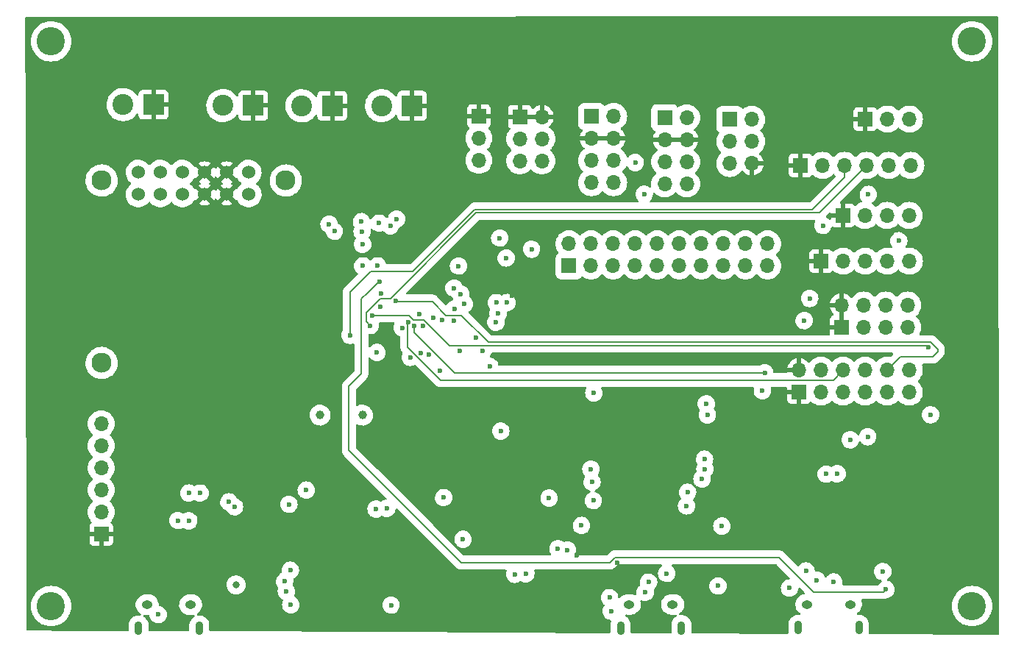
<source format=gbr>
%TF.GenerationSoftware,KiCad,Pcbnew,(6.0.0-0)*%
%TF.CreationDate,2022-09-06T13:07:18-04:00*%
%TF.ProjectId,Body_LED_Controller_Embedded_ESP32s,426f6479-5f4c-4454-945f-436f6e74726f,1.0*%
%TF.SameCoordinates,Original*%
%TF.FileFunction,Copper,L4,Bot*%
%TF.FilePolarity,Positive*%
%FSLAX46Y46*%
G04 Gerber Fmt 4.6, Leading zero omitted, Abs format (unit mm)*
G04 Created by KiCad (PCBNEW (6.0.0-0)) date 2022-09-06 13:07:18*
%MOMM*%
%LPD*%
G01*
G04 APERTURE LIST*
%TA.AperFunction,ComponentPad*%
%ADD10R,1.700000X1.700000*%
%TD*%
%TA.AperFunction,ComponentPad*%
%ADD11O,1.700000X1.700000*%
%TD*%
%TA.AperFunction,ComponentPad*%
%ADD12O,0.890000X1.550000*%
%TD*%
%TA.AperFunction,ComponentPad*%
%ADD13O,1.250000X0.950000*%
%TD*%
%TA.AperFunction,ComponentPad*%
%ADD14C,3.250000*%
%TD*%
%TA.AperFunction,ComponentPad*%
%ADD15C,1.007000*%
%TD*%
%TA.AperFunction,ComponentPad*%
%ADD16C,1.524000*%
%TD*%
%TA.AperFunction,ComponentPad*%
%ADD17C,2.300000*%
%TD*%
%TA.AperFunction,ComponentPad*%
%ADD18R,2.400000X2.400000*%
%TD*%
%TA.AperFunction,ComponentPad*%
%ADD19C,2.400000*%
%TD*%
%TA.AperFunction,ViaPad*%
%ADD20C,0.600000*%
%TD*%
%TA.AperFunction,ViaPad*%
%ADD21C,0.800000*%
%TD*%
%TA.AperFunction,Conductor*%
%ADD22C,0.200000*%
%TD*%
G04 APERTURE END LIST*
D10*
%TO.P,J1,1,Pin_1*%
%TO.N,+5V*%
X141210000Y-59650000D03*
D11*
%TO.P,J1,2,Pin_2*%
X143750000Y-59650000D03*
%TO.P,J1,3,Pin_3*%
%TO.N,GND*%
X141210000Y-62190000D03*
%TO.P,J1,4,Pin_4*%
X143750000Y-62190000D03*
%TO.P,J1,5,Pin_5*%
%TO.N,RX1*%
X141210000Y-64730000D03*
%TO.P,J1,6,Pin_6*%
%TO.N,RX3*%
X143750000Y-64730000D03*
%TO.P,J1,7,Pin_7*%
%TO.N,TX1*%
X141210000Y-67270000D03*
%TO.P,J1,8,Pin_8*%
%TO.N,TX3*%
X143750000Y-67270000D03*
%TD*%
D12*
%TO.P,J11,6,Shield*%
%TO.N,unconnected-(J11-Pad6)*%
X144545000Y-118510000D03*
D13*
X145545000Y-115810000D03*
D12*
X151545000Y-118510000D03*
D13*
X150545000Y-115810000D03*
%TD*%
%TO.P,J10,6,Shield*%
%TO.N,unconnected-(J10-Pad6)*%
X170990000Y-115800000D03*
X165990000Y-115800000D03*
D12*
X164990000Y-118500000D03*
X171990000Y-118500000D03*
%TD*%
D14*
%TO.P,REF\u002A\u002A,1*%
%TO.N,N/C*%
X185000000Y-116000000D03*
%TD*%
D15*
%TO.P,Y1,1,1*%
%TO.N,XTAL2*%
X114850000Y-94020000D03*
%TO.P,Y1,2,2*%
%TO.N,XTAL1*%
X109970000Y-94020000D03*
%TD*%
D10*
%TO.P,J15,1,Pin_1*%
%TO.N,GND*%
X84770000Y-107720000D03*
D11*
%TO.P,J15,2,Pin_2*%
%TO.N,unconnected-(J15-Pad2)*%
X84770000Y-105180000D03*
%TO.P,J15,3,Pin_3*%
%TO.N,SCL_BS*%
X84770000Y-102640000D03*
%TO.P,J15,4,Pin_4*%
%TO.N,SDA_BS*%
X84770000Y-100100000D03*
%TO.P,J15,5,Pin_5*%
%TO.N,+3.3V_BS*%
X84770000Y-97560000D03*
%TO.P,J15,6,Pin_6*%
%TO.N,+5V*%
X84770000Y-95020000D03*
%TD*%
D10*
%TO.P,J14,1,Pin_1*%
%TO.N,GND*%
X128240000Y-59600000D03*
D11*
%TO.P,J14,2,Pin_2*%
%TO.N,RX_FU*%
X128240000Y-62140000D03*
%TO.P,J14,3,Pin_3*%
%TO.N,TX_FU*%
X128240000Y-64680000D03*
%TD*%
D16*
%TO.P,U14,1,VOUT*%
%TO.N,+5V*%
X101765000Y-66085000D03*
%TO.P,U14,2,GND*%
%TO.N,GND*%
X99225000Y-66085000D03*
%TO.P,U14,3,GND*%
X96685000Y-66085000D03*
%TO.P,U14,4,VIN*%
%TO.N,+12V*%
X94145000Y-66085000D03*
%TO.P,U14,5,VRP*%
%TO.N,unconnected-(U14-Pad5)*%
X91605000Y-66085000D03*
%TO.P,U14,6,EN*%
%TO.N,unconnected-(U14-Pad6)*%
X89065000Y-66085000D03*
%TO.P,U14,7,PG*%
%TO.N,unconnected-(U14-Pad7)*%
X89065000Y-68625000D03*
%TO.P,U14,8,VRP*%
%TO.N,unconnected-(U14-Pad8)*%
X91605000Y-68625000D03*
%TO.P,U14,9,VIN*%
%TO.N,+12V*%
X94145000Y-68625000D03*
%TO.P,U14,10,GND*%
%TO.N,GND*%
X96685000Y-68625000D03*
%TO.P,U14,11,GND*%
X99225000Y-68625000D03*
%TO.P,U14,12,VOUT*%
%TO.N,+5V*%
X101765000Y-68625000D03*
D17*
%TO.P,U14,13*%
%TO.N,N/C*%
X106015000Y-67015000D03*
%TO.P,U14,14*%
X84815000Y-67015000D03*
%TO.P,U14,15*%
X84815000Y-88015000D03*
%TD*%
D12*
%TO.P,J12,6,Shield*%
%TO.N,unconnected-(J12-Pad6)*%
X89065000Y-118550000D03*
X96065000Y-118550000D03*
D13*
X90065000Y-115850000D03*
X95065000Y-115850000D03*
%TD*%
D18*
%TO.P,J19,1,Pin_1*%
%TO.N,GND*%
X120540000Y-58400000D03*
D19*
%TO.P,J19,2,Pin_2*%
%TO.N,+5V*%
X117040000Y-58400000D03*
%TD*%
D18*
%TO.P,J16,1,Pin_1*%
%TO.N,GND*%
X90790000Y-58280000D03*
D19*
%TO.P,J16,2,Pin_2*%
%TO.N,+12V*%
X87290000Y-58280000D03*
%TD*%
D10*
%TO.P,J7,1,Pin_1*%
%TO.N,GND*%
X167630000Y-76298000D03*
D11*
%TO.P,J7,2,Pin_2*%
%TO.N,+5V*%
X170170000Y-76298000D03*
%TO.P,J7,3,Pin_3*%
%TO.N,DP_LOAD*%
X172710000Y-76298000D03*
%TO.P,J7,4,Pin_4*%
%TO.N,DP_CLOCK*%
X175250000Y-76298000D03*
%TO.P,J7,5,Pin_5*%
%TO.N,DP_DATA_IN*%
X177790000Y-76298000D03*
%TD*%
D18*
%TO.P,J17,1,Pin_1*%
%TO.N,GND*%
X102270000Y-58390000D03*
D19*
%TO.P,J17,2,Pin_2*%
%TO.N,+5V*%
X98770000Y-58390000D03*
%TD*%
D10*
%TO.P,J2,1,Pin_1*%
%TO.N,+5V*%
X149620000Y-59790000D03*
D11*
%TO.P,J2,2,Pin_2*%
X152160000Y-59790000D03*
%TO.P,J2,3,Pin_3*%
%TO.N,GND*%
X149620000Y-62330000D03*
%TO.P,J2,4,Pin_4*%
X152160000Y-62330000D03*
%TO.P,J2,5,Pin_5*%
%TO.N,SCL*%
X149620000Y-64870000D03*
%TO.P,J2,6,Pin_6*%
X152160000Y-64870000D03*
%TO.P,J2,7,Pin_7*%
%TO.N,SDA*%
X149620000Y-67410000D03*
%TO.P,J2,8,Pin_8*%
X152160000Y-67410000D03*
%TD*%
D10*
%TO.P,J5,1,Pin_1*%
%TO.N,GND*%
X165080000Y-91374000D03*
D11*
%TO.P,J5,2,Pin_2*%
X165080000Y-88834000D03*
%TO.P,J5,3,Pin_3*%
%TO.N,+5V*%
X167620000Y-91374000D03*
%TO.P,J5,4,Pin_4*%
X167620000Y-88834000D03*
%TO.P,J5,5,Pin_5*%
%TO.N,CS1_CLOCK*%
X170160000Y-91374000D03*
%TO.P,J5,6,Pin_6*%
%TO.N,VU1_CLOCK*%
X170160000Y-88834000D03*
%TO.P,J5,7,Pin_7*%
%TO.N,Net-(J5-Pad7)*%
X172700000Y-91374000D03*
%TO.P,J5,8,Pin_8*%
%TO.N,Net-(J5-Pad8)*%
X172700000Y-88834000D03*
%TO.P,J5,9,Pin_9*%
%TO.N,CS2_CLOCK*%
X175240000Y-91374000D03*
%TO.P,J5,10,Pin_10*%
%TO.N,VU2_CLOCK*%
X175240000Y-88834000D03*
%TO.P,J5,11,Pin_11*%
%TO.N,Net-(J5-Pad11)*%
X177780000Y-91374000D03*
%TO.P,J5,12,Pin_12*%
%TO.N,Net-(J5-Pad12)*%
X177780000Y-88834000D03*
%TD*%
D10*
%TO.P,J6,1,Pin_1*%
%TO.N,GND*%
X170130000Y-71040000D03*
D11*
%TO.P,J6,2,Pin_2*%
%TO.N,Net-(J6-Pad2)*%
X172670000Y-71040000D03*
%TO.P,J6,3,Pin_3*%
%TO.N,Net-(J6-Pad3)*%
X175210000Y-71040000D03*
%TO.P,J6,4,Pin_4*%
%TO.N,Net-(J6-Pad4)*%
X177750000Y-71040000D03*
%TD*%
D14*
%TO.P,REF\u002A\u002A,1*%
%TO.N,N/C*%
X185000000Y-51000000D03*
%TD*%
%TO.P,REF\u002A\u002A,1*%
%TO.N,N/C*%
X79000000Y-116000000D03*
%TD*%
%TO.P,REF\u002A\u002A,1*%
%TO.N,N/C*%
X79000000Y-51000000D03*
%TD*%
D10*
%TO.P,J9,1,Pin_1*%
%TO.N,GND*%
X172720000Y-59950000D03*
D11*
%TO.P,J9,2,Pin_2*%
%TO.N,+5V*%
X175260000Y-59950000D03*
%TO.P,J9,3,Pin_3*%
%TO.N,EXT_MIC*%
X177800000Y-59950000D03*
%TD*%
D10*
%TO.P,J4,1,Pin_1*%
%TO.N,GND*%
X169980000Y-83906000D03*
D11*
%TO.P,J4,2,Pin_2*%
X169980000Y-81366000D03*
%TO.P,J4,3,Pin_3*%
%TO.N,+5V*%
X172520000Y-83906000D03*
%TO.P,J4,4,Pin_4*%
X172520000Y-81366000D03*
%TO.P,J4,5,Pin_5*%
%TO.N,LDP_CLOCK*%
X175060000Y-83906000D03*
%TO.P,J4,6,Pin_6*%
%TO.N,MAINT_CLOCK*%
X175060000Y-81366000D03*
%TO.P,J4,7,Pin_7*%
%TO.N,Net-(J4-Pad7)*%
X177600000Y-83906000D03*
%TO.P,J4,8,Pin_8*%
%TO.N,Net-(J4-Pad8)*%
X177600000Y-81366000D03*
%TD*%
D10*
%TO.P,J20,1,Pin_1*%
%TO.N,VU2_DATA*%
X157110000Y-59990000D03*
D11*
%TO.P,J20,2,Pin_2*%
%TO.N,+5V*%
X159650000Y-59990000D03*
%TO.P,J20,3,Pin_3*%
%TO.N,VU2_CLOCK*%
X157110000Y-62530000D03*
%TO.P,J20,4,Pin_4*%
%TO.N,YELLOW_LED*%
X159650000Y-62530000D03*
%TO.P,J20,5,Pin_5*%
%TO.N,RESET_BL*%
X157110000Y-65070000D03*
%TO.P,J20,6,Pin_6*%
%TO.N,GND*%
X159650000Y-65070000D03*
%TD*%
D10*
%TO.P,J13,1,Pin_1*%
%TO.N,GND*%
X132950000Y-59680000D03*
D11*
%TO.P,J13,2,Pin_2*%
X135490000Y-59680000D03*
%TO.P,J13,3,Pin_3*%
%TO.N,RX_MP*%
X132950000Y-62220000D03*
%TO.P,J13,4,Pin_4*%
%TO.N,RX_ST*%
X135490000Y-62220000D03*
%TO.P,J13,5,Pin_5*%
%TO.N,TX_MP*%
X132950000Y-64760000D03*
%TO.P,J13,6,Pin_6*%
%TO.N,TX_ST*%
X135490000Y-64760000D03*
%TD*%
D18*
%TO.P,J18,1,Pin_1*%
%TO.N,GND*%
X111360000Y-58420000D03*
D19*
%TO.P,J18,2,Pin_2*%
%TO.N,+5V*%
X107860000Y-58420000D03*
%TD*%
D10*
%TO.P,J3,1,Pin_1*%
%TO.N,LIMIT1*%
X138610000Y-76840000D03*
D11*
%TO.P,J3,2,Pin_2*%
%TO.N,+5V*%
X138610000Y-74300000D03*
%TO.P,J3,3,Pin_3*%
%TO.N,LIMIT2*%
X141150000Y-76840000D03*
%TO.P,J3,4,Pin_4*%
%TO.N,+5V*%
X141150000Y-74300000D03*
%TO.P,J3,5,Pin_5*%
%TO.N,LIMIT3*%
X143690000Y-76840000D03*
%TO.P,J3,6,Pin_6*%
%TO.N,+5V*%
X143690000Y-74300000D03*
%TO.P,J3,7,Pin_7*%
%TO.N,LIMIT4*%
X146230000Y-76840000D03*
%TO.P,J3,8,Pin_8*%
%TO.N,+5V*%
X146230000Y-74300000D03*
%TO.P,J3,9,Pin_9*%
%TO.N,LIMIT5*%
X148770000Y-76840000D03*
%TO.P,J3,10,Pin_10*%
%TO.N,+5V*%
X148770000Y-74300000D03*
%TO.P,J3,11,Pin_11*%
%TO.N,LIMIT6*%
X151310000Y-76840000D03*
%TO.P,J3,12,Pin_12*%
%TO.N,+5V*%
X151310000Y-74300000D03*
%TO.P,J3,13,Pin_13*%
%TO.N,LIMIT7*%
X153850000Y-76840000D03*
%TO.P,J3,14,Pin_14*%
%TO.N,+5V*%
X153850000Y-74300000D03*
%TO.P,J3,15,Pin_15*%
%TO.N,LIMIT8*%
X156390000Y-76840000D03*
%TO.P,J3,16,Pin_16*%
%TO.N,+5V*%
X156390000Y-74300000D03*
%TO.P,J3,17,Pin_17*%
%TO.N,LIMIT9*%
X158930000Y-76840000D03*
%TO.P,J3,18,Pin_18*%
%TO.N,+5V*%
X158930000Y-74300000D03*
%TO.P,J3,19,Pin_19*%
%TO.N,LIMIT10*%
X161470000Y-76840000D03*
%TO.P,J3,20,Pin_20*%
%TO.N,+5V*%
X161470000Y-74300000D03*
%TD*%
D10*
%TO.P,J8,1,Pin_1*%
%TO.N,GND*%
X165260000Y-65272000D03*
D11*
%TO.P,J8,2,Pin_2*%
%TO.N,+5V*%
X167800000Y-65272000D03*
%TO.P,J8,3,Pin_3*%
%TO.N,VU_STROBE*%
X170340000Y-65272000D03*
%TO.P,J8,4,Pin_4*%
%TO.N,VU_RESET*%
X172880000Y-65272000D03*
%TO.P,J8,5,Pin_5*%
%TO.N,SPECTRUM_LEFT*%
X175420000Y-65272000D03*
%TO.P,J8,6,Pin_6*%
%TO.N,SPECTRUM_RIGHT*%
X177960000Y-65272000D03*
%TD*%
D20*
%TO.N,GND*%
X124520000Y-68690000D03*
X133210000Y-78750000D03*
X144120000Y-111000000D03*
X92185000Y-97265000D03*
X172530000Y-109270000D03*
X132060000Y-80300000D03*
X109780000Y-76130000D03*
X117375000Y-110765000D03*
X176950000Y-101970000D03*
X116250000Y-88120000D03*
X136310000Y-101040000D03*
X126050000Y-118090000D03*
X143270000Y-97030000D03*
X102550000Y-114750000D03*
X139520000Y-110130000D03*
X116130000Y-95430000D03*
X137470000Y-115010000D03*
X87520000Y-112240000D03*
X115940000Y-67790000D03*
X124070000Y-106000000D03*
X93890000Y-111290000D03*
X137330000Y-92760000D03*
X120110000Y-99940000D03*
%TO.N,+5V*%
X124190000Y-103510000D03*
X136320000Y-103560000D03*
%TO.N,MAINT_CLOCK*%
X126150000Y-80070000D03*
%TO.N,LDP_CLOCK*%
X125450000Y-81770000D03*
%TO.N,VU1_CLOCK*%
X120100000Y-83300000D03*
%TO.N,VU2_CLOCK*%
X118650000Y-80910000D03*
%TO.N,CS2_CLOCK*%
X121770000Y-83780000D03*
%TO.N,CS1_CLOCK*%
X125380000Y-83130000D03*
%TO.N,DP_DATA_IN*%
X114860000Y-74360000D03*
%TO.N,DP_CLOCK*%
X114730000Y-71760000D03*
%TO.N,DP_LOAD*%
X114800000Y-72900000D03*
%TO.N,SPECTRUM_RIGHT*%
X116750000Y-71920000D03*
%TO.N,SPECTRUM_LEFT*%
X118050000Y-72230000D03*
%TO.N,VU_RESET*%
X115730000Y-83710000D03*
%TO.N,VU_STROBE*%
X113390000Y-84840000D03*
%TO.N,SDA*%
X147260000Y-68600000D03*
%TO.N,SCL*%
X123020000Y-82850000D03*
%TO.N,SDA*%
X124020000Y-83050000D03*
%TO.N,SCL*%
X146240000Y-64950000D03*
%TO.N,TX1*%
X126045832Y-86639500D03*
%TO.N,RX1*%
X123760000Y-88900000D03*
%TO.N,LDP_DATA*%
X126560000Y-81230000D03*
X165675000Y-83145000D03*
%TO.N,CS1_DATA*%
X127900000Y-85070000D03*
X160870000Y-91210000D03*
%TO.N,CS2_DATA*%
X121370000Y-82390000D03*
X180220000Y-93980000D03*
%TO.N,MAINT_DATA*%
X166310000Y-80600000D03*
X125370000Y-79400000D03*
%TO.N,VU1_DATA*%
X161140000Y-89140000D03*
X120795000Y-83765000D03*
%TO.N,VU2_DATA*%
X180010000Y-86240000D03*
X115970000Y-82540000D03*
%TO.N,+5V_BL*%
X134300000Y-74930000D03*
X125893508Y-76856492D03*
%TO.N,RESET_BL*%
X174720000Y-112020000D03*
X165900000Y-111960000D03*
X116500000Y-86810000D03*
X163990000Y-113920000D03*
%TO.N,RESET_BC*%
X149855000Y-112245000D03*
X141470000Y-91470000D03*
X143450000Y-116590000D03*
%TO.N,RESET_BS*%
X118130000Y-115890000D03*
D21*
X100290000Y-113570000D03*
D20*
%TO.N,VBUS_BS*%
X91320000Y-116980000D03*
X126420000Y-108310000D03*
%TO.N,TXD0_BL*%
X111000000Y-72030000D03*
X170980000Y-96860000D03*
%TO.N,RXD0_BL*%
X111610000Y-72870000D03*
X172990000Y-96510000D03*
%TO.N,LIMIT7*%
X128685000Y-86655000D03*
%TO.N,LIMIT8*%
X122515000Y-87095000D03*
%TO.N,LIMIT9*%
X121580000Y-86900000D03*
%TO.N,LIMIT10*%
X120340000Y-87370000D03*
%TO.N,D-_BL*%
X168210000Y-100810000D03*
X167130000Y-113020000D03*
%TO.N,D+_BL*%
X169480000Y-100770000D03*
X169080000Y-113230000D03*
%TO.N,EXT_MIC*%
X118760000Y-71460000D03*
%TO.N,D-_BC*%
X147380000Y-114400000D03*
X132360000Y-112340000D03*
%TO.N,D+_BC*%
X133650000Y-112280000D03*
X147770000Y-113250000D03*
%TO.N,LIMIT1*%
X130640000Y-73640000D03*
X130760000Y-95860000D03*
%TO.N,LIMIT2*%
X131495000Y-81065000D03*
%TO.N,LIMIT3*%
X130245000Y-81075000D03*
%TO.N,LIMIT4*%
X130445000Y-82305000D03*
%TO.N,LIMIT5*%
X130196492Y-83333508D03*
%TO.N,LIMIT6*%
X131380000Y-75940000D03*
X129480000Y-88410000D03*
%TO.N,RX_MP*%
X153920000Y-101380000D03*
%TO.N,RX_ST*%
X140050000Y-106720000D03*
%TO.N,TX_MP*%
X154250000Y-100250000D03*
%TO.N,TX_ST*%
X141410000Y-103860000D03*
%TO.N,RX_FU*%
X116411089Y-104828911D03*
%TO.N,TX_FU*%
X117640000Y-104759011D03*
%TO.N,SCL_BS*%
X106590000Y-115850000D03*
%TO.N,SDA_BS*%
X106550000Y-111880000D03*
%TO.N,YELLOW_LED*%
X116870000Y-81550000D03*
X173070000Y-68620000D03*
%TO.N,GREEN_LED*%
X167830000Y-72200000D03*
X116980000Y-80020000D03*
%TO.N,RED_LED*%
X119410000Y-83970000D03*
X176570000Y-73960000D03*
%TO.N,RX_BL*%
X114870000Y-76834500D03*
X141260000Y-101730000D03*
%TO.N,TX_BL*%
X116570000Y-76834500D03*
X141130000Y-100250000D03*
%TO.N,TX_BS*%
X152140000Y-104470000D03*
X106380000Y-104290000D03*
%TO.N,GPIO0_BC*%
X143280000Y-115030000D03*
X156200000Y-106790000D03*
%TO.N,RX_BS*%
X152255000Y-102905000D03*
X108370000Y-102650000D03*
%TO.N,TXD0_BC*%
X154540000Y-94010000D03*
X137340000Y-109400000D03*
%TO.N,RXD0_BC*%
X154410000Y-92720000D03*
X138440000Y-109550000D03*
%TO.N,TXD0_BS*%
X94850000Y-103000000D03*
X105880000Y-113150000D03*
%TO.N,RXD0_BS*%
X106090000Y-114310000D03*
X96150000Y-103000000D03*
%TO.N,DTR_BS*%
X93580000Y-106150000D03*
X99465000Y-104005000D03*
%TO.N,RTS_BS*%
X100110000Y-104570000D03*
X94850000Y-106190000D03*
%TO.N,ST_LED_D_BL*%
X175090000Y-114090000D03*
X116850000Y-78640000D03*
%TO.N,ST_LED_D_BC*%
X155760000Y-113680000D03*
X154220000Y-99090000D03*
%TD*%
D22*
%TO.N,VU1_CLOCK*%
X120009511Y-83390489D02*
X120100000Y-83300000D01*
X169010489Y-89983511D02*
X123815673Y-89983511D01*
X170160000Y-88834000D02*
X169010489Y-89983511D01*
X120009511Y-86177349D02*
X120009511Y-83390489D01*
X123815673Y-89983511D02*
X120009511Y-86177349D01*
%TO.N,VU2_CLOCK*%
X180450000Y-87310000D02*
X176764000Y-87310000D01*
X181050000Y-86710000D02*
X180450000Y-87310000D01*
X126208327Y-82530489D02*
X129318307Y-85640469D01*
X180258307Y-85640469D02*
X181050000Y-86432162D01*
X181050000Y-86432162D02*
X181050000Y-86710000D01*
X176764000Y-87310000D02*
X175240000Y-88834000D01*
X118690489Y-80950489D02*
X122880489Y-80950489D01*
X122880489Y-80950489D02*
X124460489Y-82530489D01*
X118650000Y-80910000D02*
X118690489Y-80950489D01*
X129318307Y-85640469D02*
X180258307Y-85640469D01*
X124460489Y-82530489D02*
X126208327Y-82530489D01*
%TO.N,VU_RESET*%
X115280000Y-82220000D02*
X116880489Y-80619511D01*
X167402000Y-70750000D02*
X172880000Y-65272000D01*
X115730000Y-83710000D02*
X115280000Y-83260000D01*
X127940000Y-70750000D02*
X167402000Y-70750000D01*
X116880489Y-80619511D02*
X118070489Y-80619511D01*
X115280000Y-83260000D02*
X115280000Y-82220000D01*
X118070489Y-80619511D02*
X127940000Y-70750000D01*
%TO.N,VU_STROBE*%
X127774514Y-70350480D02*
X166619520Y-70350480D01*
X170340000Y-66630000D02*
X170340000Y-65272000D01*
X115764994Y-77480000D02*
X120644994Y-77480000D01*
X113390000Y-84840000D02*
X113390000Y-79854994D01*
X120644994Y-77480000D02*
X127774514Y-70350480D01*
X113390000Y-79854994D02*
X115764994Y-77480000D01*
X166619520Y-70350480D02*
X170340000Y-66630000D01*
%TO.N,VU1_DATA*%
X120795000Y-84527162D02*
X120795000Y-83765000D01*
X161140000Y-89140000D02*
X125407838Y-89140000D01*
X125407838Y-89140000D02*
X120795000Y-84527162D01*
%TO.N,VU2_DATA*%
X120187838Y-82540000D02*
X115970000Y-82540000D01*
X180010000Y-86240000D02*
X179809989Y-86039989D01*
X179809989Y-86039989D02*
X124877827Y-86039989D01*
X121889511Y-83051673D02*
X120699511Y-83051673D01*
X120699511Y-83051673D02*
X120187838Y-82540000D01*
X124877827Y-86039989D02*
X121889511Y-83051673D01*
%TO.N,ST_LED_D_BL*%
X115779511Y-79588327D02*
X115428327Y-79939511D01*
X114700000Y-80660000D02*
X114700000Y-89290000D01*
X115428327Y-79939511D02*
X115420489Y-79939511D01*
X174780000Y-114400000D02*
X175090000Y-114090000D01*
X143871673Y-110400489D02*
X162805495Y-110400489D01*
X162805495Y-110400489D02*
X166805006Y-114400000D01*
X116720000Y-78640000D02*
X115779511Y-79580489D01*
X143272162Y-111000000D02*
X143871673Y-110400489D01*
X126190000Y-111000000D02*
X143272162Y-111000000D01*
X115779511Y-79580489D02*
X115779511Y-79588327D01*
X113290000Y-98100000D02*
X126190000Y-111000000D01*
X114700000Y-89290000D02*
X113290000Y-90700000D01*
X166805006Y-114400000D02*
X174780000Y-114400000D01*
X115420489Y-79939511D02*
X114700000Y-80660000D01*
X116850000Y-78640000D02*
X116720000Y-78640000D01*
X113290000Y-90700000D02*
X113290000Y-98100000D01*
%TD*%
%TA.AperFunction,Conductor*%
%TO.N,GND*%
G36*
X187952187Y-48130043D02*
G01*
X187998718Y-48183666D01*
X188010142Y-48235946D01*
X188089858Y-119163340D01*
X188069932Y-119231484D01*
X188016329Y-119278037D01*
X187963342Y-119289481D01*
X173235806Y-119229149D01*
X173167768Y-119208868D01*
X173121495Y-119155022D01*
X173111679Y-119084708D01*
X173113077Y-119076947D01*
X173113554Y-119074702D01*
X173115268Y-119069183D01*
X173131339Y-118933402D01*
X173135064Y-118901931D01*
X173135064Y-118901925D01*
X173135500Y-118898244D01*
X173135500Y-118116598D01*
X173126253Y-118015970D01*
X173121672Y-117966109D01*
X173121671Y-117966106D01*
X173121143Y-117960355D01*
X173114431Y-117936554D01*
X173065565Y-117763290D01*
X173065564Y-117763288D01*
X173063997Y-117757731D01*
X173052925Y-117735278D01*
X172973438Y-117574095D01*
X172970883Y-117568914D01*
X172963862Y-117559511D01*
X172848372Y-117404851D01*
X172848371Y-117404850D01*
X172844919Y-117400227D01*
X172832676Y-117388909D01*
X172694564Y-117261241D01*
X172694562Y-117261239D01*
X172690323Y-117257321D01*
X172570408Y-117181660D01*
X172517154Y-117148059D01*
X172517153Y-117148059D01*
X172512274Y-117144980D01*
X172506914Y-117142842D01*
X172506911Y-117142840D01*
X172322097Y-117069107D01*
X172316733Y-117066967D01*
X172311073Y-117065841D01*
X172311069Y-117065840D01*
X172115917Y-117027022D01*
X172115914Y-117027022D01*
X172110250Y-117025895D01*
X172104475Y-117025819D01*
X172104471Y-117025819D01*
X171998922Y-117024437D01*
X171899740Y-117023139D01*
X171894045Y-117024118D01*
X171894040Y-117024118D01*
X171854658Y-117030885D01*
X171784134Y-117022708D01*
X171729226Y-116977700D01*
X171707368Y-116910152D01*
X171725499Y-116841510D01*
X171757933Y-116805747D01*
X171925305Y-116680766D01*
X171925312Y-116680759D01*
X171929933Y-116677309D01*
X172029278Y-116569838D01*
X172072663Y-116522905D01*
X172072665Y-116522902D01*
X172076582Y-116518665D01*
X172191865Y-116335952D01*
X172271921Y-116135290D01*
X172298832Y-116000000D01*
X182669510Y-116000000D01*
X182669780Y-116004119D01*
X182686832Y-116264272D01*
X182689448Y-116304190D01*
X182690252Y-116308230D01*
X182690252Y-116308233D01*
X182747671Y-116596894D01*
X182748920Y-116603175D01*
X182750245Y-116607079D01*
X182750246Y-116607082D01*
X182845582Y-116887934D01*
X182846908Y-116891840D01*
X182889794Y-116978805D01*
X182979881Y-117161483D01*
X182981736Y-117165245D01*
X183001604Y-117194980D01*
X183142812Y-117406311D01*
X183151098Y-117418712D01*
X183153812Y-117421806D01*
X183153816Y-117421812D01*
X183331214Y-117624095D01*
X183352095Y-117647905D01*
X183355184Y-117650614D01*
X183578188Y-117846184D01*
X183578194Y-117846188D01*
X183581288Y-117848902D01*
X183584714Y-117851191D01*
X183584719Y-117851195D01*
X183762625Y-117970068D01*
X183834755Y-118018264D01*
X183838454Y-118020088D01*
X183838459Y-118020091D01*
X183978765Y-118089281D01*
X184108160Y-118153092D01*
X184112065Y-118154417D01*
X184112066Y-118154418D01*
X184392918Y-118249754D01*
X184392921Y-118249755D01*
X184396825Y-118251080D01*
X184400864Y-118251883D01*
X184400870Y-118251885D01*
X184691767Y-118309748D01*
X184691770Y-118309748D01*
X184695810Y-118310552D01*
X184699921Y-118310821D01*
X184699925Y-118310822D01*
X184995881Y-118330220D01*
X185000000Y-118330490D01*
X185004119Y-118330220D01*
X185300075Y-118310822D01*
X185300079Y-118310821D01*
X185304190Y-118310552D01*
X185308230Y-118309748D01*
X185308233Y-118309748D01*
X185599130Y-118251885D01*
X185599136Y-118251883D01*
X185603175Y-118251080D01*
X185607079Y-118249755D01*
X185607082Y-118249754D01*
X185887934Y-118154418D01*
X185887935Y-118154417D01*
X185891840Y-118153092D01*
X186021235Y-118089281D01*
X186161541Y-118020091D01*
X186161546Y-118020088D01*
X186165245Y-118018264D01*
X186237375Y-117970068D01*
X186415281Y-117851195D01*
X186415286Y-117851191D01*
X186418712Y-117848902D01*
X186421806Y-117846188D01*
X186421812Y-117846184D01*
X186644816Y-117650614D01*
X186647905Y-117647905D01*
X186668786Y-117624095D01*
X186846184Y-117421812D01*
X186846188Y-117421806D01*
X186848902Y-117418712D01*
X186857189Y-117406311D01*
X186998396Y-117194980D01*
X187018264Y-117165245D01*
X187020120Y-117161483D01*
X187110206Y-116978805D01*
X187153092Y-116891840D01*
X187154418Y-116887934D01*
X187249754Y-116607082D01*
X187249755Y-116607079D01*
X187251080Y-116603175D01*
X187252330Y-116596894D01*
X187309748Y-116308233D01*
X187309748Y-116308230D01*
X187310552Y-116304190D01*
X187313169Y-116264272D01*
X187330220Y-116004119D01*
X187330490Y-116000000D01*
X187321959Y-115869838D01*
X187310822Y-115699925D01*
X187310821Y-115699921D01*
X187310552Y-115695810D01*
X187309748Y-115691767D01*
X187251885Y-115400870D01*
X187251883Y-115400864D01*
X187251080Y-115396825D01*
X187248787Y-115390068D01*
X187154418Y-115112066D01*
X187154417Y-115112065D01*
X187153092Y-115108160D01*
X187080383Y-114960721D01*
X187020091Y-114838459D01*
X187020088Y-114838454D01*
X187018264Y-114834755D01*
X186933485Y-114707875D01*
X186851195Y-114584719D01*
X186851191Y-114584714D01*
X186848902Y-114581288D01*
X186846188Y-114578194D01*
X186846184Y-114578188D01*
X186650614Y-114355184D01*
X186647905Y-114352095D01*
X186627582Y-114334272D01*
X186421812Y-114153816D01*
X186421806Y-114153812D01*
X186418712Y-114151098D01*
X186415286Y-114148809D01*
X186415281Y-114148805D01*
X186168678Y-113984030D01*
X186165245Y-113981736D01*
X186161546Y-113979912D01*
X186161541Y-113979909D01*
X185995578Y-113898066D01*
X185891840Y-113846908D01*
X185852285Y-113833481D01*
X185607082Y-113750246D01*
X185607079Y-113750245D01*
X185603175Y-113748920D01*
X185599136Y-113748117D01*
X185599130Y-113748115D01*
X185308233Y-113690252D01*
X185308230Y-113690252D01*
X185304190Y-113689448D01*
X185300079Y-113689179D01*
X185300075Y-113689178D01*
X185004119Y-113669780D01*
X185000000Y-113669510D01*
X184995881Y-113669780D01*
X184699925Y-113689178D01*
X184699921Y-113689179D01*
X184695810Y-113689448D01*
X184691770Y-113690252D01*
X184691767Y-113690252D01*
X184400870Y-113748115D01*
X184400864Y-113748117D01*
X184396825Y-113748920D01*
X184392921Y-113750245D01*
X184392918Y-113750246D01*
X184147715Y-113833481D01*
X184108160Y-113846908D01*
X184004422Y-113898066D01*
X183838459Y-113979909D01*
X183838454Y-113979912D01*
X183834755Y-113981736D01*
X183831322Y-113984030D01*
X183584719Y-114148805D01*
X183584714Y-114148809D01*
X183581288Y-114151098D01*
X183578194Y-114153812D01*
X183578188Y-114153816D01*
X183372418Y-114334272D01*
X183352095Y-114352095D01*
X183349386Y-114355184D01*
X183153816Y-114578188D01*
X183153812Y-114578194D01*
X183151098Y-114581288D01*
X183148809Y-114584714D01*
X183148805Y-114584719D01*
X183066515Y-114707875D01*
X182981736Y-114834755D01*
X182979912Y-114838454D01*
X182979909Y-114838459D01*
X182919617Y-114960721D01*
X182846908Y-115108160D01*
X182845583Y-115112065D01*
X182845582Y-115112066D01*
X182751214Y-115390068D01*
X182748920Y-115396825D01*
X182748117Y-115400864D01*
X182748115Y-115400870D01*
X182690252Y-115691767D01*
X182689448Y-115695810D01*
X182689179Y-115699921D01*
X182689178Y-115699925D01*
X182678041Y-115869838D01*
X182669510Y-116000000D01*
X172298832Y-116000000D01*
X172314069Y-115923400D01*
X172314267Y-115908322D01*
X172316435Y-115742682D01*
X172316897Y-115707376D01*
X172311353Y-115675109D01*
X172281289Y-115500152D01*
X172281289Y-115500151D01*
X172280310Y-115494455D01*
X172234437Y-115370111D01*
X172229625Y-115299277D01*
X172263872Y-115237087D01*
X172326305Y-115203285D01*
X172352649Y-115200500D01*
X174770917Y-115200500D01*
X174772238Y-115200507D01*
X174861407Y-115201441D01*
X174903296Y-115192384D01*
X174915870Y-115190325D01*
X174930477Y-115188686D01*
X174951476Y-115186331D01*
X174951478Y-115186330D01*
X174958472Y-115185546D01*
X174989759Y-115174650D01*
X175004564Y-115170489D01*
X175030061Y-115164977D01*
X175030064Y-115164976D01*
X175036942Y-115163489D01*
X175075799Y-115145370D01*
X175087582Y-115140586D01*
X175128073Y-115126485D01*
X175156167Y-115108930D01*
X175169683Y-115101591D01*
X175185457Y-115094236D01*
X175229036Y-115082803D01*
X175258434Y-115080541D01*
X175258438Y-115080540D01*
X175264576Y-115080068D01*
X175453556Y-115027303D01*
X175628689Y-114938837D01*
X175664907Y-114910541D01*
X175746385Y-114846883D01*
X175783303Y-114818040D01*
X175792934Y-114806883D01*
X175907485Y-114674173D01*
X175907488Y-114674169D01*
X175911509Y-114669511D01*
X175918631Y-114656975D01*
X175961627Y-114581288D01*
X176008425Y-114498909D01*
X176070358Y-114312732D01*
X176094949Y-114118071D01*
X176095256Y-114096122D01*
X176095292Y-114093523D01*
X176095292Y-114093519D01*
X176095341Y-114090000D01*
X176076194Y-113894728D01*
X176074413Y-113888829D01*
X176074412Y-113888824D01*
X176021265Y-113712793D01*
X176019484Y-113706894D01*
X175927370Y-113533653D01*
X175803361Y-113381602D01*
X175652180Y-113256535D01*
X175479585Y-113163213D01*
X175292152Y-113105193D01*
X175288469Y-113104806D01*
X175226514Y-113071914D01*
X175191760Y-113010005D01*
X175195994Y-112939135D01*
X175237871Y-112881804D01*
X175248226Y-112875296D01*
X175247986Y-112874918D01*
X175253196Y-112871612D01*
X175258689Y-112868837D01*
X175268142Y-112861452D01*
X175367131Y-112784113D01*
X175413303Y-112748040D01*
X175427484Y-112731612D01*
X175537485Y-112604173D01*
X175537485Y-112604172D01*
X175541509Y-112599511D01*
X175555206Y-112575401D01*
X175589323Y-112515344D01*
X175638425Y-112428909D01*
X175700358Y-112242732D01*
X175724949Y-112048071D01*
X175725341Y-112020000D01*
X175706194Y-111824728D01*
X175704413Y-111818829D01*
X175704412Y-111818824D01*
X175651265Y-111642793D01*
X175649484Y-111636894D01*
X175557370Y-111463653D01*
X175433361Y-111311602D01*
X175282180Y-111186535D01*
X175109585Y-111093213D01*
X175015868Y-111064203D01*
X174928039Y-111037015D01*
X174928036Y-111037014D01*
X174922152Y-111035193D01*
X174916027Y-111034549D01*
X174916026Y-111034549D01*
X174733147Y-111015327D01*
X174733146Y-111015327D01*
X174727019Y-111014683D01*
X174604383Y-111025844D01*
X174537759Y-111031907D01*
X174537758Y-111031907D01*
X174531618Y-111032466D01*
X174525704Y-111034207D01*
X174525702Y-111034207D01*
X174483816Y-111046535D01*
X174343393Y-111087864D01*
X174337928Y-111090721D01*
X174174972Y-111175912D01*
X174174968Y-111175915D01*
X174169512Y-111178767D01*
X174164712Y-111182627D01*
X174164711Y-111182627D01*
X174141873Y-111200989D01*
X174016600Y-111301711D01*
X173890480Y-111452016D01*
X173887516Y-111457408D01*
X173887513Y-111457412D01*
X173808986Y-111600253D01*
X173795956Y-111623954D01*
X173794095Y-111629821D01*
X173794094Y-111629823D01*
X173770687Y-111703611D01*
X173736628Y-111810978D01*
X173714757Y-112005963D01*
X173731175Y-112201483D01*
X173785258Y-112390091D01*
X173788076Y-112395574D01*
X173872123Y-112559113D01*
X173872126Y-112559117D01*
X173874944Y-112564601D01*
X173996818Y-112718369D01*
X174001511Y-112722363D01*
X174001512Y-112722364D01*
X174138286Y-112838767D01*
X174146238Y-112845535D01*
X174151616Y-112848541D01*
X174151618Y-112848542D01*
X174199489Y-112875296D01*
X174317513Y-112941257D01*
X174504118Y-113001889D01*
X174510234Y-113002618D01*
X174510237Y-113002619D01*
X174513282Y-113002982D01*
X174514757Y-113003613D01*
X174516258Y-113003943D01*
X174516195Y-113004228D01*
X174578556Y-113030906D01*
X174618372Y-113089687D01*
X174620088Y-113160663D01*
X174583158Y-113221299D01*
X174556746Y-113239757D01*
X174552251Y-113242107D01*
X174539512Y-113248767D01*
X174534712Y-113252627D01*
X174534711Y-113252627D01*
X174507474Y-113274526D01*
X174386600Y-113371711D01*
X174260480Y-113522016D01*
X174257516Y-113527408D01*
X174257513Y-113527412D01*
X174253780Y-113534203D01*
X174203434Y-113584260D01*
X174143366Y-113599500D01*
X170184234Y-113599500D01*
X170116113Y-113579498D01*
X170069620Y-113525842D01*
X170059516Y-113455568D01*
X170059643Y-113454880D01*
X170060358Y-113452732D01*
X170063043Y-113431483D01*
X170071690Y-113363027D01*
X170084949Y-113258071D01*
X170085341Y-113230000D01*
X170066194Y-113034728D01*
X170064413Y-113028829D01*
X170064412Y-113028824D01*
X170011265Y-112852793D01*
X170009484Y-112846894D01*
X169917370Y-112673653D01*
X169793361Y-112521602D01*
X169642180Y-112396535D01*
X169469585Y-112303213D01*
X169346762Y-112265193D01*
X169288039Y-112247015D01*
X169288036Y-112247014D01*
X169282152Y-112245193D01*
X169276027Y-112244549D01*
X169276026Y-112244549D01*
X169093147Y-112225327D01*
X169093146Y-112225327D01*
X169087019Y-112224683D01*
X168964383Y-112235844D01*
X168897759Y-112241907D01*
X168897758Y-112241907D01*
X168891618Y-112242466D01*
X168885704Y-112244207D01*
X168885702Y-112244207D01*
X168787632Y-112273071D01*
X168703393Y-112297864D01*
X168697928Y-112300721D01*
X168534972Y-112385912D01*
X168534968Y-112385915D01*
X168529512Y-112388767D01*
X168524712Y-112392627D01*
X168524711Y-112392627D01*
X168508188Y-112405912D01*
X168376600Y-112511711D01*
X168328165Y-112569434D01*
X168261818Y-112648503D01*
X168202708Y-112687830D01*
X168131720Y-112688956D01*
X168071393Y-112651525D01*
X168054045Y-112626665D01*
X168027796Y-112577298D01*
X167967370Y-112463653D01*
X167843361Y-112311602D01*
X167692180Y-112186535D01*
X167519585Y-112093213D01*
X167385074Y-112051575D01*
X167338039Y-112037015D01*
X167338036Y-112037014D01*
X167332152Y-112035193D01*
X167326027Y-112034549D01*
X167326026Y-112034549D01*
X167143147Y-112015327D01*
X167143146Y-112015327D01*
X167137019Y-112014683D01*
X167037313Y-112023757D01*
X166967660Y-112010012D01*
X166916495Y-111960791D01*
X166900494Y-111910571D01*
X166899904Y-111904546D01*
X166890729Y-111810978D01*
X166886796Y-111770863D01*
X166886795Y-111770859D01*
X166886194Y-111764728D01*
X166884413Y-111758829D01*
X166884412Y-111758824D01*
X166831265Y-111582793D01*
X166829484Y-111576894D01*
X166737370Y-111403653D01*
X166613361Y-111251602D01*
X166462180Y-111126535D01*
X166289585Y-111033213D01*
X166195868Y-111004203D01*
X166108039Y-110977015D01*
X166108036Y-110977014D01*
X166102152Y-110975193D01*
X166096027Y-110974549D01*
X166096026Y-110974549D01*
X165913147Y-110955327D01*
X165913146Y-110955327D01*
X165907019Y-110954683D01*
X165784383Y-110965844D01*
X165717759Y-110971907D01*
X165717758Y-110971907D01*
X165711618Y-110972466D01*
X165705704Y-110974207D01*
X165705702Y-110974207D01*
X165576734Y-111012165D01*
X165523393Y-111027864D01*
X165517928Y-111030721D01*
X165354972Y-111115912D01*
X165354968Y-111115915D01*
X165349512Y-111118767D01*
X165344712Y-111122627D01*
X165344711Y-111122627D01*
X165310326Y-111150273D01*
X165196600Y-111241711D01*
X165094361Y-111363556D01*
X165035252Y-111402882D01*
X164964264Y-111404009D01*
X164908744Y-111371660D01*
X163378014Y-109840930D01*
X163377085Y-109839992D01*
X163336538Y-109798587D01*
X163314636Y-109776221D01*
X163308716Y-109772406D01*
X163308710Y-109772401D01*
X163278604Y-109752999D01*
X163268250Y-109745559D01*
X163240269Y-109723222D01*
X163234761Y-109718825D01*
X163204936Y-109704407D01*
X163191520Y-109696878D01*
X163169604Y-109682754D01*
X163163678Y-109678935D01*
X163150131Y-109674004D01*
X163123406Y-109664277D01*
X163111664Y-109659317D01*
X163079411Y-109643726D01*
X163079412Y-109643726D01*
X163073073Y-109640662D01*
X163066218Y-109639079D01*
X163066214Y-109639078D01*
X163047252Y-109634701D01*
X163040797Y-109633210D01*
X163026049Y-109628841D01*
X163001540Y-109619921D01*
X163001536Y-109619920D01*
X162994917Y-109617511D01*
X162952377Y-109612137D01*
X162939858Y-109609907D01*
X162898084Y-109600263D01*
X162891043Y-109600238D01*
X162891040Y-109600238D01*
X162857913Y-109600122D01*
X162857040Y-109600093D01*
X162856212Y-109599989D01*
X162819757Y-109599989D01*
X162819317Y-109599988D01*
X162721988Y-109599648D01*
X162721985Y-109599648D01*
X162718495Y-109599636D01*
X162717307Y-109599902D01*
X162715695Y-109599989D01*
X143880802Y-109599989D01*
X143879483Y-109599982D01*
X143790266Y-109599048D01*
X143783385Y-109600536D01*
X143783382Y-109600536D01*
X143748371Y-109608105D01*
X143735793Y-109610165D01*
X143700195Y-109614158D01*
X143700191Y-109614159D01*
X143693201Y-109614943D01*
X143686552Y-109617258D01*
X143686549Y-109617259D01*
X143661920Y-109625835D01*
X143647115Y-109629997D01*
X143621613Y-109635511D01*
X143614731Y-109636999D01*
X143575879Y-109655116D01*
X143564079Y-109659908D01*
X143523600Y-109674004D01*
X143502832Y-109686982D01*
X143495511Y-109691556D01*
X143481991Y-109698897D01*
X143470175Y-109704407D01*
X143451966Y-109712898D01*
X143418097Y-109739170D01*
X143407654Y-109746455D01*
X143371298Y-109769173D01*
X143366301Y-109774135D01*
X143366300Y-109774136D01*
X143342781Y-109797491D01*
X143342159Y-109798073D01*
X143341497Y-109798587D01*
X143315636Y-109824448D01*
X143243866Y-109895719D01*
X143243214Y-109896746D01*
X143242130Y-109897954D01*
X142977489Y-110162595D01*
X142915177Y-110196621D01*
X142888394Y-110199500D01*
X139438240Y-110199500D01*
X139370119Y-110179498D01*
X139323626Y-110125842D01*
X139313522Y-110055568D01*
X139328683Y-110011264D01*
X139355380Y-109964269D01*
X139358425Y-109958909D01*
X139420358Y-109772732D01*
X139444949Y-109578071D01*
X139445341Y-109550000D01*
X139426194Y-109354728D01*
X139424413Y-109348829D01*
X139424412Y-109348824D01*
X139371265Y-109172793D01*
X139369484Y-109166894D01*
X139277370Y-108993653D01*
X139153361Y-108841602D01*
X139002180Y-108716535D01*
X138829585Y-108623213D01*
X138735868Y-108594203D01*
X138648039Y-108567015D01*
X138648036Y-108567014D01*
X138642152Y-108565193D01*
X138636027Y-108564549D01*
X138636026Y-108564549D01*
X138453147Y-108545327D01*
X138453146Y-108545327D01*
X138447019Y-108544683D01*
X138324383Y-108555844D01*
X138257759Y-108561907D01*
X138257758Y-108561907D01*
X138251618Y-108562466D01*
X138245704Y-108564207D01*
X138245702Y-108564207D01*
X138069311Y-108616122D01*
X138069309Y-108616123D01*
X138063393Y-108617864D01*
X138063270Y-108617445D01*
X137996279Y-108624055D01*
X137939418Y-108597341D01*
X137906931Y-108570465D01*
X137906929Y-108570463D01*
X137902180Y-108566535D01*
X137729585Y-108473213D01*
X137635868Y-108444203D01*
X137548039Y-108417015D01*
X137548036Y-108417014D01*
X137542152Y-108415193D01*
X137536027Y-108414549D01*
X137536026Y-108414549D01*
X137353147Y-108395327D01*
X137353146Y-108395327D01*
X137347019Y-108394683D01*
X137224383Y-108405844D01*
X137157759Y-108411907D01*
X137157758Y-108411907D01*
X137151618Y-108412466D01*
X137145704Y-108414207D01*
X137145702Y-108414207D01*
X137016734Y-108452165D01*
X136963393Y-108467864D01*
X136957928Y-108470721D01*
X136794972Y-108555912D01*
X136794968Y-108555915D01*
X136789512Y-108558767D01*
X136784712Y-108562627D01*
X136784711Y-108562627D01*
X136750326Y-108590273D01*
X136636600Y-108681711D01*
X136510480Y-108832016D01*
X136507516Y-108837408D01*
X136507513Y-108837412D01*
X136458963Y-108925724D01*
X136415956Y-109003954D01*
X136414095Y-109009821D01*
X136414094Y-109009823D01*
X136393887Y-109073525D01*
X136356628Y-109190978D01*
X136334757Y-109385963D01*
X136351175Y-109581483D01*
X136405258Y-109770091D01*
X136409623Y-109778584D01*
X136492123Y-109939113D01*
X136492126Y-109939117D01*
X136494944Y-109944601D01*
X136498773Y-109949433D01*
X136498775Y-109949435D01*
X136535076Y-109995236D01*
X136561713Y-110061047D01*
X136548542Y-110130811D01*
X136499744Y-110182379D01*
X136436330Y-110199500D01*
X126573768Y-110199500D01*
X126505647Y-110179498D01*
X126484673Y-110162595D01*
X124618041Y-108295963D01*
X125414757Y-108295963D01*
X125431175Y-108491483D01*
X125485258Y-108680091D01*
X125488076Y-108685574D01*
X125572123Y-108849113D01*
X125572126Y-108849117D01*
X125574944Y-108854601D01*
X125696818Y-109008369D01*
X125701511Y-109012363D01*
X125701512Y-109012364D01*
X125762716Y-109064452D01*
X125846238Y-109135535D01*
X125851616Y-109138541D01*
X125851618Y-109138542D01*
X125931875Y-109183396D01*
X126017513Y-109231257D01*
X126204118Y-109291889D01*
X126398946Y-109315121D01*
X126405081Y-109314649D01*
X126405083Y-109314649D01*
X126588434Y-109300541D01*
X126588438Y-109300540D01*
X126594576Y-109300068D01*
X126783556Y-109247303D01*
X126958689Y-109158837D01*
X126988515Y-109135535D01*
X127062156Y-109078000D01*
X127113303Y-109038040D01*
X127126006Y-109023324D01*
X127237485Y-108894173D01*
X127237485Y-108894172D01*
X127241509Y-108889511D01*
X127338425Y-108718909D01*
X127400358Y-108532732D01*
X127424949Y-108338071D01*
X127425341Y-108310000D01*
X127406194Y-108114728D01*
X127404413Y-108108829D01*
X127404412Y-108108824D01*
X127351265Y-107932793D01*
X127349484Y-107926894D01*
X127257370Y-107753653D01*
X127133361Y-107601602D01*
X126982180Y-107476535D01*
X126809585Y-107383213D01*
X126715869Y-107354203D01*
X126628039Y-107327015D01*
X126628036Y-107327014D01*
X126622152Y-107325193D01*
X126616027Y-107324549D01*
X126616026Y-107324549D01*
X126433147Y-107305327D01*
X126433146Y-107305327D01*
X126427019Y-107304683D01*
X126304383Y-107315844D01*
X126237759Y-107321907D01*
X126237758Y-107321907D01*
X126231618Y-107322466D01*
X126225704Y-107324207D01*
X126225702Y-107324207D01*
X126190387Y-107334601D01*
X126043393Y-107377864D01*
X126037928Y-107380721D01*
X125874972Y-107465912D01*
X125874968Y-107465915D01*
X125869512Y-107468767D01*
X125864712Y-107472627D01*
X125864711Y-107472627D01*
X125851139Y-107483539D01*
X125716600Y-107591711D01*
X125590480Y-107742016D01*
X125587516Y-107747408D01*
X125587513Y-107747412D01*
X125561285Y-107795121D01*
X125495956Y-107913954D01*
X125494095Y-107919821D01*
X125494094Y-107919823D01*
X125475048Y-107979865D01*
X125436628Y-108100978D01*
X125414757Y-108295963D01*
X124618041Y-108295963D01*
X123028041Y-106705963D01*
X139044757Y-106705963D01*
X139061175Y-106901483D01*
X139115258Y-107090091D01*
X139126136Y-107111257D01*
X139202123Y-107259113D01*
X139202126Y-107259117D01*
X139204944Y-107264601D01*
X139326818Y-107418369D01*
X139331511Y-107422363D01*
X139331512Y-107422364D01*
X139386036Y-107468767D01*
X139476238Y-107545535D01*
X139481616Y-107548541D01*
X139481618Y-107548542D01*
X139517932Y-107568837D01*
X139647513Y-107641257D01*
X139834118Y-107701889D01*
X140028946Y-107725121D01*
X140035081Y-107724649D01*
X140035083Y-107724649D01*
X140218434Y-107710541D01*
X140218438Y-107710540D01*
X140224576Y-107710068D01*
X140413556Y-107657303D01*
X140588689Y-107568837D01*
X140618515Y-107545535D01*
X140665996Y-107508439D01*
X140743303Y-107448040D01*
X140773084Y-107413539D01*
X140867485Y-107304173D01*
X140867485Y-107304172D01*
X140871509Y-107299511D01*
X140968425Y-107128909D01*
X141030358Y-106942732D01*
X141051425Y-106775963D01*
X155194757Y-106775963D01*
X155211175Y-106971483D01*
X155265258Y-107160091D01*
X155268076Y-107165574D01*
X155352123Y-107329113D01*
X155352126Y-107329117D01*
X155354944Y-107334601D01*
X155476818Y-107488369D01*
X155481511Y-107492363D01*
X155481512Y-107492364D01*
X155603790Y-107596430D01*
X155626238Y-107615535D01*
X155631616Y-107618541D01*
X155631618Y-107618542D01*
X155666882Y-107638250D01*
X155797513Y-107711257D01*
X155984118Y-107771889D01*
X156178946Y-107795121D01*
X156185081Y-107794649D01*
X156185083Y-107794649D01*
X156368434Y-107780541D01*
X156368438Y-107780540D01*
X156374576Y-107780068D01*
X156563556Y-107727303D01*
X156738689Y-107638837D01*
X156768515Y-107615535D01*
X156858111Y-107545535D01*
X156893303Y-107518040D01*
X156923084Y-107483539D01*
X157017485Y-107374173D01*
X157017485Y-107374172D01*
X157021509Y-107369511D01*
X157118425Y-107198909D01*
X157180358Y-107012732D01*
X157204949Y-106818071D01*
X157205341Y-106790000D01*
X157186194Y-106594728D01*
X157184413Y-106588829D01*
X157184412Y-106588824D01*
X157131265Y-106412793D01*
X157129484Y-106406894D01*
X157037370Y-106233653D01*
X156913361Y-106081602D01*
X156762180Y-105956535D01*
X156589585Y-105863213D01*
X156446688Y-105818979D01*
X156408039Y-105807015D01*
X156408036Y-105807014D01*
X156402152Y-105805193D01*
X156396027Y-105804549D01*
X156396026Y-105804549D01*
X156213147Y-105785327D01*
X156213146Y-105785327D01*
X156207019Y-105784683D01*
X156113291Y-105793213D01*
X156017759Y-105801907D01*
X156017758Y-105801907D01*
X156011618Y-105802466D01*
X156005704Y-105804207D01*
X156005702Y-105804207D01*
X155905970Y-105833560D01*
X155823393Y-105857864D01*
X155817928Y-105860721D01*
X155654972Y-105945912D01*
X155654968Y-105945915D01*
X155649512Y-105948767D01*
X155644712Y-105952627D01*
X155644711Y-105952627D01*
X155610326Y-105980273D01*
X155496600Y-106071711D01*
X155370480Y-106222016D01*
X155367516Y-106227408D01*
X155367513Y-106227412D01*
X155347096Y-106264551D01*
X155275956Y-106393954D01*
X155274095Y-106399821D01*
X155274094Y-106399823D01*
X155259063Y-106447207D01*
X155216628Y-106580978D01*
X155194757Y-106775963D01*
X141051425Y-106775963D01*
X141054949Y-106748071D01*
X141055341Y-106720000D01*
X141036194Y-106524728D01*
X141034413Y-106518829D01*
X141034412Y-106518824D01*
X140981265Y-106342793D01*
X140979484Y-106336894D01*
X140887370Y-106163653D01*
X140763361Y-106011602D01*
X140612180Y-105886535D01*
X140439585Y-105793213D01*
X140331719Y-105759823D01*
X140258039Y-105737015D01*
X140258036Y-105737014D01*
X140252152Y-105735193D01*
X140246027Y-105734549D01*
X140246026Y-105734549D01*
X140063147Y-105715327D01*
X140063146Y-105715327D01*
X140057019Y-105714683D01*
X139934383Y-105725844D01*
X139867759Y-105731907D01*
X139867758Y-105731907D01*
X139861618Y-105732466D01*
X139855704Y-105734207D01*
X139855702Y-105734207D01*
X139754027Y-105764132D01*
X139673393Y-105787864D01*
X139667928Y-105790721D01*
X139504972Y-105875912D01*
X139504968Y-105875915D01*
X139499512Y-105878767D01*
X139494712Y-105882627D01*
X139494711Y-105882627D01*
X139460326Y-105910273D01*
X139346600Y-106001711D01*
X139220480Y-106152016D01*
X139217516Y-106157408D01*
X139217513Y-106157412D01*
X139172603Y-106239104D01*
X139125956Y-106323954D01*
X139124095Y-106329821D01*
X139124094Y-106329823D01*
X139101889Y-106399823D01*
X139066628Y-106510978D01*
X139044757Y-106705963D01*
X123028041Y-106705963D01*
X119818041Y-103495963D01*
X123184757Y-103495963D01*
X123201175Y-103691483D01*
X123255258Y-103880091D01*
X123258076Y-103885574D01*
X123342123Y-104049113D01*
X123342126Y-104049117D01*
X123344944Y-104054601D01*
X123466818Y-104208369D01*
X123471511Y-104212363D01*
X123471512Y-104212364D01*
X123537853Y-104268824D01*
X123616238Y-104335535D01*
X123621616Y-104338541D01*
X123621618Y-104338542D01*
X123657932Y-104358837D01*
X123787513Y-104431257D01*
X123974118Y-104491889D01*
X124168946Y-104515121D01*
X124175081Y-104514649D01*
X124175083Y-104514649D01*
X124358434Y-104500541D01*
X124358438Y-104500540D01*
X124364576Y-104500068D01*
X124553556Y-104447303D01*
X124728689Y-104358837D01*
X124758515Y-104335535D01*
X124816797Y-104290000D01*
X124883303Y-104238040D01*
X124890165Y-104230091D01*
X125007485Y-104094173D01*
X125007485Y-104094172D01*
X125011509Y-104089511D01*
X125016357Y-104080978D01*
X125057320Y-104008869D01*
X125108425Y-103918909D01*
X125170358Y-103732732D01*
X125193952Y-103545963D01*
X135314757Y-103545963D01*
X135331175Y-103741483D01*
X135385258Y-103930091D01*
X135389816Y-103938960D01*
X135472123Y-104099113D01*
X135472126Y-104099117D01*
X135474944Y-104104601D01*
X135596818Y-104258369D01*
X135601511Y-104262363D01*
X135601512Y-104262364D01*
X135726603Y-104368824D01*
X135746238Y-104385535D01*
X135751616Y-104388541D01*
X135751618Y-104388542D01*
X135787932Y-104408837D01*
X135917513Y-104481257D01*
X136104118Y-104541889D01*
X136298946Y-104565121D01*
X136305081Y-104564649D01*
X136305083Y-104564649D01*
X136488434Y-104550541D01*
X136488438Y-104550540D01*
X136494576Y-104550068D01*
X136683556Y-104497303D01*
X136858689Y-104408837D01*
X136888515Y-104385535D01*
X137008453Y-104291829D01*
X137013303Y-104288040D01*
X137018425Y-104282107D01*
X137137485Y-104144173D01*
X137137485Y-104144172D01*
X137141509Y-104139511D01*
X137166950Y-104094728D01*
X137189745Y-104054601D01*
X137238425Y-103968909D01*
X137300358Y-103782732D01*
X137324949Y-103588071D01*
X137325341Y-103560000D01*
X137306194Y-103364728D01*
X137304413Y-103358829D01*
X137304412Y-103358824D01*
X137251265Y-103182793D01*
X137249484Y-103176894D01*
X137157370Y-103003653D01*
X137033361Y-102851602D01*
X136882180Y-102726535D01*
X136709585Y-102633213D01*
X136597636Y-102598559D01*
X136528039Y-102577015D01*
X136528036Y-102577014D01*
X136522152Y-102575193D01*
X136516027Y-102574549D01*
X136516026Y-102574549D01*
X136333147Y-102555327D01*
X136333146Y-102555327D01*
X136327019Y-102554683D01*
X136204383Y-102565844D01*
X136137759Y-102571907D01*
X136137758Y-102571907D01*
X136131618Y-102572466D01*
X136125704Y-102574207D01*
X136125702Y-102574207D01*
X136042962Y-102598559D01*
X135943393Y-102627864D01*
X135937928Y-102630721D01*
X135774972Y-102715912D01*
X135774968Y-102715915D01*
X135769512Y-102718767D01*
X135764712Y-102722627D01*
X135764711Y-102722627D01*
X135749172Y-102735121D01*
X135616600Y-102841711D01*
X135490480Y-102992016D01*
X135487516Y-102997408D01*
X135487513Y-102997412D01*
X135419322Y-103121452D01*
X135395956Y-103163954D01*
X135336628Y-103350978D01*
X135314757Y-103545963D01*
X125193952Y-103545963D01*
X125194949Y-103538071D01*
X125195341Y-103510000D01*
X125176194Y-103314728D01*
X125174413Y-103308829D01*
X125174412Y-103308824D01*
X125121265Y-103132793D01*
X125119484Y-103126894D01*
X125027370Y-102953653D01*
X124903361Y-102801602D01*
X124752180Y-102676535D01*
X124579585Y-102583213D01*
X124477272Y-102551542D01*
X124398039Y-102527015D01*
X124398036Y-102527014D01*
X124392152Y-102525193D01*
X124386027Y-102524549D01*
X124386026Y-102524549D01*
X124203147Y-102505327D01*
X124203146Y-102505327D01*
X124197019Y-102504683D01*
X124085600Y-102514823D01*
X124007759Y-102521907D01*
X124007758Y-102521907D01*
X124001618Y-102522466D01*
X123995704Y-102524207D01*
X123995702Y-102524207D01*
X123902827Y-102551542D01*
X123813393Y-102577864D01*
X123807928Y-102580721D01*
X123644972Y-102665912D01*
X123644968Y-102665915D01*
X123639512Y-102668767D01*
X123634712Y-102672627D01*
X123634711Y-102672627D01*
X123623582Y-102681575D01*
X123486600Y-102791711D01*
X123360480Y-102942016D01*
X123357516Y-102947408D01*
X123357513Y-102947412D01*
X123311244Y-103031575D01*
X123265956Y-103113954D01*
X123264095Y-103119821D01*
X123264094Y-103119823D01*
X123261851Y-103126894D01*
X123206628Y-103300978D01*
X123184757Y-103495963D01*
X119818041Y-103495963D01*
X116558041Y-100235963D01*
X140124757Y-100235963D01*
X140141175Y-100431483D01*
X140195258Y-100620091D01*
X140198076Y-100625574D01*
X140282123Y-100789113D01*
X140282126Y-100789117D01*
X140284944Y-100794601D01*
X140406818Y-100948369D01*
X140429920Y-100968030D01*
X140468833Y-101027412D01*
X140469464Y-101098406D01*
X140444779Y-101144975D01*
X140430480Y-101162016D01*
X140427516Y-101167408D01*
X140427513Y-101167412D01*
X140407967Y-101202967D01*
X140335956Y-101333954D01*
X140334095Y-101339821D01*
X140334094Y-101339823D01*
X140311333Y-101411575D01*
X140276628Y-101520978D01*
X140263441Y-101638542D01*
X140255543Y-101708960D01*
X140254757Y-101715963D01*
X140271175Y-101911483D01*
X140325258Y-102100091D01*
X140328076Y-102105574D01*
X140412123Y-102269113D01*
X140412126Y-102269117D01*
X140414944Y-102274601D01*
X140536818Y-102428369D01*
X140541511Y-102432363D01*
X140541512Y-102432364D01*
X140649428Y-102524207D01*
X140686238Y-102555535D01*
X140691616Y-102558541D01*
X140691618Y-102558542D01*
X140721412Y-102575193D01*
X140857513Y-102651257D01*
X141007208Y-102699896D01*
X141065814Y-102739970D01*
X141093451Y-102805366D01*
X141081344Y-102875323D01*
X141033338Y-102927629D01*
X141026654Y-102931387D01*
X140859512Y-103018767D01*
X140854712Y-103022627D01*
X140854711Y-103022627D01*
X140843582Y-103031575D01*
X140706600Y-103141711D01*
X140580480Y-103292016D01*
X140577516Y-103297408D01*
X140577513Y-103297412D01*
X140534543Y-103375574D01*
X140485956Y-103463954D01*
X140484095Y-103469821D01*
X140484094Y-103469823D01*
X140462114Y-103539113D01*
X140426628Y-103650978D01*
X140404757Y-103845963D01*
X140421175Y-104041483D01*
X140475258Y-104230091D01*
X140478076Y-104235574D01*
X140562123Y-104399113D01*
X140562126Y-104399117D01*
X140564944Y-104404601D01*
X140686818Y-104558369D01*
X140691511Y-104562363D01*
X140691512Y-104562364D01*
X140789014Y-104645344D01*
X140836238Y-104685535D01*
X140841616Y-104688541D01*
X140841618Y-104688542D01*
X140877932Y-104708837D01*
X141007513Y-104781257D01*
X141194118Y-104841889D01*
X141388946Y-104865121D01*
X141395081Y-104864649D01*
X141395083Y-104864649D01*
X141578434Y-104850541D01*
X141578438Y-104850540D01*
X141584576Y-104850068D01*
X141773556Y-104797303D01*
X141948689Y-104708837D01*
X141961397Y-104698909D01*
X142090464Y-104598071D01*
X142103303Y-104588040D01*
X142123494Y-104564649D01*
X142217308Y-104455963D01*
X151134757Y-104455963D01*
X151151175Y-104651483D01*
X151205258Y-104840091D01*
X151210629Y-104850541D01*
X151292123Y-105009113D01*
X151292126Y-105009117D01*
X151294944Y-105014601D01*
X151416818Y-105168369D01*
X151421511Y-105172363D01*
X151421512Y-105172364D01*
X151539311Y-105272618D01*
X151566238Y-105295535D01*
X151571616Y-105298541D01*
X151571618Y-105298542D01*
X151603813Y-105316535D01*
X151737513Y-105391257D01*
X151924118Y-105451889D01*
X152118946Y-105475121D01*
X152125081Y-105474649D01*
X152125083Y-105474649D01*
X152308434Y-105460541D01*
X152308438Y-105460540D01*
X152314576Y-105460068D01*
X152503556Y-105407303D01*
X152678689Y-105318837D01*
X152686638Y-105312627D01*
X152795848Y-105227303D01*
X152833303Y-105198040D01*
X152837585Y-105193080D01*
X152957485Y-105054173D01*
X152957485Y-105054172D01*
X152961509Y-105049511D01*
X152981881Y-105013651D01*
X153055378Y-104884272D01*
X153058425Y-104878909D01*
X153120358Y-104692732D01*
X153144949Y-104498071D01*
X153145238Y-104477403D01*
X153145292Y-104473523D01*
X153145292Y-104473519D01*
X153145341Y-104470000D01*
X153126194Y-104274728D01*
X153124413Y-104268829D01*
X153124412Y-104268824D01*
X153071265Y-104092793D01*
X153069484Y-104086894D01*
X152977370Y-103913653D01*
X152907588Y-103828091D01*
X152880035Y-103762662D01*
X152892230Y-103692721D01*
X152927657Y-103649171D01*
X152948303Y-103633040D01*
X153076509Y-103484511D01*
X153083877Y-103471542D01*
X153143752Y-103366143D01*
X153173425Y-103313909D01*
X153235358Y-103127732D01*
X153259949Y-102933071D01*
X153260341Y-102905000D01*
X153241194Y-102709728D01*
X153239413Y-102703829D01*
X153239412Y-102703824D01*
X153186265Y-102527793D01*
X153184484Y-102521894D01*
X153092370Y-102348653D01*
X153002246Y-102238149D01*
X152999896Y-102232569D01*
X152990688Y-102223977D01*
X152972256Y-102201377D01*
X152972252Y-102201373D01*
X152968361Y-102196602D01*
X152817180Y-102071535D01*
X152644585Y-101978213D01*
X152526314Y-101941602D01*
X152463039Y-101922015D01*
X152463036Y-101922014D01*
X152457152Y-101920193D01*
X152451027Y-101919549D01*
X152451026Y-101919549D01*
X152268147Y-101900327D01*
X152268146Y-101900327D01*
X152262019Y-101899683D01*
X152139383Y-101910844D01*
X152072759Y-101916907D01*
X152072758Y-101916907D01*
X152066618Y-101917466D01*
X152060704Y-101919207D01*
X152060702Y-101919207D01*
X151946795Y-101952732D01*
X151878393Y-101972864D01*
X151872928Y-101975721D01*
X151709972Y-102060912D01*
X151709968Y-102060915D01*
X151704512Y-102063767D01*
X151699712Y-102067627D01*
X151699711Y-102067627D01*
X151689119Y-102076143D01*
X151551600Y-102186711D01*
X151425480Y-102337016D01*
X151422516Y-102342408D01*
X151422513Y-102342412D01*
X151364962Y-102447097D01*
X151330956Y-102508954D01*
X151329095Y-102514821D01*
X151329094Y-102514823D01*
X151315226Y-102558542D01*
X151271628Y-102695978D01*
X151249757Y-102890963D01*
X151266175Y-103086483D01*
X151320258Y-103275091D01*
X151323076Y-103280574D01*
X151407123Y-103444113D01*
X151407126Y-103444117D01*
X151409944Y-103449601D01*
X151486319Y-103545963D01*
X151488849Y-103549155D01*
X151515486Y-103614965D01*
X151502315Y-103684729D01*
X151469056Y-103725615D01*
X151451465Y-103739759D01*
X151436600Y-103751711D01*
X151310480Y-103902016D01*
X151307516Y-103907408D01*
X151307513Y-103907412D01*
X151264956Y-103984823D01*
X151215956Y-104073954D01*
X151214095Y-104079821D01*
X151214094Y-104079823D01*
X151211851Y-104086894D01*
X151156628Y-104260978D01*
X151141134Y-104399113D01*
X151135543Y-104448960D01*
X151134757Y-104455963D01*
X142217308Y-104455963D01*
X142227485Y-104444173D01*
X142227485Y-104444172D01*
X142231509Y-104439511D01*
X142235117Y-104433161D01*
X142314442Y-104293523D01*
X142328425Y-104268909D01*
X142390358Y-104082732D01*
X142414949Y-103888071D01*
X142415341Y-103860000D01*
X142396194Y-103664728D01*
X142394413Y-103658829D01*
X142394412Y-103658824D01*
X142341265Y-103482793D01*
X142339484Y-103476894D01*
X142247370Y-103303653D01*
X142123361Y-103151602D01*
X141972180Y-103026535D01*
X141799585Y-102933213D01*
X141661960Y-102890611D01*
X141602800Y-102851360D01*
X141574253Y-102786355D01*
X141585382Y-102716236D01*
X141632653Y-102663265D01*
X141642409Y-102657780D01*
X141793191Y-102581615D01*
X141793197Y-102581611D01*
X141798689Y-102578837D01*
X141804178Y-102574549D01*
X141948453Y-102461829D01*
X141953303Y-102458040D01*
X141961017Y-102449104D01*
X142077485Y-102314173D01*
X142077485Y-102314172D01*
X142081509Y-102309511D01*
X142085117Y-102303161D01*
X142142938Y-102201377D01*
X142178425Y-102138909D01*
X142240358Y-101952732D01*
X142264949Y-101758071D01*
X142265341Y-101730000D01*
X142246194Y-101534728D01*
X142244413Y-101528829D01*
X142244412Y-101528824D01*
X142195241Y-101365963D01*
X152914757Y-101365963D01*
X152931175Y-101561483D01*
X152985258Y-101750091D01*
X152990629Y-101760541D01*
X153072123Y-101919113D01*
X153072126Y-101919117D01*
X153074944Y-101924601D01*
X153146746Y-102015193D01*
X153187076Y-102066077D01*
X153188303Y-102069108D01*
X153190526Y-102070988D01*
X153192991Y-102073541D01*
X153196818Y-102078369D01*
X153214777Y-102093653D01*
X153329665Y-102191430D01*
X153346238Y-102205535D01*
X153351616Y-102208541D01*
X153351618Y-102208542D01*
X153387932Y-102228837D01*
X153517513Y-102301257D01*
X153704118Y-102361889D01*
X153898946Y-102385121D01*
X153905081Y-102384649D01*
X153905083Y-102384649D01*
X154088434Y-102370541D01*
X154088438Y-102370540D01*
X154094576Y-102370068D01*
X154283556Y-102317303D01*
X154458689Y-102228837D01*
X154488515Y-102205535D01*
X154608453Y-102111829D01*
X154613303Y-102108040D01*
X154620165Y-102100091D01*
X154737485Y-101964173D01*
X154737485Y-101964172D01*
X154741509Y-101959511D01*
X154838425Y-101788909D01*
X154900358Y-101602732D01*
X154924949Y-101408071D01*
X154925341Y-101380000D01*
X154906194Y-101184728D01*
X154887720Y-101123540D01*
X154887179Y-101052546D01*
X154925106Y-100992529D01*
X154930772Y-100987830D01*
X154938453Y-100981830D01*
X154938458Y-100981826D01*
X154943303Y-100978040D01*
X154951945Y-100968029D01*
X155067485Y-100834173D01*
X155067485Y-100834172D01*
X155071509Y-100829511D01*
X155090567Y-100795963D01*
X167204757Y-100795963D01*
X167221175Y-100991483D01*
X167275258Y-101180091D01*
X167278076Y-101185574D01*
X167362123Y-101349113D01*
X167362126Y-101349117D01*
X167364944Y-101354601D01*
X167486818Y-101508369D01*
X167491511Y-101512363D01*
X167491512Y-101512364D01*
X167604571Y-101608584D01*
X167636238Y-101635535D01*
X167641616Y-101638541D01*
X167641618Y-101638542D01*
X167689305Y-101665193D01*
X167807513Y-101731257D01*
X167994118Y-101791889D01*
X168188946Y-101815121D01*
X168195081Y-101814649D01*
X168195083Y-101814649D01*
X168378434Y-101800541D01*
X168378438Y-101800540D01*
X168384576Y-101800068D01*
X168573556Y-101747303D01*
X168748689Y-101658837D01*
X168766806Y-101644683D01*
X168795658Y-101622141D01*
X168861652Y-101595964D01*
X168934701Y-101611443D01*
X169029724Y-101664549D01*
X169077513Y-101691257D01*
X169264118Y-101751889D01*
X169458946Y-101775121D01*
X169465081Y-101774649D01*
X169465083Y-101774649D01*
X169648434Y-101760541D01*
X169648438Y-101760540D01*
X169654576Y-101760068D01*
X169843556Y-101707303D01*
X170018689Y-101618837D01*
X170031813Y-101608584D01*
X170133901Y-101528824D01*
X170173303Y-101498040D01*
X170253929Y-101404634D01*
X170297485Y-101354173D01*
X170297485Y-101354172D01*
X170301509Y-101349511D01*
X170313412Y-101328559D01*
X170386580Y-101199759D01*
X170398425Y-101178909D01*
X170460358Y-100992732D01*
X170484949Y-100798071D01*
X170485341Y-100770000D01*
X170466194Y-100574728D01*
X170464413Y-100568829D01*
X170464412Y-100568824D01*
X170411265Y-100392793D01*
X170409484Y-100386894D01*
X170317370Y-100213653D01*
X170193361Y-100061602D01*
X170042180Y-99936535D01*
X169869585Y-99843213D01*
X169746920Y-99805242D01*
X169688039Y-99787015D01*
X169688036Y-99787014D01*
X169682152Y-99785193D01*
X169676027Y-99784549D01*
X169676026Y-99784549D01*
X169493147Y-99765327D01*
X169493146Y-99765327D01*
X169487019Y-99764683D01*
X169364383Y-99775844D01*
X169297759Y-99781907D01*
X169297758Y-99781907D01*
X169291618Y-99782466D01*
X169285704Y-99784207D01*
X169285702Y-99784207D01*
X169157610Y-99821907D01*
X169103393Y-99837864D01*
X169097928Y-99840721D01*
X168934972Y-99925912D01*
X168934968Y-99925915D01*
X168929512Y-99928767D01*
X168924712Y-99932627D01*
X168924711Y-99932627D01*
X168895969Y-99955736D01*
X168830346Y-99982832D01*
X168757088Y-99968375D01*
X168705470Y-99940465D01*
X168599585Y-99883213D01*
X168479831Y-99846143D01*
X168418039Y-99827015D01*
X168418036Y-99827014D01*
X168412152Y-99825193D01*
X168406027Y-99824549D01*
X168406026Y-99824549D01*
X168223147Y-99805327D01*
X168223146Y-99805327D01*
X168217019Y-99804683D01*
X168094383Y-99815844D01*
X168027759Y-99821907D01*
X168027758Y-99821907D01*
X168021618Y-99822466D01*
X168015704Y-99824207D01*
X168015702Y-99824207D01*
X167951126Y-99843213D01*
X167833393Y-99877864D01*
X167827928Y-99880721D01*
X167664972Y-99965912D01*
X167664968Y-99965915D01*
X167659512Y-99968767D01*
X167654712Y-99972627D01*
X167654711Y-99972627D01*
X167642019Y-99982832D01*
X167506600Y-100091711D01*
X167380480Y-100242016D01*
X167377516Y-100247408D01*
X167377513Y-100247412D01*
X167303824Y-100381452D01*
X167285956Y-100413954D01*
X167226628Y-100600978D01*
X167204757Y-100795963D01*
X155090567Y-100795963D01*
X155168425Y-100658909D01*
X155230358Y-100472732D01*
X155254949Y-100278071D01*
X155255341Y-100250000D01*
X155236194Y-100054728D01*
X155234413Y-100048829D01*
X155234412Y-100048824D01*
X155181265Y-99872793D01*
X155179484Y-99866894D01*
X155091087Y-99700643D01*
X155076767Y-99631107D01*
X155092782Y-99579254D01*
X155135379Y-99504272D01*
X155135381Y-99504267D01*
X155138425Y-99498909D01*
X155200358Y-99312732D01*
X155224949Y-99118071D01*
X155225341Y-99090000D01*
X155206194Y-98894728D01*
X155204413Y-98888829D01*
X155204412Y-98888824D01*
X155151265Y-98712793D01*
X155149484Y-98706894D01*
X155057370Y-98533653D01*
X154933361Y-98381602D01*
X154782180Y-98256535D01*
X154609585Y-98163213D01*
X154515869Y-98134203D01*
X154428039Y-98107015D01*
X154428036Y-98107014D01*
X154422152Y-98105193D01*
X154416027Y-98104549D01*
X154416026Y-98104549D01*
X154233147Y-98085327D01*
X154233146Y-98085327D01*
X154227019Y-98084683D01*
X154104383Y-98095844D01*
X154037759Y-98101907D01*
X154037758Y-98101907D01*
X154031618Y-98102466D01*
X154025704Y-98104207D01*
X154025702Y-98104207D01*
X153896734Y-98142165D01*
X153843393Y-98157864D01*
X153837928Y-98160721D01*
X153674972Y-98245912D01*
X153674968Y-98245915D01*
X153669512Y-98248767D01*
X153664712Y-98252627D01*
X153664711Y-98252627D01*
X153653657Y-98261515D01*
X153516600Y-98371711D01*
X153390480Y-98522016D01*
X153387516Y-98527408D01*
X153387513Y-98527412D01*
X153344654Y-98605373D01*
X153295956Y-98693954D01*
X153294095Y-98699821D01*
X153294094Y-98699823D01*
X153266292Y-98787466D01*
X153236628Y-98880978D01*
X153214757Y-99075963D01*
X153231175Y-99271483D01*
X153285258Y-99460091D01*
X153288076Y-99465574D01*
X153372125Y-99629117D01*
X153372128Y-99629122D01*
X153373528Y-99631845D01*
X153374944Y-99634601D01*
X153374420Y-99634870D01*
X153393315Y-99698921D01*
X153377730Y-99759778D01*
X153325956Y-99853954D01*
X153324092Y-99859829D01*
X153324091Y-99859832D01*
X153298513Y-99940465D01*
X153266628Y-100040978D01*
X153244757Y-100235963D01*
X153245273Y-100242107D01*
X153260659Y-100425342D01*
X153260660Y-100425345D01*
X153261175Y-100431483D01*
X153262873Y-100437403D01*
X153262874Y-100437407D01*
X153283397Y-100508981D01*
X153282946Y-100579976D01*
X153241230Y-100641908D01*
X153216600Y-100661711D01*
X153090480Y-100812016D01*
X153087516Y-100817408D01*
X153087513Y-100817412D01*
X153051327Y-100883234D01*
X152995956Y-100983954D01*
X152994095Y-100989821D01*
X152994094Y-100989823D01*
X152984013Y-101021602D01*
X152936628Y-101170978D01*
X152914757Y-101365963D01*
X142195241Y-101365963D01*
X142191265Y-101352793D01*
X142189484Y-101346894D01*
X142097370Y-101173653D01*
X141973361Y-101021602D01*
X141968620Y-101017680D01*
X141968615Y-101017675D01*
X141963019Y-101013046D01*
X141923281Y-100954212D01*
X141921660Y-100883234D01*
X141944703Y-100839760D01*
X141943929Y-100839214D01*
X141947485Y-100834173D01*
X141951509Y-100829511D01*
X142048425Y-100658909D01*
X142110358Y-100472732D01*
X142134949Y-100278071D01*
X142135341Y-100250000D01*
X142116194Y-100054728D01*
X142114413Y-100048829D01*
X142114412Y-100048824D01*
X142061265Y-99872793D01*
X142059484Y-99866894D01*
X141967370Y-99693653D01*
X141843361Y-99541602D01*
X141692180Y-99416535D01*
X141519585Y-99323213D01*
X141425868Y-99294203D01*
X141338039Y-99267015D01*
X141338036Y-99267014D01*
X141332152Y-99265193D01*
X141326027Y-99264549D01*
X141326026Y-99264549D01*
X141143147Y-99245327D01*
X141143146Y-99245327D01*
X141137019Y-99244683D01*
X141014383Y-99255844D01*
X140947759Y-99261907D01*
X140947758Y-99261907D01*
X140941618Y-99262466D01*
X140935704Y-99264207D01*
X140935702Y-99264207D01*
X140806734Y-99302165D01*
X140753393Y-99317864D01*
X140747928Y-99320721D01*
X140584972Y-99405912D01*
X140584968Y-99405915D01*
X140579512Y-99408767D01*
X140574712Y-99412627D01*
X140574711Y-99412627D01*
X140540326Y-99440273D01*
X140426600Y-99531711D01*
X140300480Y-99682016D01*
X140297516Y-99687408D01*
X140297513Y-99687412D01*
X140255033Y-99764683D01*
X140205956Y-99853954D01*
X140146628Y-100040978D01*
X140124757Y-100235963D01*
X116558041Y-100235963D01*
X114127405Y-97805327D01*
X114093379Y-97743015D01*
X114090500Y-97716232D01*
X114090500Y-95845963D01*
X129754757Y-95845963D01*
X129771175Y-96041483D01*
X129825258Y-96230091D01*
X129828076Y-96235574D01*
X129912123Y-96399113D01*
X129912126Y-96399117D01*
X129914944Y-96404601D01*
X130036818Y-96558369D01*
X130041511Y-96562363D01*
X130041512Y-96562364D01*
X130145634Y-96650978D01*
X130186238Y-96685535D01*
X130191616Y-96688541D01*
X130191618Y-96688542D01*
X130227932Y-96708837D01*
X130357513Y-96781257D01*
X130544118Y-96841889D01*
X130738946Y-96865121D01*
X130745081Y-96864649D01*
X130745083Y-96864649D01*
X130928434Y-96850541D01*
X130928438Y-96850540D01*
X130934576Y-96850068D01*
X130949278Y-96845963D01*
X169974757Y-96845963D01*
X169991175Y-97041483D01*
X170045258Y-97230091D01*
X170048076Y-97235574D01*
X170132123Y-97399113D01*
X170132126Y-97399117D01*
X170134944Y-97404601D01*
X170256818Y-97558369D01*
X170406238Y-97685535D01*
X170411616Y-97688541D01*
X170411618Y-97688542D01*
X170447932Y-97708837D01*
X170577513Y-97781257D01*
X170764118Y-97841889D01*
X170958946Y-97865121D01*
X170965081Y-97864649D01*
X170965083Y-97864649D01*
X171148434Y-97850541D01*
X171148438Y-97850540D01*
X171154576Y-97850068D01*
X171343556Y-97797303D01*
X171518689Y-97708837D01*
X171548515Y-97685535D01*
X171668453Y-97591829D01*
X171673303Y-97588040D01*
X171697507Y-97560000D01*
X171797485Y-97444173D01*
X171797485Y-97444172D01*
X171801509Y-97439511D01*
X171805117Y-97433161D01*
X171862844Y-97331542D01*
X171898425Y-97268909D01*
X171947962Y-97119994D01*
X171988443Y-97061671D01*
X172054031Y-97034491D01*
X172123902Y-97047086D01*
X172166266Y-97081503D01*
X172262989Y-97203539D01*
X172262994Y-97203544D01*
X172266818Y-97208369D01*
X172271511Y-97212363D01*
X172271512Y-97212364D01*
X172394105Y-97316698D01*
X172416238Y-97335535D01*
X172421616Y-97338541D01*
X172421618Y-97338542D01*
X172457932Y-97358837D01*
X172587513Y-97431257D01*
X172774118Y-97491889D01*
X172968946Y-97515121D01*
X172975081Y-97514649D01*
X172975083Y-97514649D01*
X173158434Y-97500541D01*
X173158438Y-97500540D01*
X173164576Y-97500068D01*
X173353556Y-97447303D01*
X173528689Y-97358837D01*
X173558515Y-97335535D01*
X173678453Y-97241829D01*
X173683303Y-97238040D01*
X173690165Y-97230091D01*
X173807485Y-97094173D01*
X173807485Y-97094172D01*
X173811509Y-97089511D01*
X173827325Y-97061671D01*
X173905378Y-96924272D01*
X173908425Y-96918909D01*
X173970358Y-96732732D01*
X173994949Y-96538071D01*
X173995341Y-96510000D01*
X173976194Y-96314728D01*
X173974413Y-96308829D01*
X173974412Y-96308824D01*
X173921265Y-96132793D01*
X173919484Y-96126894D01*
X173827370Y-95953653D01*
X173703361Y-95801602D01*
X173552180Y-95676535D01*
X173379585Y-95583213D01*
X173285868Y-95554203D01*
X173198039Y-95527015D01*
X173198036Y-95527014D01*
X173192152Y-95525193D01*
X173186027Y-95524549D01*
X173186026Y-95524549D01*
X173003147Y-95505327D01*
X173003146Y-95505327D01*
X172997019Y-95504683D01*
X172874383Y-95515844D01*
X172807759Y-95521907D01*
X172807758Y-95521907D01*
X172801618Y-95522466D01*
X172795704Y-95524207D01*
X172795702Y-95524207D01*
X172666734Y-95562165D01*
X172613393Y-95577864D01*
X172607928Y-95580721D01*
X172444972Y-95665912D01*
X172444968Y-95665915D01*
X172439512Y-95668767D01*
X172434712Y-95672627D01*
X172434711Y-95672627D01*
X172400326Y-95700273D01*
X172286600Y-95791711D01*
X172160480Y-95942016D01*
X172157516Y-95947408D01*
X172157513Y-95947412D01*
X172109172Y-96035344D01*
X172065956Y-96113954D01*
X172030994Y-96224169D01*
X172023481Y-96247852D01*
X171983818Y-96306736D01*
X171918615Y-96334828D01*
X171848576Y-96323211D01*
X171805736Y-96289388D01*
X171697255Y-96156376D01*
X171697253Y-96156373D01*
X171693361Y-96151602D01*
X171542180Y-96026535D01*
X171369585Y-95933213D01*
X171235074Y-95891575D01*
X171188039Y-95877015D01*
X171188036Y-95877014D01*
X171182152Y-95875193D01*
X171176027Y-95874549D01*
X171176026Y-95874549D01*
X170993147Y-95855327D01*
X170993146Y-95855327D01*
X170987019Y-95854683D01*
X170864383Y-95865844D01*
X170797759Y-95871907D01*
X170797758Y-95871907D01*
X170791618Y-95872466D01*
X170785704Y-95874207D01*
X170785702Y-95874207D01*
X170656734Y-95912165D01*
X170603393Y-95927864D01*
X170597928Y-95930721D01*
X170434972Y-96015912D01*
X170434968Y-96015915D01*
X170429512Y-96018767D01*
X170424712Y-96022627D01*
X170424711Y-96022627D01*
X170408894Y-96035344D01*
X170276600Y-96141711D01*
X170150480Y-96292016D01*
X170147516Y-96297408D01*
X170147513Y-96297412D01*
X170091603Y-96399113D01*
X170055956Y-96463954D01*
X170054095Y-96469821D01*
X170054094Y-96469823D01*
X170031333Y-96541575D01*
X169996628Y-96650978D01*
X169974757Y-96845963D01*
X130949278Y-96845963D01*
X131123556Y-96797303D01*
X131298689Y-96708837D01*
X131328515Y-96685535D01*
X131448453Y-96591829D01*
X131453303Y-96588040D01*
X131483084Y-96553539D01*
X131577485Y-96444173D01*
X131577485Y-96444172D01*
X131581509Y-96439511D01*
X131678425Y-96268909D01*
X131740358Y-96082732D01*
X131764949Y-95888071D01*
X131765341Y-95860000D01*
X131746194Y-95664728D01*
X131744413Y-95658829D01*
X131744412Y-95658824D01*
X131691265Y-95482793D01*
X131689484Y-95476894D01*
X131597370Y-95303653D01*
X131473361Y-95151602D01*
X131322180Y-95026535D01*
X131149585Y-94933213D01*
X131052502Y-94903161D01*
X130968039Y-94877015D01*
X130968036Y-94877014D01*
X130962152Y-94875193D01*
X130956027Y-94874549D01*
X130956026Y-94874549D01*
X130773147Y-94855327D01*
X130773146Y-94855327D01*
X130767019Y-94854683D01*
X130644383Y-94865844D01*
X130577759Y-94871907D01*
X130577758Y-94871907D01*
X130571618Y-94872466D01*
X130565704Y-94874207D01*
X130565702Y-94874207D01*
X130484012Y-94898250D01*
X130383393Y-94927864D01*
X130377928Y-94930721D01*
X130214972Y-95015912D01*
X130214968Y-95015915D01*
X130209512Y-95018767D01*
X130204712Y-95022627D01*
X130204711Y-95022627D01*
X130170326Y-95050273D01*
X130056600Y-95141711D01*
X129930480Y-95292016D01*
X129927516Y-95297408D01*
X129927513Y-95297412D01*
X129848813Y-95440567D01*
X129835956Y-95463954D01*
X129834095Y-95469821D01*
X129834094Y-95469823D01*
X129817572Y-95521907D01*
X129776628Y-95650978D01*
X129754757Y-95845963D01*
X114090500Y-95845963D01*
X114090500Y-95194704D01*
X114110502Y-95126583D01*
X114164158Y-95080090D01*
X114234432Y-95069986D01*
X114272981Y-95082766D01*
X114273040Y-95082629D01*
X114476350Y-95169978D01*
X114692173Y-95218813D01*
X114697947Y-95219040D01*
X114697948Y-95219040D01*
X114737641Y-95220600D01*
X114913282Y-95227501D01*
X115022777Y-95211625D01*
X115126558Y-95196578D01*
X115126563Y-95196577D01*
X115132272Y-95195749D01*
X115137736Y-95193894D01*
X115137741Y-95193893D01*
X115336341Y-95126477D01*
X115341809Y-95124621D01*
X115534875Y-95016499D01*
X115705004Y-94875004D01*
X115822790Y-94733382D01*
X115842808Y-94709313D01*
X115846499Y-94704875D01*
X115954621Y-94511809D01*
X115988143Y-94413056D01*
X116023893Y-94307741D01*
X116023894Y-94307736D01*
X116025749Y-94302272D01*
X116026577Y-94296563D01*
X116026578Y-94296558D01*
X116046162Y-94161483D01*
X116057501Y-94083282D01*
X116059158Y-94020000D01*
X116039754Y-93808824D01*
X116039440Y-93805402D01*
X116039439Y-93805399D01*
X116038911Y-93799648D01*
X115978846Y-93586677D01*
X115961823Y-93552156D01*
X115883532Y-93393398D01*
X115880977Y-93388217D01*
X115748580Y-93210915D01*
X115586089Y-93060710D01*
X115535752Y-93028950D01*
X115403830Y-92945713D01*
X115403825Y-92945711D01*
X115398946Y-92942632D01*
X115193419Y-92860635D01*
X115187762Y-92859510D01*
X115187756Y-92859508D01*
X114982059Y-92818593D01*
X114982055Y-92818593D01*
X114976391Y-92817466D01*
X114970616Y-92817390D01*
X114970612Y-92817390D01*
X114859221Y-92815932D01*
X114755131Y-92814569D01*
X114749434Y-92815548D01*
X114749433Y-92815548D01*
X114542744Y-92851064D01*
X114537047Y-92852043D01*
X114329444Y-92928632D01*
X114324483Y-92931584D01*
X114324482Y-92931584D01*
X114280923Y-92957499D01*
X114212153Y-92975139D01*
X114144763Y-92952799D01*
X114100149Y-92897571D01*
X114090500Y-92849214D01*
X114090500Y-92705963D01*
X153404757Y-92705963D01*
X153421175Y-92901483D01*
X153475258Y-93090091D01*
X153478076Y-93095574D01*
X153562123Y-93259113D01*
X153562126Y-93259117D01*
X153564944Y-93264601D01*
X153656467Y-93380075D01*
X153683104Y-93445885D01*
X153668135Y-93519040D01*
X153618925Y-93608551D01*
X153618920Y-93608562D01*
X153615956Y-93613954D01*
X153556628Y-93800978D01*
X153534757Y-93995963D01*
X153551175Y-94191483D01*
X153605258Y-94380091D01*
X153608076Y-94385574D01*
X153692123Y-94549113D01*
X153692126Y-94549117D01*
X153694944Y-94554601D01*
X153816818Y-94708369D01*
X153821511Y-94712363D01*
X153821512Y-94712364D01*
X153897105Y-94776698D01*
X153966238Y-94835535D01*
X153971616Y-94838541D01*
X153971618Y-94838542D01*
X154007932Y-94858837D01*
X154137513Y-94931257D01*
X154324118Y-94991889D01*
X154518946Y-95015121D01*
X154525081Y-95014649D01*
X154525083Y-95014649D01*
X154708434Y-95000541D01*
X154708438Y-95000540D01*
X154714576Y-95000068D01*
X154903556Y-94947303D01*
X155078689Y-94858837D01*
X155108515Y-94835535D01*
X155228453Y-94741829D01*
X155233303Y-94738040D01*
X155258100Y-94709313D01*
X155357485Y-94594173D01*
X155357485Y-94594172D01*
X155361509Y-94589511D01*
X155378552Y-94559511D01*
X155455378Y-94424272D01*
X155458425Y-94418909D01*
X155520358Y-94232732D01*
X155544949Y-94038071D01*
X155545341Y-94010000D01*
X155541023Y-93965963D01*
X179214757Y-93965963D01*
X179231175Y-94161483D01*
X179285258Y-94350091D01*
X179288076Y-94355574D01*
X179372123Y-94519113D01*
X179372126Y-94519117D01*
X179374944Y-94524601D01*
X179496818Y-94678369D01*
X179501511Y-94682363D01*
X179501512Y-94682364D01*
X179612355Y-94776698D01*
X179646238Y-94805535D01*
X179651616Y-94808541D01*
X179651618Y-94808542D01*
X179687932Y-94828837D01*
X179817513Y-94901257D01*
X180004118Y-94961889D01*
X180198946Y-94985121D01*
X180205081Y-94984649D01*
X180205083Y-94984649D01*
X180388434Y-94970541D01*
X180388438Y-94970540D01*
X180394576Y-94970068D01*
X180583556Y-94917303D01*
X180758689Y-94828837D01*
X180783678Y-94809314D01*
X180870055Y-94741829D01*
X180913303Y-94708040D01*
X180943084Y-94673539D01*
X181037485Y-94564173D01*
X181037485Y-94564172D01*
X181041509Y-94559511D01*
X181138425Y-94388909D01*
X181200358Y-94202732D01*
X181224949Y-94008071D01*
X181225204Y-93989838D01*
X181225292Y-93983523D01*
X181225292Y-93983519D01*
X181225341Y-93980000D01*
X181206194Y-93784728D01*
X181204413Y-93778829D01*
X181204412Y-93778824D01*
X181151265Y-93602793D01*
X181149484Y-93596894D01*
X181057370Y-93423653D01*
X180933361Y-93271602D01*
X180782180Y-93146535D01*
X180609585Y-93053213D01*
X180515868Y-93024203D01*
X180428039Y-92997015D01*
X180428036Y-92997014D01*
X180422152Y-92995193D01*
X180416027Y-92994549D01*
X180416026Y-92994549D01*
X180233147Y-92975327D01*
X180233146Y-92975327D01*
X180227019Y-92974683D01*
X180104383Y-92985844D01*
X180037759Y-92991907D01*
X180037758Y-92991907D01*
X180031618Y-92992466D01*
X180025704Y-92994207D01*
X180025702Y-92994207D01*
X179896734Y-93032165D01*
X179843393Y-93047864D01*
X179837928Y-93050721D01*
X179674972Y-93135912D01*
X179674968Y-93135915D01*
X179669512Y-93138767D01*
X179664712Y-93142627D01*
X179664711Y-93142627D01*
X179630326Y-93170273D01*
X179516600Y-93261711D01*
X179390480Y-93412016D01*
X179387516Y-93417408D01*
X179387513Y-93417412D01*
X179331643Y-93519040D01*
X179295956Y-93583954D01*
X179294095Y-93589821D01*
X179294094Y-93589823D01*
X179279189Y-93636809D01*
X179236628Y-93770978D01*
X179214757Y-93965963D01*
X155541023Y-93965963D01*
X155526194Y-93814728D01*
X155524413Y-93808829D01*
X155524412Y-93808824D01*
X155471265Y-93632793D01*
X155469484Y-93626894D01*
X155377370Y-93453653D01*
X155306342Y-93366563D01*
X155294308Y-93351808D01*
X155266754Y-93286376D01*
X155278950Y-93216435D01*
X155282395Y-93209936D01*
X155284063Y-93206999D01*
X155328425Y-93128909D01*
X155390358Y-92942732D01*
X155414949Y-92748071D01*
X155415341Y-92720000D01*
X155396194Y-92524728D01*
X155394413Y-92518829D01*
X155394412Y-92518824D01*
X155341265Y-92342793D01*
X155339484Y-92336894D01*
X155303204Y-92268661D01*
X163722001Y-92268661D01*
X163722371Y-92275490D01*
X163727895Y-92326352D01*
X163731521Y-92341604D01*
X163776676Y-92462054D01*
X163785214Y-92477649D01*
X163861715Y-92579724D01*
X163874276Y-92592285D01*
X163976351Y-92668786D01*
X163991946Y-92677324D01*
X164112394Y-92722478D01*
X164127649Y-92726105D01*
X164178514Y-92731631D01*
X164185328Y-92732000D01*
X164807885Y-92732000D01*
X164823124Y-92727525D01*
X164824329Y-92726135D01*
X164826000Y-92718452D01*
X164826000Y-91646115D01*
X164821525Y-91630876D01*
X164820135Y-91629671D01*
X164812452Y-91628000D01*
X163740116Y-91628000D01*
X163724877Y-91632475D01*
X163723672Y-91633865D01*
X163722001Y-91641548D01*
X163722001Y-92268661D01*
X155303204Y-92268661D01*
X155247370Y-92163653D01*
X155123361Y-92011602D01*
X154972180Y-91886535D01*
X154799585Y-91793213D01*
X154690462Y-91759434D01*
X154618039Y-91737015D01*
X154618036Y-91737014D01*
X154612152Y-91735193D01*
X154606027Y-91734549D01*
X154606026Y-91734549D01*
X154423147Y-91715327D01*
X154423146Y-91715327D01*
X154417019Y-91714683D01*
X154294383Y-91725844D01*
X154227759Y-91731907D01*
X154227758Y-91731907D01*
X154221618Y-91732466D01*
X154215704Y-91734207D01*
X154215702Y-91734207D01*
X154146410Y-91754601D01*
X154033393Y-91787864D01*
X154027928Y-91790721D01*
X153864972Y-91875912D01*
X153864968Y-91875915D01*
X153859512Y-91878767D01*
X153854712Y-91882627D01*
X153854711Y-91882627D01*
X153828702Y-91903539D01*
X153706600Y-92001711D01*
X153580480Y-92152016D01*
X153577516Y-92157408D01*
X153577513Y-92157412D01*
X153503775Y-92291542D01*
X153485956Y-92323954D01*
X153484095Y-92329821D01*
X153484094Y-92329823D01*
X153465560Y-92388250D01*
X153426628Y-92510978D01*
X153404757Y-92705963D01*
X114090500Y-92705963D01*
X114090500Y-91083768D01*
X114110502Y-91015647D01*
X114127405Y-90994673D01*
X115259581Y-89862497D01*
X115260519Y-89861568D01*
X115319235Y-89804070D01*
X115319237Y-89804068D01*
X115324268Y-89799141D01*
X115328083Y-89793221D01*
X115328088Y-89793215D01*
X115347490Y-89763109D01*
X115354930Y-89752755D01*
X115377267Y-89724774D01*
X115381664Y-89719266D01*
X115396082Y-89689441D01*
X115403611Y-89676025D01*
X115407651Y-89669757D01*
X115421554Y-89648183D01*
X115436213Y-89607909D01*
X115441172Y-89596169D01*
X115456763Y-89563916D01*
X115459827Y-89557578D01*
X115462891Y-89544309D01*
X115467278Y-89525304D01*
X115471648Y-89510554D01*
X115480568Y-89486045D01*
X115480569Y-89486041D01*
X115482978Y-89479422D01*
X115488352Y-89436882D01*
X115490582Y-89424363D01*
X115500226Y-89382589D01*
X115500270Y-89370214D01*
X115500367Y-89342418D01*
X115500396Y-89341545D01*
X115500500Y-89340717D01*
X115500500Y-89304108D01*
X115500853Y-89203000D01*
X115500587Y-89201812D01*
X115500500Y-89200200D01*
X115500500Y-87521565D01*
X115520502Y-87453444D01*
X115574158Y-87406951D01*
X115644432Y-87396847D01*
X115709012Y-87426341D01*
X115725246Y-87443301D01*
X115772989Y-87503539D01*
X115772994Y-87503544D01*
X115776818Y-87508369D01*
X115781511Y-87512363D01*
X115781512Y-87512364D01*
X115919783Y-87630041D01*
X115926238Y-87635535D01*
X115931616Y-87638541D01*
X115931618Y-87638542D01*
X115972897Y-87661612D01*
X116097513Y-87731257D01*
X116284118Y-87791889D01*
X116478946Y-87815121D01*
X116485081Y-87814649D01*
X116485083Y-87814649D01*
X116668434Y-87800541D01*
X116668438Y-87800540D01*
X116674576Y-87800068D01*
X116863556Y-87747303D01*
X117038689Y-87658837D01*
X117066782Y-87636889D01*
X117168519Y-87557403D01*
X117193303Y-87538040D01*
X117209748Y-87518989D01*
X117317485Y-87394173D01*
X117317485Y-87394172D01*
X117321509Y-87389511D01*
X117336637Y-87362882D01*
X117372920Y-87299011D01*
X117418425Y-87218909D01*
X117480358Y-87032732D01*
X117504949Y-86838071D01*
X117505341Y-86810000D01*
X117486194Y-86614728D01*
X117484413Y-86608829D01*
X117484412Y-86608824D01*
X117431265Y-86432793D01*
X117429484Y-86426894D01*
X117337370Y-86253653D01*
X117213361Y-86101602D01*
X117062180Y-85976535D01*
X116889585Y-85883213D01*
X116768629Y-85845771D01*
X116708039Y-85827015D01*
X116708036Y-85827014D01*
X116702152Y-85825193D01*
X116696027Y-85824549D01*
X116696026Y-85824549D01*
X116513147Y-85805327D01*
X116513146Y-85805327D01*
X116507019Y-85804683D01*
X116384383Y-85815844D01*
X116317759Y-85821907D01*
X116317758Y-85821907D01*
X116311618Y-85822466D01*
X116305704Y-85824207D01*
X116305702Y-85824207D01*
X116237120Y-85844392D01*
X116123393Y-85877864D01*
X116117928Y-85880721D01*
X115954972Y-85965912D01*
X115954968Y-85965915D01*
X115949512Y-85968767D01*
X115944712Y-85972627D01*
X115944711Y-85972627D01*
X115910326Y-86000273D01*
X115796600Y-86091711D01*
X115788301Y-86101602D01*
X115723022Y-86179398D01*
X115663912Y-86218725D01*
X115592924Y-86219851D01*
X115532597Y-86182420D01*
X115502083Y-86118315D01*
X115500500Y-86098407D01*
X115500500Y-84832183D01*
X115520502Y-84764062D01*
X115574158Y-84717569D01*
X115641419Y-84707069D01*
X115670578Y-84710546D01*
X115708946Y-84715121D01*
X115715081Y-84714649D01*
X115715083Y-84714649D01*
X115898434Y-84700541D01*
X115898438Y-84700540D01*
X115904576Y-84700068D01*
X116093556Y-84647303D01*
X116268689Y-84558837D01*
X116423303Y-84438040D01*
X116463751Y-84391181D01*
X116547485Y-84294173D01*
X116547485Y-84294172D01*
X116551509Y-84289511D01*
X116558380Y-84277417D01*
X116612388Y-84182345D01*
X116648425Y-84118909D01*
X116710358Y-83932732D01*
X116734949Y-83738071D01*
X116735341Y-83710000D01*
X116716194Y-83514728D01*
X116712629Y-83502920D01*
X116712086Y-83431927D01*
X116750012Y-83371909D01*
X116814366Y-83341923D01*
X116833250Y-83340500D01*
X118401244Y-83340500D01*
X118469365Y-83360502D01*
X118515858Y-83414158D01*
X118525962Y-83484432D01*
X118511658Y-83527202D01*
X118488923Y-83568556D01*
X118488921Y-83568561D01*
X118485956Y-83573954D01*
X118484095Y-83579821D01*
X118484094Y-83579823D01*
X118456292Y-83667466D01*
X118426628Y-83760978D01*
X118404757Y-83955963D01*
X118421175Y-84151483D01*
X118475258Y-84340091D01*
X118478076Y-84345574D01*
X118562123Y-84509113D01*
X118562126Y-84509117D01*
X118564944Y-84514601D01*
X118686818Y-84668369D01*
X118691511Y-84672363D01*
X118691512Y-84672364D01*
X118741752Y-84715121D01*
X118836238Y-84795535D01*
X118841616Y-84798541D01*
X118841618Y-84798542D01*
X118879723Y-84819838D01*
X119007513Y-84891257D01*
X119104389Y-84922734D01*
X119121947Y-84928439D01*
X119180553Y-84968513D01*
X119208190Y-85033909D01*
X119209011Y-85048272D01*
X119209011Y-86168266D01*
X119209004Y-86169586D01*
X119208070Y-86258756D01*
X119216185Y-86296288D01*
X119217126Y-86300641D01*
X119219187Y-86313223D01*
X119221600Y-86334733D01*
X119223965Y-86355821D01*
X119234861Y-86387108D01*
X119239022Y-86401913D01*
X119244423Y-86426894D01*
X119246022Y-86434291D01*
X119264141Y-86473148D01*
X119268925Y-86484931D01*
X119283026Y-86525422D01*
X119286760Y-86531397D01*
X119300581Y-86553516D01*
X119307919Y-86567031D01*
X119321920Y-86597056D01*
X119326239Y-86602623D01*
X119326239Y-86602624D01*
X119348185Y-86630916D01*
X119355480Y-86641373D01*
X119374461Y-86671749D01*
X119378195Y-86677724D01*
X119383157Y-86682721D01*
X119383158Y-86682722D01*
X119406514Y-86706242D01*
X119407096Y-86706864D01*
X119407610Y-86707526D01*
X119433159Y-86733075D01*
X119433475Y-86733392D01*
X119440909Y-86740879D01*
X119474713Y-86803311D01*
X119469397Y-86874109D01*
X119461913Y-86890358D01*
X119456930Y-86899422D01*
X119415956Y-86973954D01*
X119414095Y-86979821D01*
X119414094Y-86979823D01*
X119402194Y-87017337D01*
X119356628Y-87160978D01*
X119334757Y-87355963D01*
X119351175Y-87551483D01*
X119405258Y-87740091D01*
X119412199Y-87753596D01*
X119492123Y-87909113D01*
X119492126Y-87909117D01*
X119494944Y-87914601D01*
X119616818Y-88068369D01*
X119621511Y-88072363D01*
X119621512Y-88072364D01*
X119717678Y-88154207D01*
X119766238Y-88195535D01*
X119771616Y-88198541D01*
X119771618Y-88198542D01*
X119793410Y-88210721D01*
X119937513Y-88291257D01*
X120124118Y-88351889D01*
X120318946Y-88375121D01*
X120325081Y-88374649D01*
X120325083Y-88374649D01*
X120508434Y-88360541D01*
X120508438Y-88360540D01*
X120514576Y-88360068D01*
X120703556Y-88307303D01*
X120709056Y-88304525D01*
X120709058Y-88304524D01*
X120824009Y-88246459D01*
X120893831Y-88233599D01*
X120959522Y-88260529D01*
X120969914Y-88269830D01*
X123243154Y-90543070D01*
X123244083Y-90544008D01*
X123306532Y-90607779D01*
X123312452Y-90611594D01*
X123312458Y-90611599D01*
X123342564Y-90631001D01*
X123352918Y-90638441D01*
X123366500Y-90649283D01*
X123386407Y-90665175D01*
X123416183Y-90679569D01*
X123416232Y-90679593D01*
X123429647Y-90687122D01*
X123457490Y-90705065D01*
X123464110Y-90707475D01*
X123464111Y-90707475D01*
X123497762Y-90719723D01*
X123509504Y-90724683D01*
X123530026Y-90734603D01*
X123548095Y-90743338D01*
X123554950Y-90744921D01*
X123554954Y-90744922D01*
X123573916Y-90749299D01*
X123580371Y-90750790D01*
X123595119Y-90755159D01*
X123619628Y-90764079D01*
X123619632Y-90764080D01*
X123626251Y-90766489D01*
X123668791Y-90771863D01*
X123681310Y-90774093D01*
X123723084Y-90783737D01*
X123730125Y-90783762D01*
X123730128Y-90783762D01*
X123763255Y-90783878D01*
X123764128Y-90783907D01*
X123764956Y-90784011D01*
X123801411Y-90784011D01*
X123801851Y-90784012D01*
X123899180Y-90784352D01*
X123899183Y-90784352D01*
X123902673Y-90784364D01*
X123903861Y-90784098D01*
X123905473Y-90784011D01*
X140492299Y-90784011D01*
X140560420Y-90804013D01*
X140606913Y-90857669D01*
X140617017Y-90927943D01*
X140602714Y-90970712D01*
X140545956Y-91073954D01*
X140544095Y-91079821D01*
X140544094Y-91079823D01*
X140526391Y-91135629D01*
X140486628Y-91260978D01*
X140464757Y-91455963D01*
X140481175Y-91651483D01*
X140535258Y-91840091D01*
X140538076Y-91845574D01*
X140622123Y-92009113D01*
X140622126Y-92009117D01*
X140624944Y-92014601D01*
X140746818Y-92168369D01*
X140751511Y-92172363D01*
X140751512Y-92172364D01*
X140887595Y-92288179D01*
X140896238Y-92295535D01*
X140901616Y-92298541D01*
X140901618Y-92298542D01*
X140937435Y-92318559D01*
X141067513Y-92391257D01*
X141254118Y-92451889D01*
X141448946Y-92475121D01*
X141455081Y-92474649D01*
X141455083Y-92474649D01*
X141638434Y-92460541D01*
X141638438Y-92460540D01*
X141644576Y-92460068D01*
X141833556Y-92407303D01*
X142008689Y-92318837D01*
X142038515Y-92295535D01*
X142158453Y-92201829D01*
X142163303Y-92198040D01*
X142168613Y-92191889D01*
X142287485Y-92054173D01*
X142287485Y-92054172D01*
X142291509Y-92049511D01*
X142310333Y-92016376D01*
X142381860Y-91890465D01*
X142388425Y-91878909D01*
X142450358Y-91692732D01*
X142474949Y-91498071D01*
X142475341Y-91470000D01*
X142456194Y-91274728D01*
X142454413Y-91268829D01*
X142454412Y-91268824D01*
X142401265Y-91092793D01*
X142399484Y-91086894D01*
X142336886Y-90969164D01*
X142322566Y-90899627D01*
X142348114Y-90833386D01*
X142405419Y-90791474D01*
X142448137Y-90784011D01*
X159783297Y-90784011D01*
X159851418Y-90804013D01*
X159897911Y-90857669D01*
X159908015Y-90927943D01*
X159903399Y-90948108D01*
X159886628Y-91000978D01*
X159864757Y-91195963D01*
X159881175Y-91391483D01*
X159935258Y-91580091D01*
X159938076Y-91585574D01*
X160022123Y-91749113D01*
X160022126Y-91749117D01*
X160024944Y-91754601D01*
X160146818Y-91908369D01*
X160151511Y-91912363D01*
X160151512Y-91912364D01*
X160271641Y-92014601D01*
X160296238Y-92035535D01*
X160301616Y-92038541D01*
X160301618Y-92038542D01*
X160337932Y-92058837D01*
X160467513Y-92131257D01*
X160654118Y-92191889D01*
X160848946Y-92215121D01*
X160855081Y-92214649D01*
X160855083Y-92214649D01*
X161038434Y-92200541D01*
X161038438Y-92200540D01*
X161044576Y-92200068D01*
X161233556Y-92147303D01*
X161408689Y-92058837D01*
X161438515Y-92035535D01*
X161558453Y-91941829D01*
X161563303Y-91938040D01*
X161593084Y-91903539D01*
X161687485Y-91794173D01*
X161687485Y-91794172D01*
X161691509Y-91789511D01*
X161788425Y-91618909D01*
X161850358Y-91432732D01*
X161874949Y-91238071D01*
X161875341Y-91210000D01*
X161856194Y-91014728D01*
X161835573Y-90946427D01*
X161835032Y-90875435D01*
X161872959Y-90815418D01*
X161937313Y-90785434D01*
X161956195Y-90784011D01*
X163596000Y-90784011D01*
X163664121Y-90804013D01*
X163710614Y-90857669D01*
X163722000Y-90910011D01*
X163722000Y-91101885D01*
X163726475Y-91117124D01*
X163727865Y-91118329D01*
X163735548Y-91120000D01*
X164807885Y-91120000D01*
X164823124Y-91115525D01*
X164824329Y-91114135D01*
X164826000Y-91106452D01*
X164826000Y-90910011D01*
X164846002Y-90841890D01*
X164899658Y-90795397D01*
X164952000Y-90784011D01*
X165208000Y-90784011D01*
X165276121Y-90804013D01*
X165322614Y-90857669D01*
X165334000Y-90910011D01*
X165334000Y-92713884D01*
X165338475Y-92729123D01*
X165339865Y-92730328D01*
X165347548Y-92731999D01*
X165974669Y-92731999D01*
X165981490Y-92731629D01*
X166032352Y-92726105D01*
X166047604Y-92722479D01*
X166168054Y-92677324D01*
X166183649Y-92668786D01*
X166285724Y-92592285D01*
X166298285Y-92579724D01*
X166352793Y-92506994D01*
X166409652Y-92464479D01*
X166480470Y-92459453D01*
X166535449Y-92486748D01*
X166705821Y-92632259D01*
X166913911Y-92759777D01*
X166918481Y-92761670D01*
X166918485Y-92761672D01*
X167134819Y-92851280D01*
X167134825Y-92851282D01*
X167139388Y-92853172D01*
X167144188Y-92854324D01*
X167144193Y-92854326D01*
X167252702Y-92880377D01*
X167376698Y-92910146D01*
X167620000Y-92929294D01*
X167863302Y-92910146D01*
X167987298Y-92880377D01*
X168095807Y-92854326D01*
X168095812Y-92854324D01*
X168100612Y-92853172D01*
X168105175Y-92851282D01*
X168105181Y-92851280D01*
X168321515Y-92761672D01*
X168321519Y-92761670D01*
X168326089Y-92759777D01*
X168534179Y-92632259D01*
X168719759Y-92473759D01*
X168794190Y-92386611D01*
X168853640Y-92347803D01*
X168924634Y-92347297D01*
X168985810Y-92386611D01*
X169060241Y-92473759D01*
X169245821Y-92632259D01*
X169453911Y-92759777D01*
X169458481Y-92761670D01*
X169458485Y-92761672D01*
X169674819Y-92851280D01*
X169674825Y-92851282D01*
X169679388Y-92853172D01*
X169684188Y-92854324D01*
X169684193Y-92854326D01*
X169792702Y-92880377D01*
X169916698Y-92910146D01*
X170160000Y-92929294D01*
X170403302Y-92910146D01*
X170527298Y-92880377D01*
X170635807Y-92854326D01*
X170635812Y-92854324D01*
X170640612Y-92853172D01*
X170645175Y-92851282D01*
X170645181Y-92851280D01*
X170861515Y-92761672D01*
X170861519Y-92761670D01*
X170866089Y-92759777D01*
X171074179Y-92632259D01*
X171259759Y-92473759D01*
X171334190Y-92386611D01*
X171393640Y-92347803D01*
X171464634Y-92347297D01*
X171525810Y-92386611D01*
X171600241Y-92473759D01*
X171785821Y-92632259D01*
X171993911Y-92759777D01*
X171998481Y-92761670D01*
X171998485Y-92761672D01*
X172214819Y-92851280D01*
X172214825Y-92851282D01*
X172219388Y-92853172D01*
X172224188Y-92854324D01*
X172224193Y-92854326D01*
X172332702Y-92880377D01*
X172456698Y-92910146D01*
X172700000Y-92929294D01*
X172943302Y-92910146D01*
X173067298Y-92880377D01*
X173175807Y-92854326D01*
X173175812Y-92854324D01*
X173180612Y-92853172D01*
X173185175Y-92851282D01*
X173185181Y-92851280D01*
X173401515Y-92761672D01*
X173401519Y-92761670D01*
X173406089Y-92759777D01*
X173614179Y-92632259D01*
X173799759Y-92473759D01*
X173874190Y-92386611D01*
X173933640Y-92347803D01*
X174004634Y-92347297D01*
X174065810Y-92386611D01*
X174140241Y-92473759D01*
X174325821Y-92632259D01*
X174533911Y-92759777D01*
X174538481Y-92761670D01*
X174538485Y-92761672D01*
X174754819Y-92851280D01*
X174754825Y-92851282D01*
X174759388Y-92853172D01*
X174764188Y-92854324D01*
X174764193Y-92854326D01*
X174872702Y-92880377D01*
X174996698Y-92910146D01*
X175240000Y-92929294D01*
X175483302Y-92910146D01*
X175607298Y-92880377D01*
X175715807Y-92854326D01*
X175715812Y-92854324D01*
X175720612Y-92853172D01*
X175725175Y-92851282D01*
X175725181Y-92851280D01*
X175941515Y-92761672D01*
X175941519Y-92761670D01*
X175946089Y-92759777D01*
X176154179Y-92632259D01*
X176339759Y-92473759D01*
X176414190Y-92386611D01*
X176473640Y-92347803D01*
X176544634Y-92347297D01*
X176605810Y-92386611D01*
X176680241Y-92473759D01*
X176865821Y-92632259D01*
X177073911Y-92759777D01*
X177078481Y-92761670D01*
X177078485Y-92761672D01*
X177294819Y-92851280D01*
X177294825Y-92851282D01*
X177299388Y-92853172D01*
X177304188Y-92854324D01*
X177304193Y-92854326D01*
X177412702Y-92880377D01*
X177536698Y-92910146D01*
X177780000Y-92929294D01*
X178023302Y-92910146D01*
X178147298Y-92880377D01*
X178255807Y-92854326D01*
X178255812Y-92854324D01*
X178260612Y-92853172D01*
X178265175Y-92851282D01*
X178265181Y-92851280D01*
X178481515Y-92761672D01*
X178481519Y-92761670D01*
X178486089Y-92759777D01*
X178694179Y-92632259D01*
X178879759Y-92473759D01*
X179038259Y-92288179D01*
X179165777Y-92080089D01*
X179167672Y-92075515D01*
X179257280Y-91859181D01*
X179257282Y-91859175D01*
X179259172Y-91854612D01*
X179262659Y-91840091D01*
X179292632Y-91715242D01*
X179316146Y-91617302D01*
X179335294Y-91374000D01*
X179316146Y-91130698D01*
X179286377Y-91006702D01*
X179260326Y-90898193D01*
X179260324Y-90898188D01*
X179259172Y-90893388D01*
X179257282Y-90888825D01*
X179257280Y-90888819D01*
X179167672Y-90672485D01*
X179167670Y-90672481D01*
X179165777Y-90667911D01*
X179038259Y-90459821D01*
X178879759Y-90274241D01*
X178792611Y-90199810D01*
X178753803Y-90140360D01*
X178753297Y-90069366D01*
X178792611Y-90008190D01*
X178879759Y-89933759D01*
X179038259Y-89748179D01*
X179165777Y-89540089D01*
X179167672Y-89535515D01*
X179257280Y-89319181D01*
X179257282Y-89319175D01*
X179259172Y-89314612D01*
X179260508Y-89309050D01*
X179309382Y-89105475D01*
X179316146Y-89077302D01*
X179335294Y-88834000D01*
X179316146Y-88590698D01*
X179277950Y-88431602D01*
X179260326Y-88358193D01*
X179260324Y-88358188D01*
X179259172Y-88353388D01*
X179257282Y-88348825D01*
X179257280Y-88348819D01*
X179230728Y-88284718D01*
X179223139Y-88214128D01*
X179254918Y-88150641D01*
X179315976Y-88114414D01*
X179347137Y-88110500D01*
X180440917Y-88110500D01*
X180442238Y-88110507D01*
X180531407Y-88111441D01*
X180573296Y-88102384D01*
X180585870Y-88100325D01*
X180600477Y-88098686D01*
X180621476Y-88096331D01*
X180621478Y-88096330D01*
X180628472Y-88095546D01*
X180659759Y-88084650D01*
X180674564Y-88080489D01*
X180700061Y-88074977D01*
X180700064Y-88074976D01*
X180706942Y-88073489D01*
X180745799Y-88055370D01*
X180757582Y-88050586D01*
X180798073Y-88036485D01*
X180826167Y-88018930D01*
X180839682Y-88011592D01*
X180869707Y-87997591D01*
X180879412Y-87990063D01*
X180903567Y-87971326D01*
X180914024Y-87964031D01*
X180944400Y-87945050D01*
X180944403Y-87945048D01*
X180950375Y-87941316D01*
X180972411Y-87919434D01*
X180978893Y-87912997D01*
X180979515Y-87912415D01*
X180980177Y-87911901D01*
X181006037Y-87886041D01*
X181077807Y-87814770D01*
X181078459Y-87813743D01*
X181079543Y-87812535D01*
X181609559Y-87282519D01*
X181610497Y-87281590D01*
X181631549Y-87260974D01*
X181674268Y-87219141D01*
X181678083Y-87213221D01*
X181678088Y-87213215D01*
X181697490Y-87183109D01*
X181704930Y-87172755D01*
X181727267Y-87144774D01*
X181731664Y-87139266D01*
X181746082Y-87109441D01*
X181753611Y-87096025D01*
X181767735Y-87074109D01*
X181771554Y-87068183D01*
X181786213Y-87027909D01*
X181791172Y-87016169D01*
X181806763Y-86983916D01*
X181809827Y-86977578D01*
X181811910Y-86968559D01*
X181817278Y-86945304D01*
X181821648Y-86930554D01*
X181830568Y-86906045D01*
X181830569Y-86906041D01*
X181832978Y-86899422D01*
X181838352Y-86856882D01*
X181840582Y-86844363D01*
X181850226Y-86802589D01*
X181850319Y-86776201D01*
X181850367Y-86762418D01*
X181850396Y-86761543D01*
X181850500Y-86760717D01*
X181850500Y-86724108D01*
X181850616Y-86690932D01*
X181850841Y-86626493D01*
X181850841Y-86626490D01*
X181850853Y-86623000D01*
X181850587Y-86621812D01*
X181850500Y-86620200D01*
X181850500Y-86441245D01*
X181850507Y-86439925D01*
X181851367Y-86357802D01*
X181851441Y-86350755D01*
X181842384Y-86308866D01*
X181840324Y-86296288D01*
X181836331Y-86260686D01*
X181836330Y-86260684D01*
X181835546Y-86253690D01*
X181824650Y-86222403D01*
X181820489Y-86207598D01*
X181814977Y-86182101D01*
X181814976Y-86182098D01*
X181813489Y-86175220D01*
X181795370Y-86136363D01*
X181790586Y-86124580D01*
X181776485Y-86084089D01*
X181758930Y-86055995D01*
X181751589Y-86042475D01*
X181740568Y-86018839D01*
X181740567Y-86018838D01*
X181737591Y-86012455D01*
X181729571Y-86002116D01*
X181711326Y-85978595D01*
X181704031Y-85968138D01*
X181685050Y-85937762D01*
X181685048Y-85937759D01*
X181681316Y-85931787D01*
X181652997Y-85903269D01*
X181652415Y-85902647D01*
X181651901Y-85901985D01*
X181626041Y-85876125D01*
X181554770Y-85804355D01*
X181553743Y-85803703D01*
X181552535Y-85802619D01*
X180830826Y-85080910D01*
X180829897Y-85079972D01*
X180812402Y-85062107D01*
X180767448Y-85016201D01*
X180761528Y-85012386D01*
X180761522Y-85012381D01*
X180731416Y-84992979D01*
X180721062Y-84985539D01*
X180693081Y-84963202D01*
X180687573Y-84958805D01*
X180657748Y-84944387D01*
X180644332Y-84936858D01*
X180622416Y-84922734D01*
X180616490Y-84918915D01*
X180576216Y-84904256D01*
X180564476Y-84899297D01*
X180532223Y-84883706D01*
X180532224Y-84883706D01*
X180525885Y-84880642D01*
X180519030Y-84879059D01*
X180519026Y-84879058D01*
X180500064Y-84874681D01*
X180493609Y-84873190D01*
X180478861Y-84868821D01*
X180454352Y-84859901D01*
X180454348Y-84859900D01*
X180447729Y-84857491D01*
X180405189Y-84852117D01*
X180392670Y-84849887D01*
X180350896Y-84840243D01*
X180343855Y-84840218D01*
X180343852Y-84840218D01*
X180310725Y-84840102D01*
X180309852Y-84840073D01*
X180309024Y-84839969D01*
X180272569Y-84839969D01*
X180272129Y-84839968D01*
X180174800Y-84839628D01*
X180174797Y-84839628D01*
X180171307Y-84839616D01*
X180170119Y-84839882D01*
X180168507Y-84839969D01*
X179071122Y-84839969D01*
X179003001Y-84819967D01*
X178956508Y-84766311D01*
X178946404Y-84696037D01*
X178963689Y-84648135D01*
X178983188Y-84616316D01*
X178983194Y-84616303D01*
X178985777Y-84612089D01*
X178990964Y-84599567D01*
X179077280Y-84391181D01*
X179077282Y-84391175D01*
X179079172Y-84386612D01*
X179096095Y-84316126D01*
X179106576Y-84272468D01*
X179136146Y-84149302D01*
X179155294Y-83906000D01*
X179136146Y-83662698D01*
X179097786Y-83502921D01*
X179080326Y-83430193D01*
X179080324Y-83430188D01*
X179079172Y-83425388D01*
X179077282Y-83420825D01*
X179077280Y-83420819D01*
X178987672Y-83204485D01*
X178987670Y-83204481D01*
X178985777Y-83199911D01*
X178858259Y-82991821D01*
X178699759Y-82806241D01*
X178612611Y-82731810D01*
X178573803Y-82672360D01*
X178573297Y-82601366D01*
X178612611Y-82540190D01*
X178699759Y-82465759D01*
X178858259Y-82280179D01*
X178985777Y-82072089D01*
X178989206Y-82063811D01*
X179077280Y-81851181D01*
X179077282Y-81851175D01*
X179079172Y-81846612D01*
X179082284Y-81833653D01*
X179106377Y-81733298D01*
X179136146Y-81609302D01*
X179155294Y-81366000D01*
X179136146Y-81122698D01*
X179098086Y-80964169D01*
X179080326Y-80890193D01*
X179080324Y-80890188D01*
X179079172Y-80885388D01*
X179077282Y-80880825D01*
X179077280Y-80880819D01*
X178987672Y-80664485D01*
X178987670Y-80664481D01*
X178985777Y-80659911D01*
X178858259Y-80451821D01*
X178699759Y-80266241D01*
X178514179Y-80107741D01*
X178306089Y-79980223D01*
X178301519Y-79978330D01*
X178301515Y-79978328D01*
X178085181Y-79888720D01*
X178085175Y-79888718D01*
X178080612Y-79886828D01*
X178075812Y-79885676D01*
X178075807Y-79885674D01*
X177967298Y-79859623D01*
X177843302Y-79829854D01*
X177600000Y-79810706D01*
X177356698Y-79829854D01*
X177232702Y-79859623D01*
X177124193Y-79885674D01*
X177124188Y-79885676D01*
X177119388Y-79886828D01*
X177114825Y-79888718D01*
X177114819Y-79888720D01*
X176898485Y-79978328D01*
X176898481Y-79978330D01*
X176893911Y-79980223D01*
X176685821Y-80107741D01*
X176500241Y-80266241D01*
X176425811Y-80353388D01*
X176366360Y-80392197D01*
X176295366Y-80392703D01*
X176234189Y-80353388D01*
X176159759Y-80266241D01*
X175974179Y-80107741D01*
X175766089Y-79980223D01*
X175761519Y-79978330D01*
X175761515Y-79978328D01*
X175545181Y-79888720D01*
X175545175Y-79888718D01*
X175540612Y-79886828D01*
X175535812Y-79885676D01*
X175535807Y-79885674D01*
X175427298Y-79859623D01*
X175303302Y-79829854D01*
X175060000Y-79810706D01*
X174816698Y-79829854D01*
X174692702Y-79859623D01*
X174584193Y-79885674D01*
X174584188Y-79885676D01*
X174579388Y-79886828D01*
X174574825Y-79888718D01*
X174574819Y-79888720D01*
X174358485Y-79978328D01*
X174358481Y-79978330D01*
X174353911Y-79980223D01*
X174145821Y-80107741D01*
X173960241Y-80266241D01*
X173885811Y-80353388D01*
X173826360Y-80392197D01*
X173755366Y-80392703D01*
X173694189Y-80353388D01*
X173619759Y-80266241D01*
X173434179Y-80107741D01*
X173226089Y-79980223D01*
X173221519Y-79978330D01*
X173221515Y-79978328D01*
X173005181Y-79888720D01*
X173005175Y-79888718D01*
X173000612Y-79886828D01*
X172995812Y-79885676D01*
X172995807Y-79885674D01*
X172887298Y-79859623D01*
X172763302Y-79829854D01*
X172520000Y-79810706D01*
X172276698Y-79829854D01*
X172152702Y-79859623D01*
X172044193Y-79885674D01*
X172044188Y-79885676D01*
X172039388Y-79886828D01*
X172034825Y-79888718D01*
X172034819Y-79888720D01*
X171818485Y-79978328D01*
X171818481Y-79978330D01*
X171813911Y-79980223D01*
X171605821Y-80107741D01*
X171420241Y-80266241D01*
X171417028Y-80270003D01*
X171276593Y-80434432D01*
X171261741Y-80451821D01*
X171259152Y-80456046D01*
X171237776Y-80490928D01*
X171185129Y-80538559D01*
X171115087Y-80550166D01*
X171049890Y-80522063D01*
X171037151Y-80509893D01*
X170912806Y-80373240D01*
X170905273Y-80366215D01*
X170738139Y-80234222D01*
X170729552Y-80228517D01*
X170543117Y-80125599D01*
X170533705Y-80121369D01*
X170332959Y-80050280D01*
X170322988Y-80047646D01*
X170251837Y-80034972D01*
X170238540Y-80036432D01*
X170234000Y-80050989D01*
X170234000Y-84034000D01*
X170213998Y-84102121D01*
X170160342Y-84148614D01*
X170108000Y-84160000D01*
X168640116Y-84160000D01*
X168624877Y-84164475D01*
X168623672Y-84165865D01*
X168622001Y-84173548D01*
X168622001Y-84713969D01*
X168601999Y-84782090D01*
X168548343Y-84828583D01*
X168496001Y-84839969D01*
X129702075Y-84839969D01*
X129633954Y-84819967D01*
X129612980Y-84803064D01*
X128129387Y-83319471D01*
X129191249Y-83319471D01*
X129207667Y-83514991D01*
X129261750Y-83703599D01*
X129264568Y-83709082D01*
X129348615Y-83872621D01*
X129348618Y-83872625D01*
X129351436Y-83878109D01*
X129473310Y-84031877D01*
X129478003Y-84035871D01*
X129478004Y-84035872D01*
X129612247Y-84150121D01*
X129622730Y-84159043D01*
X129628108Y-84162049D01*
X129628110Y-84162050D01*
X129664424Y-84182345D01*
X129794005Y-84254765D01*
X129980610Y-84315397D01*
X130175438Y-84338629D01*
X130181573Y-84338157D01*
X130181575Y-84338157D01*
X130364926Y-84324049D01*
X130364930Y-84324048D01*
X130371068Y-84323576D01*
X130560048Y-84270811D01*
X130735181Y-84182345D01*
X130763782Y-84160000D01*
X130861109Y-84083960D01*
X130889795Y-84061548D01*
X130897035Y-84053161D01*
X131013977Y-83917681D01*
X131013977Y-83917680D01*
X131018001Y-83913019D01*
X131021989Y-83906000D01*
X131068264Y-83824541D01*
X131114917Y-83742417D01*
X131176850Y-83556240D01*
X131201441Y-83361579D01*
X131201678Y-83344625D01*
X131201784Y-83337026D01*
X131201784Y-83337024D01*
X131201833Y-83333508D01*
X131182686Y-83138236D01*
X131180490Y-83130963D01*
X164669757Y-83130963D01*
X164686175Y-83326483D01*
X164740258Y-83515091D01*
X164743076Y-83520574D01*
X164827123Y-83684113D01*
X164827126Y-83684117D01*
X164829944Y-83689601D01*
X164951818Y-83843369D01*
X164956511Y-83847363D01*
X164956512Y-83847364D01*
X165063696Y-83938584D01*
X165101238Y-83970535D01*
X165106616Y-83973541D01*
X165106618Y-83973542D01*
X165142932Y-83993837D01*
X165272513Y-84066257D01*
X165459118Y-84126889D01*
X165653946Y-84150121D01*
X165660081Y-84149649D01*
X165660083Y-84149649D01*
X165843434Y-84135541D01*
X165843438Y-84135540D01*
X165849576Y-84135068D01*
X166038556Y-84082303D01*
X166213689Y-83993837D01*
X166229337Y-83981612D01*
X166363453Y-83876829D01*
X166368303Y-83873040D01*
X166377637Y-83862227D01*
X166492485Y-83729173D01*
X166492485Y-83729172D01*
X166496509Y-83724511D01*
X166504753Y-83710000D01*
X166547992Y-83633885D01*
X168622000Y-83633885D01*
X168626475Y-83649124D01*
X168627865Y-83650329D01*
X168635548Y-83652000D01*
X169707885Y-83652000D01*
X169723124Y-83647525D01*
X169724329Y-83646135D01*
X169726000Y-83638452D01*
X169726000Y-81638115D01*
X169721525Y-81622876D01*
X169720135Y-81621671D01*
X169712452Y-81620000D01*
X168663225Y-81620000D01*
X168649694Y-81623973D01*
X168648257Y-81633966D01*
X168678565Y-81768446D01*
X168681645Y-81778275D01*
X168761770Y-81975603D01*
X168766413Y-81984794D01*
X168877694Y-82166388D01*
X168883777Y-82174699D01*
X169023213Y-82335667D01*
X169030578Y-82342881D01*
X169035966Y-82347354D01*
X169075599Y-82406258D01*
X169077095Y-82477239D01*
X169039978Y-82537761D01*
X168999707Y-82562278D01*
X168891948Y-82602675D01*
X168876351Y-82611214D01*
X168774276Y-82687715D01*
X168761715Y-82700276D01*
X168685214Y-82802351D01*
X168676676Y-82817946D01*
X168631522Y-82938394D01*
X168627895Y-82953649D01*
X168622369Y-83004514D01*
X168622000Y-83011328D01*
X168622000Y-83633885D01*
X166547992Y-83633885D01*
X166593425Y-83553909D01*
X166655358Y-83367732D01*
X166679949Y-83173071D01*
X166680341Y-83145000D01*
X166661194Y-82949728D01*
X166659413Y-82943829D01*
X166659412Y-82943824D01*
X166606265Y-82767793D01*
X166604484Y-82761894D01*
X166512370Y-82588653D01*
X166388361Y-82436602D01*
X166237180Y-82311535D01*
X166064585Y-82218213D01*
X165954261Y-82184062D01*
X165883039Y-82162015D01*
X165883036Y-82162014D01*
X165877152Y-82160193D01*
X165871027Y-82159549D01*
X165871026Y-82159549D01*
X165688147Y-82140327D01*
X165688146Y-82140327D01*
X165682019Y-82139683D01*
X165576424Y-82149293D01*
X165492759Y-82156907D01*
X165492758Y-82156907D01*
X165486618Y-82157466D01*
X165480704Y-82159207D01*
X165480702Y-82159207D01*
X165396253Y-82184062D01*
X165298393Y-82212864D01*
X165292928Y-82215721D01*
X165129972Y-82300912D01*
X165129968Y-82300915D01*
X165124512Y-82303767D01*
X165119712Y-82307627D01*
X165119711Y-82307627D01*
X165092449Y-82329546D01*
X164971600Y-82426711D01*
X164845480Y-82577016D01*
X164842516Y-82582408D01*
X164842513Y-82582412D01*
X164777717Y-82700276D01*
X164750956Y-82748954D01*
X164749095Y-82754821D01*
X164749094Y-82754823D01*
X164731590Y-82810003D01*
X164691628Y-82935978D01*
X164683215Y-83010981D01*
X164670484Y-83124486D01*
X164669757Y-83130963D01*
X131180490Y-83130963D01*
X131167675Y-83088516D01*
X131167135Y-83017523D01*
X131192916Y-82969770D01*
X131262485Y-82889173D01*
X131262485Y-82889172D01*
X131266509Y-82884511D01*
X131363425Y-82713909D01*
X131425358Y-82527732D01*
X131449949Y-82333071D01*
X131450341Y-82305000D01*
X131442119Y-82221143D01*
X131440216Y-82201735D01*
X131453476Y-82131988D01*
X131502338Y-82080481D01*
X131555948Y-82063811D01*
X131593956Y-82060887D01*
X131663433Y-82055541D01*
X131663436Y-82055540D01*
X131669576Y-82055068D01*
X131858556Y-82002303D01*
X132033689Y-81913837D01*
X132049328Y-81901619D01*
X132174079Y-81804153D01*
X132188303Y-81793040D01*
X132199410Y-81780173D01*
X132312485Y-81649173D01*
X132312485Y-81649172D01*
X132316509Y-81644511D01*
X132319692Y-81638909D01*
X132377412Y-81537303D01*
X132413425Y-81473909D01*
X132475358Y-81287732D01*
X132499949Y-81093071D01*
X132500341Y-81065000D01*
X132481194Y-80869728D01*
X132479413Y-80863829D01*
X132479412Y-80863824D01*
X132426265Y-80687793D01*
X132424484Y-80681894D01*
X132373477Y-80585963D01*
X165304757Y-80585963D01*
X165321175Y-80781483D01*
X165375258Y-80970091D01*
X165378076Y-80975574D01*
X165462123Y-81139113D01*
X165462126Y-81139117D01*
X165464944Y-81144601D01*
X165586818Y-81298369D01*
X165591511Y-81302363D01*
X165591512Y-81302364D01*
X165660492Y-81361070D01*
X165736238Y-81425535D01*
X165741616Y-81428541D01*
X165741618Y-81428542D01*
X165771229Y-81445091D01*
X165907513Y-81521257D01*
X166094118Y-81581889D01*
X166288946Y-81605121D01*
X166295081Y-81604649D01*
X166295083Y-81604649D01*
X166478434Y-81590541D01*
X166478438Y-81590540D01*
X166484576Y-81590068D01*
X166673556Y-81537303D01*
X166848689Y-81448837D01*
X166878515Y-81425535D01*
X166998453Y-81331829D01*
X167003303Y-81328040D01*
X167016014Y-81313315D01*
X167127485Y-81184173D01*
X167127485Y-81184172D01*
X167131509Y-81179511D01*
X167176574Y-81100183D01*
X168644389Y-81100183D01*
X168645912Y-81108607D01*
X168658292Y-81112000D01*
X169707885Y-81112000D01*
X169723124Y-81107525D01*
X169724329Y-81106135D01*
X169726000Y-81098452D01*
X169726000Y-80049102D01*
X169722082Y-80035758D01*
X169707806Y-80033771D01*
X169669324Y-80039660D01*
X169659288Y-80042051D01*
X169456868Y-80108212D01*
X169447359Y-80112209D01*
X169258463Y-80210542D01*
X169249738Y-80216036D01*
X169079433Y-80343905D01*
X169071726Y-80350748D01*
X168924590Y-80504717D01*
X168918104Y-80512727D01*
X168798098Y-80688649D01*
X168793000Y-80697623D01*
X168703338Y-80890783D01*
X168699775Y-80900470D01*
X168644389Y-81100183D01*
X167176574Y-81100183D01*
X167228425Y-81008909D01*
X167290358Y-80822732D01*
X167314949Y-80628071D01*
X167315341Y-80600000D01*
X167296194Y-80404728D01*
X167294413Y-80398829D01*
X167294412Y-80398824D01*
X167241265Y-80222793D01*
X167239484Y-80216894D01*
X167147370Y-80043653D01*
X167023361Y-79891602D01*
X166872180Y-79766535D01*
X166699585Y-79673213D01*
X166582257Y-79636894D01*
X166518039Y-79617015D01*
X166518036Y-79617014D01*
X166512152Y-79615193D01*
X166506027Y-79614549D01*
X166506026Y-79614549D01*
X166323147Y-79595327D01*
X166323146Y-79595327D01*
X166317019Y-79594683D01*
X166194383Y-79605844D01*
X166127759Y-79611907D01*
X166127758Y-79611907D01*
X166121618Y-79612466D01*
X166115704Y-79614207D01*
X166115702Y-79614207D01*
X166097073Y-79619690D01*
X165933393Y-79667864D01*
X165927928Y-79670721D01*
X165764972Y-79755912D01*
X165764968Y-79755915D01*
X165759512Y-79758767D01*
X165754712Y-79762627D01*
X165754711Y-79762627D01*
X165738608Y-79775574D01*
X165606600Y-79881711D01*
X165480480Y-80032016D01*
X165477516Y-80037408D01*
X165477513Y-80037412D01*
X165415550Y-80150122D01*
X165385956Y-80203954D01*
X165384095Y-80209821D01*
X165384094Y-80209823D01*
X165365005Y-80269998D01*
X165326628Y-80390978D01*
X165304757Y-80585963D01*
X132373477Y-80585963D01*
X132332370Y-80508653D01*
X132208361Y-80356602D01*
X132057180Y-80231535D01*
X131884585Y-80138213D01*
X131768775Y-80102364D01*
X131703039Y-80082015D01*
X131703036Y-80082014D01*
X131697152Y-80080193D01*
X131691027Y-80079549D01*
X131691026Y-80079549D01*
X131508147Y-80060327D01*
X131508146Y-80060327D01*
X131502019Y-80059683D01*
X131392138Y-80069683D01*
X131312759Y-80076907D01*
X131312758Y-80076907D01*
X131306618Y-80077466D01*
X131300704Y-80079207D01*
X131300702Y-80079207D01*
X131203753Y-80107741D01*
X131118393Y-80132864D01*
X131112928Y-80135721D01*
X130949972Y-80220912D01*
X130949968Y-80220915D01*
X130944512Y-80223767D01*
X130939712Y-80227626D01*
X130934552Y-80231003D01*
X130933585Y-80229525D01*
X130875707Y-80253428D01*
X130802440Y-80238972D01*
X130769039Y-80220912D01*
X130634585Y-80148213D01*
X130540869Y-80119203D01*
X130453039Y-80092015D01*
X130453036Y-80092014D01*
X130447152Y-80090193D01*
X130441027Y-80089549D01*
X130441026Y-80089549D01*
X130258147Y-80070327D01*
X130258146Y-80070327D01*
X130252019Y-80069683D01*
X130147369Y-80079207D01*
X130062759Y-80086907D01*
X130062758Y-80086907D01*
X130056618Y-80087466D01*
X130050704Y-80089207D01*
X130050702Y-80089207D01*
X129976803Y-80110957D01*
X129868393Y-80142864D01*
X129862928Y-80145721D01*
X129699972Y-80230912D01*
X129699968Y-80230915D01*
X129694512Y-80233767D01*
X129689712Y-80237627D01*
X129689711Y-80237627D01*
X129678205Y-80246878D01*
X129541600Y-80356711D01*
X129415480Y-80507016D01*
X129412516Y-80512408D01*
X129412513Y-80512412D01*
X129356736Y-80613871D01*
X129320956Y-80678954D01*
X129319095Y-80684821D01*
X129319094Y-80684823D01*
X129315034Y-80697623D01*
X129261628Y-80865978D01*
X129239757Y-81060963D01*
X129256175Y-81256483D01*
X129310258Y-81445091D01*
X129322060Y-81468056D01*
X129397123Y-81614113D01*
X129397126Y-81614117D01*
X129399944Y-81619601D01*
X129513322Y-81762649D01*
X129539960Y-81828460D01*
X129525800Y-81897656D01*
X129526352Y-81897893D01*
X129525203Y-81900574D01*
X129524989Y-81901617D01*
X129520956Y-81908954D01*
X129519092Y-81914829D01*
X129519091Y-81914832D01*
X129496898Y-81984794D01*
X129461628Y-82095978D01*
X129439757Y-82290963D01*
X129441814Y-82315465D01*
X129455399Y-82477239D01*
X129456175Y-82486483D01*
X129474624Y-82550822D01*
X129474174Y-82621815D01*
X129450027Y-82666542D01*
X129366972Y-82765524D01*
X129364008Y-82770916D01*
X129364005Y-82770920D01*
X129335768Y-82822283D01*
X129272448Y-82937462D01*
X129270587Y-82943329D01*
X129270586Y-82943331D01*
X129255204Y-82991821D01*
X129213120Y-83124486D01*
X129191249Y-83319471D01*
X128129387Y-83319471D01*
X127081032Y-82271116D01*
X127047006Y-82208804D01*
X127052071Y-82137989D01*
X127094618Y-82081153D01*
X127096020Y-82080185D01*
X127098689Y-82078837D01*
X127107327Y-82072089D01*
X127230823Y-81975603D01*
X127253303Y-81958040D01*
X127289063Y-81916612D01*
X127377485Y-81814173D01*
X127377485Y-81814172D01*
X127381509Y-81809511D01*
X127388714Y-81796829D01*
X127472594Y-81649173D01*
X127478425Y-81638909D01*
X127540358Y-81452732D01*
X127564949Y-81258071D01*
X127565341Y-81230000D01*
X127546194Y-81034728D01*
X127544413Y-81028829D01*
X127544412Y-81028824D01*
X127491265Y-80852793D01*
X127489484Y-80846894D01*
X127397370Y-80673653D01*
X127273361Y-80521602D01*
X127175035Y-80440260D01*
X127167990Y-80434432D01*
X127128252Y-80375598D01*
X127126629Y-80304620D01*
X127128313Y-80299017D01*
X127128412Y-80298583D01*
X127130358Y-80292732D01*
X127154949Y-80098071D01*
X127155208Y-80079549D01*
X127155292Y-80073523D01*
X127155292Y-80073519D01*
X127155341Y-80070000D01*
X127136194Y-79874728D01*
X127134413Y-79868829D01*
X127134412Y-79868824D01*
X127081265Y-79692793D01*
X127079484Y-79686894D01*
X126987370Y-79513653D01*
X126863361Y-79361602D01*
X126712180Y-79236535D01*
X126539585Y-79143213D01*
X126379942Y-79093795D01*
X126320783Y-79054545D01*
X126301006Y-79021936D01*
X126299484Y-79016894D01*
X126207370Y-78843653D01*
X126083361Y-78691602D01*
X125932180Y-78566535D01*
X125759585Y-78473213D01*
X125665868Y-78444203D01*
X125578039Y-78417015D01*
X125578036Y-78417014D01*
X125572152Y-78415193D01*
X125566027Y-78414549D01*
X125566026Y-78414549D01*
X125383147Y-78395327D01*
X125383146Y-78395327D01*
X125377019Y-78394683D01*
X125254383Y-78405844D01*
X125187759Y-78411907D01*
X125187758Y-78411907D01*
X125181618Y-78412466D01*
X125175704Y-78414207D01*
X125175702Y-78414207D01*
X125072002Y-78444728D01*
X124993393Y-78467864D01*
X124987928Y-78470721D01*
X124824972Y-78555912D01*
X124824968Y-78555915D01*
X124819512Y-78558767D01*
X124814712Y-78562627D01*
X124814711Y-78562627D01*
X124780326Y-78590273D01*
X124666600Y-78681711D01*
X124540480Y-78832016D01*
X124537516Y-78837408D01*
X124537513Y-78837412D01*
X124458813Y-78980567D01*
X124445956Y-79003954D01*
X124386628Y-79190978D01*
X124364757Y-79385963D01*
X124381175Y-79581483D01*
X124435258Y-79770091D01*
X124438076Y-79775574D01*
X124522123Y-79939113D01*
X124522126Y-79939117D01*
X124524944Y-79944601D01*
X124646818Y-80098369D01*
X124651511Y-80102363D01*
X124651512Y-80102364D01*
X124785077Y-80216036D01*
X124796238Y-80225535D01*
X124801616Y-80228541D01*
X124801618Y-80228542D01*
X124863324Y-80263028D01*
X124967513Y-80321257D01*
X125142216Y-80378022D01*
X125200821Y-80418094D01*
X125215344Y-80440259D01*
X125259603Y-80526376D01*
X125304569Y-80613871D01*
X125317917Y-80683601D01*
X125291447Y-80749479D01*
X125228082Y-80792336D01*
X125073393Y-80837864D01*
X125067928Y-80840721D01*
X124904972Y-80925912D01*
X124904968Y-80925915D01*
X124899512Y-80928767D01*
X124746600Y-81051711D01*
X124620480Y-81202016D01*
X124574902Y-81284922D01*
X124524558Y-81334979D01*
X124455141Y-81349873D01*
X124388692Y-81324872D01*
X124375393Y-81313315D01*
X123453008Y-80390930D01*
X123452079Y-80389992D01*
X123419381Y-80356602D01*
X123389630Y-80326221D01*
X123383710Y-80322406D01*
X123383704Y-80322401D01*
X123353598Y-80302999D01*
X123343244Y-80295559D01*
X123315263Y-80273222D01*
X123309755Y-80268825D01*
X123279930Y-80254407D01*
X123266514Y-80246878D01*
X123244598Y-80232754D01*
X123238672Y-80228935D01*
X123198398Y-80214276D01*
X123186658Y-80209317D01*
X123154405Y-80193726D01*
X123154406Y-80193726D01*
X123148067Y-80190662D01*
X123141212Y-80189079D01*
X123141208Y-80189078D01*
X123122246Y-80184701D01*
X123115791Y-80183210D01*
X123101043Y-80178841D01*
X123076534Y-80169921D01*
X123076530Y-80169920D01*
X123069911Y-80167511D01*
X123027371Y-80162137D01*
X123014852Y-80159907D01*
X122973078Y-80150263D01*
X122966037Y-80150238D01*
X122966034Y-80150238D01*
X122932907Y-80150122D01*
X122932034Y-80150093D01*
X122931206Y-80149989D01*
X122894751Y-80149989D01*
X122894311Y-80149988D01*
X122796982Y-80149648D01*
X122796979Y-80149648D01*
X122793489Y-80149636D01*
X122792301Y-80149902D01*
X122790689Y-80149989D01*
X119976279Y-80149989D01*
X119908158Y-80129987D01*
X119861665Y-80076331D01*
X119851561Y-80006057D01*
X119881055Y-79941477D01*
X119887184Y-79934894D01*
X122979623Y-76842455D01*
X124888265Y-76842455D01*
X124904683Y-77037975D01*
X124958766Y-77226583D01*
X124961584Y-77232066D01*
X125045631Y-77395605D01*
X125045634Y-77395609D01*
X125048452Y-77401093D01*
X125170326Y-77554861D01*
X125175019Y-77558855D01*
X125175020Y-77558856D01*
X125287200Y-77654328D01*
X125319746Y-77682027D01*
X125325124Y-77685033D01*
X125325126Y-77685034D01*
X125357167Y-77702941D01*
X125491021Y-77777749D01*
X125677626Y-77838381D01*
X125872454Y-77861613D01*
X125878589Y-77861141D01*
X125878591Y-77861141D01*
X126061942Y-77847033D01*
X126061946Y-77847032D01*
X126068084Y-77846560D01*
X126257064Y-77793795D01*
X126432197Y-77705329D01*
X126459783Y-77683777D01*
X126581961Y-77588321D01*
X126586811Y-77584532D01*
X126611216Y-77556259D01*
X126710993Y-77440665D01*
X126710993Y-77440664D01*
X126715017Y-77436003D01*
X126734918Y-77400972D01*
X126777973Y-77325181D01*
X126811933Y-77265401D01*
X126873866Y-77079224D01*
X126898457Y-76884563D01*
X126898756Y-76863161D01*
X126898800Y-76860015D01*
X126898800Y-76860011D01*
X126898849Y-76856492D01*
X126879702Y-76661220D01*
X126877921Y-76655321D01*
X126877920Y-76655316D01*
X126824773Y-76479285D01*
X126822992Y-76473386D01*
X126730878Y-76300145D01*
X126606869Y-76148094D01*
X126455688Y-76023027D01*
X126283093Y-75929705D01*
X126271005Y-75925963D01*
X130374757Y-75925963D01*
X130391175Y-76121483D01*
X130445258Y-76310091D01*
X130448076Y-76315574D01*
X130532123Y-76479113D01*
X130532126Y-76479117D01*
X130534944Y-76484601D01*
X130656818Y-76638369D01*
X130661511Y-76642363D01*
X130661512Y-76642364D01*
X130681645Y-76659498D01*
X130806238Y-76765535D01*
X130811616Y-76768541D01*
X130811618Y-76768542D01*
X130847932Y-76788837D01*
X130977513Y-76861257D01*
X131164118Y-76921889D01*
X131358946Y-76945121D01*
X131365081Y-76944649D01*
X131365083Y-76944649D01*
X131548434Y-76930541D01*
X131548438Y-76930540D01*
X131554576Y-76930068D01*
X131743556Y-76877303D01*
X131918689Y-76788837D01*
X131925929Y-76783181D01*
X132068453Y-76671829D01*
X132073303Y-76668040D01*
X132080677Y-76659498D01*
X132197485Y-76524173D01*
X132197485Y-76524172D01*
X132201509Y-76519511D01*
X132298425Y-76348909D01*
X132360358Y-76162732D01*
X132384949Y-75968071D01*
X132385155Y-75953340D01*
X132385292Y-75943523D01*
X132385292Y-75943519D01*
X132385341Y-75940000D01*
X132366194Y-75744728D01*
X132364413Y-75738829D01*
X132364412Y-75738824D01*
X132311265Y-75562793D01*
X132309484Y-75556894D01*
X132217370Y-75383653D01*
X132093361Y-75231602D01*
X131942180Y-75106535D01*
X131769585Y-75013213D01*
X131675868Y-74984203D01*
X131588039Y-74957015D01*
X131588036Y-74957014D01*
X131582152Y-74955193D01*
X131576027Y-74954549D01*
X131576026Y-74954549D01*
X131393147Y-74935327D01*
X131393146Y-74935327D01*
X131387019Y-74934683D01*
X131279424Y-74944475D01*
X131197759Y-74951907D01*
X131197758Y-74951907D01*
X131191618Y-74952466D01*
X131185704Y-74954207D01*
X131185702Y-74954207D01*
X131172421Y-74958116D01*
X131003393Y-75007864D01*
X130997928Y-75010721D01*
X130834972Y-75095912D01*
X130834968Y-75095915D01*
X130829512Y-75098767D01*
X130824712Y-75102627D01*
X130824711Y-75102627D01*
X130813696Y-75111483D01*
X130676600Y-75221711D01*
X130550480Y-75372016D01*
X130547516Y-75377408D01*
X130547513Y-75377412D01*
X130516017Y-75434703D01*
X130455956Y-75543954D01*
X130454095Y-75549821D01*
X130454094Y-75549823D01*
X130443969Y-75581741D01*
X130396628Y-75730978D01*
X130374757Y-75925963D01*
X126271005Y-75925963D01*
X126189141Y-75900622D01*
X126101547Y-75873507D01*
X126101544Y-75873506D01*
X126095660Y-75871685D01*
X126089535Y-75871041D01*
X126089534Y-75871041D01*
X125906655Y-75851819D01*
X125906654Y-75851819D01*
X125900527Y-75851175D01*
X125788108Y-75861406D01*
X125711267Y-75868399D01*
X125711266Y-75868399D01*
X125705126Y-75868958D01*
X125699212Y-75870699D01*
X125699210Y-75870699D01*
X125597542Y-75900622D01*
X125516901Y-75924356D01*
X125511436Y-75927213D01*
X125348480Y-76012404D01*
X125348476Y-76012407D01*
X125343020Y-76015259D01*
X125338220Y-76019119D01*
X125338219Y-76019119D01*
X125324124Y-76030452D01*
X125190108Y-76138203D01*
X125063988Y-76288508D01*
X125061024Y-76293900D01*
X125061021Y-76293904D01*
X124984520Y-76433059D01*
X124969464Y-76460446D01*
X124967603Y-76466313D01*
X124967602Y-76466315D01*
X124960268Y-76489434D01*
X124910136Y-76647470D01*
X124888265Y-76842455D01*
X122979623Y-76842455D01*
X124906115Y-74915963D01*
X133294757Y-74915963D01*
X133311175Y-75111483D01*
X133365258Y-75300091D01*
X133368076Y-75305574D01*
X133452123Y-75469113D01*
X133452126Y-75469117D01*
X133454944Y-75474601D01*
X133576818Y-75628369D01*
X133581511Y-75632363D01*
X133581512Y-75632364D01*
X133708268Y-75740241D01*
X133726238Y-75755535D01*
X133731616Y-75758541D01*
X133731618Y-75758542D01*
X133767932Y-75778837D01*
X133897513Y-75851257D01*
X134084118Y-75911889D01*
X134278946Y-75935121D01*
X134285081Y-75934649D01*
X134285083Y-75934649D01*
X134468434Y-75920541D01*
X134468438Y-75920540D01*
X134474576Y-75920068D01*
X134663556Y-75867303D01*
X134838689Y-75778837D01*
X134868515Y-75755535D01*
X134930808Y-75706866D01*
X134993303Y-75658040D01*
X135023084Y-75623539D01*
X135117485Y-75514173D01*
X135117485Y-75514172D01*
X135121509Y-75509511D01*
X135218425Y-75338909D01*
X135280358Y-75152732D01*
X135304949Y-74958071D01*
X135305341Y-74930000D01*
X135286194Y-74734728D01*
X135284413Y-74728829D01*
X135284412Y-74728824D01*
X135231265Y-74552793D01*
X135229484Y-74546894D01*
X135137370Y-74373653D01*
X135077300Y-74300000D01*
X137054706Y-74300000D01*
X137073854Y-74543302D01*
X137094287Y-74628410D01*
X137129306Y-74774272D01*
X137130828Y-74780612D01*
X137132718Y-74785175D01*
X137132720Y-74785181D01*
X137222328Y-75001515D01*
X137224223Y-75006089D01*
X137351741Y-75214179D01*
X137354954Y-75217941D01*
X137354957Y-75217945D01*
X137370301Y-75235911D01*
X137399332Y-75300700D01*
X137388727Y-75370900D01*
X137339760Y-75425517D01*
X137324592Y-75434703D01*
X137204703Y-75554592D01*
X137116873Y-75699617D01*
X137114602Y-75706864D01*
X137114601Y-75706866D01*
X137099349Y-75755535D01*
X137066171Y-75861406D01*
X137059500Y-75934007D01*
X137059500Y-75936905D01*
X137059501Y-76842354D01*
X137059501Y-77745992D01*
X137059764Y-77748850D01*
X137059764Y-77748859D01*
X137062593Y-77779653D01*
X137066171Y-77818594D01*
X137068170Y-77824972D01*
X137068170Y-77824973D01*
X137102965Y-77936002D01*
X137116873Y-77980383D01*
X137204703Y-78125408D01*
X137324592Y-78245297D01*
X137469617Y-78333127D01*
X137476864Y-78335398D01*
X137476866Y-78335399D01*
X137536726Y-78354158D01*
X137631406Y-78383829D01*
X137704007Y-78390500D01*
X137706905Y-78390500D01*
X138612350Y-78390499D01*
X139515992Y-78390499D01*
X139518850Y-78390236D01*
X139518859Y-78390236D01*
X139554243Y-78386985D01*
X139588594Y-78383829D01*
X139611872Y-78376534D01*
X139743134Y-78335399D01*
X139743136Y-78335398D01*
X139750383Y-78333127D01*
X139895408Y-78245297D01*
X140015297Y-78125408D01*
X140024483Y-78110240D01*
X140076877Y-78062334D01*
X140146856Y-78050358D01*
X140214089Y-78079699D01*
X140232055Y-78095043D01*
X140232059Y-78095046D01*
X140235821Y-78098259D01*
X140443911Y-78225777D01*
X140448481Y-78227670D01*
X140448485Y-78227672D01*
X140664819Y-78317280D01*
X140664825Y-78317282D01*
X140669388Y-78319172D01*
X140674188Y-78320324D01*
X140674193Y-78320326D01*
X140736977Y-78335399D01*
X140906698Y-78376146D01*
X141150000Y-78395294D01*
X141393302Y-78376146D01*
X141563023Y-78335399D01*
X141625807Y-78320326D01*
X141625812Y-78320324D01*
X141630612Y-78319172D01*
X141635175Y-78317282D01*
X141635181Y-78317280D01*
X141851515Y-78227672D01*
X141851519Y-78227670D01*
X141856089Y-78225777D01*
X142064179Y-78098259D01*
X142249759Y-77939759D01*
X142324190Y-77852611D01*
X142383640Y-77813803D01*
X142454634Y-77813297D01*
X142515810Y-77852611D01*
X142590241Y-77939759D01*
X142775821Y-78098259D01*
X142983911Y-78225777D01*
X142988481Y-78227670D01*
X142988485Y-78227672D01*
X143204819Y-78317280D01*
X143204825Y-78317282D01*
X143209388Y-78319172D01*
X143214188Y-78320324D01*
X143214193Y-78320326D01*
X143276977Y-78335399D01*
X143446698Y-78376146D01*
X143690000Y-78395294D01*
X143933302Y-78376146D01*
X144103023Y-78335399D01*
X144165807Y-78320326D01*
X144165812Y-78320324D01*
X144170612Y-78319172D01*
X144175175Y-78317282D01*
X144175181Y-78317280D01*
X144391515Y-78227672D01*
X144391519Y-78227670D01*
X144396089Y-78225777D01*
X144604179Y-78098259D01*
X144789759Y-77939759D01*
X144864190Y-77852611D01*
X144923640Y-77813803D01*
X144994634Y-77813297D01*
X145055810Y-77852611D01*
X145130241Y-77939759D01*
X145315821Y-78098259D01*
X145523911Y-78225777D01*
X145528481Y-78227670D01*
X145528485Y-78227672D01*
X145744819Y-78317280D01*
X145744825Y-78317282D01*
X145749388Y-78319172D01*
X145754188Y-78320324D01*
X145754193Y-78320326D01*
X145816977Y-78335399D01*
X145986698Y-78376146D01*
X146230000Y-78395294D01*
X146473302Y-78376146D01*
X146643023Y-78335399D01*
X146705807Y-78320326D01*
X146705812Y-78320324D01*
X146710612Y-78319172D01*
X146715175Y-78317282D01*
X146715181Y-78317280D01*
X146931515Y-78227672D01*
X146931519Y-78227670D01*
X146936089Y-78225777D01*
X147144179Y-78098259D01*
X147329759Y-77939759D01*
X147404190Y-77852611D01*
X147463640Y-77813803D01*
X147534634Y-77813297D01*
X147595810Y-77852611D01*
X147670241Y-77939759D01*
X147855821Y-78098259D01*
X148063911Y-78225777D01*
X148068481Y-78227670D01*
X148068485Y-78227672D01*
X148284819Y-78317280D01*
X148284825Y-78317282D01*
X148289388Y-78319172D01*
X148294188Y-78320324D01*
X148294193Y-78320326D01*
X148356977Y-78335399D01*
X148526698Y-78376146D01*
X148770000Y-78395294D01*
X149013302Y-78376146D01*
X149183023Y-78335399D01*
X149245807Y-78320326D01*
X149245812Y-78320324D01*
X149250612Y-78319172D01*
X149255175Y-78317282D01*
X149255181Y-78317280D01*
X149471515Y-78227672D01*
X149471519Y-78227670D01*
X149476089Y-78225777D01*
X149684179Y-78098259D01*
X149869759Y-77939759D01*
X149944190Y-77852611D01*
X150003640Y-77813803D01*
X150074634Y-77813297D01*
X150135810Y-77852611D01*
X150210241Y-77939759D01*
X150395821Y-78098259D01*
X150603911Y-78225777D01*
X150608481Y-78227670D01*
X150608485Y-78227672D01*
X150824819Y-78317280D01*
X150824825Y-78317282D01*
X150829388Y-78319172D01*
X150834188Y-78320324D01*
X150834193Y-78320326D01*
X150896977Y-78335399D01*
X151066698Y-78376146D01*
X151310000Y-78395294D01*
X151553302Y-78376146D01*
X151723023Y-78335399D01*
X151785807Y-78320326D01*
X151785812Y-78320324D01*
X151790612Y-78319172D01*
X151795175Y-78317282D01*
X151795181Y-78317280D01*
X152011515Y-78227672D01*
X152011519Y-78227670D01*
X152016089Y-78225777D01*
X152224179Y-78098259D01*
X152409759Y-77939759D01*
X152484190Y-77852611D01*
X152543640Y-77813803D01*
X152614634Y-77813297D01*
X152675810Y-77852611D01*
X152750241Y-77939759D01*
X152935821Y-78098259D01*
X153143911Y-78225777D01*
X153148481Y-78227670D01*
X153148485Y-78227672D01*
X153364819Y-78317280D01*
X153364825Y-78317282D01*
X153369388Y-78319172D01*
X153374188Y-78320324D01*
X153374193Y-78320326D01*
X153436977Y-78335399D01*
X153606698Y-78376146D01*
X153850000Y-78395294D01*
X154093302Y-78376146D01*
X154263023Y-78335399D01*
X154325807Y-78320326D01*
X154325812Y-78320324D01*
X154330612Y-78319172D01*
X154335175Y-78317282D01*
X154335181Y-78317280D01*
X154551515Y-78227672D01*
X154551519Y-78227670D01*
X154556089Y-78225777D01*
X154764179Y-78098259D01*
X154949759Y-77939759D01*
X155024190Y-77852611D01*
X155083640Y-77813803D01*
X155154634Y-77813297D01*
X155215810Y-77852611D01*
X155290241Y-77939759D01*
X155475821Y-78098259D01*
X155683911Y-78225777D01*
X155688481Y-78227670D01*
X155688485Y-78227672D01*
X155904819Y-78317280D01*
X155904825Y-78317282D01*
X155909388Y-78319172D01*
X155914188Y-78320324D01*
X155914193Y-78320326D01*
X155976977Y-78335399D01*
X156146698Y-78376146D01*
X156390000Y-78395294D01*
X156633302Y-78376146D01*
X156803023Y-78335399D01*
X156865807Y-78320326D01*
X156865812Y-78320324D01*
X156870612Y-78319172D01*
X156875175Y-78317282D01*
X156875181Y-78317280D01*
X157091515Y-78227672D01*
X157091519Y-78227670D01*
X157096089Y-78225777D01*
X157304179Y-78098259D01*
X157489759Y-77939759D01*
X157564190Y-77852611D01*
X157623640Y-77813803D01*
X157694634Y-77813297D01*
X157755810Y-77852611D01*
X157830241Y-77939759D01*
X158015821Y-78098259D01*
X158223911Y-78225777D01*
X158228481Y-78227670D01*
X158228485Y-78227672D01*
X158444819Y-78317280D01*
X158444825Y-78317282D01*
X158449388Y-78319172D01*
X158454188Y-78320324D01*
X158454193Y-78320326D01*
X158516977Y-78335399D01*
X158686698Y-78376146D01*
X158930000Y-78395294D01*
X159173302Y-78376146D01*
X159343023Y-78335399D01*
X159405807Y-78320326D01*
X159405812Y-78320324D01*
X159410612Y-78319172D01*
X159415175Y-78317282D01*
X159415181Y-78317280D01*
X159631515Y-78227672D01*
X159631519Y-78227670D01*
X159636089Y-78225777D01*
X159844179Y-78098259D01*
X160029759Y-77939759D01*
X160104190Y-77852611D01*
X160163640Y-77813803D01*
X160234634Y-77813297D01*
X160295810Y-77852611D01*
X160370241Y-77939759D01*
X160555821Y-78098259D01*
X160763911Y-78225777D01*
X160768481Y-78227670D01*
X160768485Y-78227672D01*
X160984819Y-78317280D01*
X160984825Y-78317282D01*
X160989388Y-78319172D01*
X160994188Y-78320324D01*
X160994193Y-78320326D01*
X161056977Y-78335399D01*
X161226698Y-78376146D01*
X161470000Y-78395294D01*
X161713302Y-78376146D01*
X161883023Y-78335399D01*
X161945807Y-78320326D01*
X161945812Y-78320324D01*
X161950612Y-78319172D01*
X161955175Y-78317282D01*
X161955181Y-78317280D01*
X162171515Y-78227672D01*
X162171519Y-78227670D01*
X162176089Y-78225777D01*
X162384179Y-78098259D01*
X162569759Y-77939759D01*
X162728259Y-77754179D01*
X162849545Y-77556259D01*
X162853191Y-77550309D01*
X162855777Y-77546089D01*
X162863254Y-77528039D01*
X162947280Y-77325181D01*
X162947282Y-77325175D01*
X162949172Y-77320612D01*
X162962379Y-77265604D01*
X162979889Y-77192669D01*
X166272001Y-77192669D01*
X166272371Y-77199490D01*
X166277895Y-77250352D01*
X166281521Y-77265604D01*
X166326676Y-77386054D01*
X166335214Y-77401649D01*
X166411715Y-77503724D01*
X166424276Y-77516285D01*
X166526351Y-77592786D01*
X166541946Y-77601324D01*
X166662394Y-77646478D01*
X166677649Y-77650105D01*
X166728514Y-77655631D01*
X166735328Y-77656000D01*
X167357885Y-77656000D01*
X167373124Y-77651525D01*
X167374329Y-77650135D01*
X167376000Y-77642452D01*
X167376000Y-77637884D01*
X167884000Y-77637884D01*
X167888475Y-77653123D01*
X167889865Y-77654328D01*
X167897548Y-77655999D01*
X168524669Y-77655999D01*
X168531490Y-77655629D01*
X168582352Y-77650105D01*
X168597604Y-77646479D01*
X168718054Y-77601324D01*
X168733649Y-77592786D01*
X168835724Y-77516285D01*
X168848285Y-77503724D01*
X168902793Y-77430994D01*
X168959652Y-77388479D01*
X169030470Y-77383453D01*
X169085449Y-77410748D01*
X169255821Y-77556259D01*
X169463911Y-77683777D01*
X169468481Y-77685670D01*
X169468485Y-77685672D01*
X169684819Y-77775280D01*
X169684825Y-77775282D01*
X169689388Y-77777172D01*
X169694188Y-77778324D01*
X169694193Y-77778326D01*
X169765528Y-77795452D01*
X169926698Y-77834146D01*
X170170000Y-77853294D01*
X170413302Y-77834146D01*
X170574472Y-77795452D01*
X170645807Y-77778326D01*
X170645812Y-77778324D01*
X170650612Y-77777172D01*
X170655175Y-77775282D01*
X170655181Y-77775280D01*
X170871515Y-77685672D01*
X170871519Y-77685670D01*
X170876089Y-77683777D01*
X171084179Y-77556259D01*
X171269759Y-77397759D01*
X171344190Y-77310611D01*
X171403640Y-77271803D01*
X171474634Y-77271297D01*
X171535810Y-77310611D01*
X171610241Y-77397759D01*
X171795821Y-77556259D01*
X172003911Y-77683777D01*
X172008481Y-77685670D01*
X172008485Y-77685672D01*
X172224819Y-77775280D01*
X172224825Y-77775282D01*
X172229388Y-77777172D01*
X172234188Y-77778324D01*
X172234193Y-77778326D01*
X172305528Y-77795452D01*
X172466698Y-77834146D01*
X172710000Y-77853294D01*
X172953302Y-77834146D01*
X173114472Y-77795452D01*
X173185807Y-77778326D01*
X173185812Y-77778324D01*
X173190612Y-77777172D01*
X173195175Y-77775282D01*
X173195181Y-77775280D01*
X173411515Y-77685672D01*
X173411519Y-77685670D01*
X173416089Y-77683777D01*
X173624179Y-77556259D01*
X173809759Y-77397759D01*
X173884190Y-77310611D01*
X173943640Y-77271803D01*
X174014634Y-77271297D01*
X174075810Y-77310611D01*
X174150241Y-77397759D01*
X174335821Y-77556259D01*
X174543911Y-77683777D01*
X174548481Y-77685670D01*
X174548485Y-77685672D01*
X174764819Y-77775280D01*
X174764825Y-77775282D01*
X174769388Y-77777172D01*
X174774188Y-77778324D01*
X174774193Y-77778326D01*
X174845528Y-77795452D01*
X175006698Y-77834146D01*
X175250000Y-77853294D01*
X175493302Y-77834146D01*
X175654472Y-77795452D01*
X175725807Y-77778326D01*
X175725812Y-77778324D01*
X175730612Y-77777172D01*
X175735175Y-77775282D01*
X175735181Y-77775280D01*
X175951515Y-77685672D01*
X175951519Y-77685670D01*
X175956089Y-77683777D01*
X176164179Y-77556259D01*
X176349759Y-77397759D01*
X176424190Y-77310611D01*
X176483640Y-77271803D01*
X176554634Y-77271297D01*
X176615810Y-77310611D01*
X176690241Y-77397759D01*
X176875821Y-77556259D01*
X177083911Y-77683777D01*
X177088481Y-77685670D01*
X177088485Y-77685672D01*
X177304819Y-77775280D01*
X177304825Y-77775282D01*
X177309388Y-77777172D01*
X177314188Y-77778324D01*
X177314193Y-77778326D01*
X177385528Y-77795452D01*
X177546698Y-77834146D01*
X177790000Y-77853294D01*
X178033302Y-77834146D01*
X178194472Y-77795452D01*
X178265807Y-77778326D01*
X178265812Y-77778324D01*
X178270612Y-77777172D01*
X178275175Y-77775282D01*
X178275181Y-77775280D01*
X178491515Y-77685672D01*
X178491519Y-77685670D01*
X178496089Y-77683777D01*
X178704179Y-77556259D01*
X178889759Y-77397759D01*
X179048259Y-77212179D01*
X179175777Y-77004089D01*
X179177672Y-76999515D01*
X179267280Y-76783181D01*
X179267282Y-76783175D01*
X179269172Y-76778612D01*
X179273271Y-76761542D01*
X179302842Y-76638369D01*
X179326146Y-76541302D01*
X179345294Y-76298000D01*
X179326146Y-76054698D01*
X179293824Y-75920068D01*
X179270326Y-75822193D01*
X179270324Y-75822188D01*
X179269172Y-75817388D01*
X179267282Y-75812825D01*
X179267280Y-75812819D01*
X179177672Y-75596485D01*
X179177670Y-75596481D01*
X179175777Y-75591911D01*
X179048259Y-75383821D01*
X178889759Y-75198241D01*
X178704179Y-75039741D01*
X178496089Y-74912223D01*
X178491519Y-74910330D01*
X178491515Y-74910328D01*
X178275181Y-74820720D01*
X178275175Y-74820718D01*
X178270612Y-74818828D01*
X178265812Y-74817676D01*
X178265807Y-74817674D01*
X178157298Y-74791623D01*
X178033302Y-74761854D01*
X177790000Y-74742706D01*
X177546698Y-74761854D01*
X177541895Y-74763007D01*
X177541877Y-74763010D01*
X177489315Y-74775630D01*
X177418407Y-74772084D01*
X177360673Y-74730765D01*
X177334442Y-74664792D01*
X177348044Y-74595110D01*
X177364518Y-74570782D01*
X177387481Y-74544179D01*
X177387487Y-74544171D01*
X177391509Y-74539511D01*
X177422449Y-74485048D01*
X177485378Y-74374272D01*
X177488425Y-74368909D01*
X177550358Y-74182732D01*
X177574949Y-73988071D01*
X177575341Y-73960000D01*
X177556194Y-73764728D01*
X177554413Y-73758829D01*
X177554412Y-73758824D01*
X177501265Y-73582793D01*
X177499484Y-73576894D01*
X177407370Y-73403653D01*
X177283361Y-73251602D01*
X177132180Y-73126535D01*
X176959585Y-73033213D01*
X176865869Y-73004203D01*
X176778039Y-72977015D01*
X176778036Y-72977014D01*
X176772152Y-72975193D01*
X176766027Y-72974549D01*
X176766026Y-72974549D01*
X176583147Y-72955327D01*
X176583146Y-72955327D01*
X176577019Y-72954683D01*
X176454383Y-72965844D01*
X176387759Y-72971907D01*
X176387758Y-72971907D01*
X176381618Y-72972466D01*
X176375704Y-72974207D01*
X176375702Y-72974207D01*
X176362115Y-72978206D01*
X176193393Y-73027864D01*
X176187928Y-73030721D01*
X176024972Y-73115912D01*
X176024968Y-73115915D01*
X176019512Y-73118767D01*
X176014712Y-73122627D01*
X176014711Y-73122627D01*
X175999912Y-73134526D01*
X175866600Y-73241711D01*
X175740480Y-73392016D01*
X175737516Y-73397408D01*
X175737513Y-73397412D01*
X175692379Y-73479511D01*
X175645956Y-73563954D01*
X175644095Y-73569821D01*
X175644094Y-73569823D01*
X175636621Y-73593382D01*
X175586628Y-73750978D01*
X175564757Y-73945963D01*
X175581175Y-74141483D01*
X175635258Y-74330091D01*
X175643415Y-74345963D01*
X175722123Y-74499113D01*
X175722126Y-74499117D01*
X175724944Y-74504601D01*
X175791508Y-74588584D01*
X175804538Y-74605024D01*
X175831175Y-74670834D01*
X175818004Y-74740598D01*
X175769207Y-74792167D01*
X175700276Y-74809167D01*
X175676378Y-74805807D01*
X175498114Y-74763009D01*
X175498111Y-74763008D01*
X175493302Y-74761854D01*
X175250000Y-74742706D01*
X175006698Y-74761854D01*
X174882702Y-74791623D01*
X174774193Y-74817674D01*
X174774188Y-74817676D01*
X174769388Y-74818828D01*
X174764825Y-74820718D01*
X174764819Y-74820720D01*
X174548485Y-74910328D01*
X174548481Y-74910330D01*
X174543911Y-74912223D01*
X174335821Y-75039741D01*
X174150241Y-75198241D01*
X174081907Y-75278250D01*
X174075811Y-75285388D01*
X174016360Y-75324197D01*
X173945366Y-75324703D01*
X173884189Y-75285388D01*
X173878093Y-75278250D01*
X173809759Y-75198241D01*
X173624179Y-75039741D01*
X173416089Y-74912223D01*
X173411519Y-74910330D01*
X173411515Y-74910328D01*
X173195181Y-74820720D01*
X173195175Y-74820718D01*
X173190612Y-74818828D01*
X173185812Y-74817676D01*
X173185807Y-74817674D01*
X173077298Y-74791623D01*
X172953302Y-74761854D01*
X172710000Y-74742706D01*
X172466698Y-74761854D01*
X172342702Y-74791623D01*
X172234193Y-74817674D01*
X172234188Y-74817676D01*
X172229388Y-74818828D01*
X172224825Y-74820718D01*
X172224819Y-74820720D01*
X172008485Y-74910328D01*
X172008481Y-74910330D01*
X172003911Y-74912223D01*
X171795821Y-75039741D01*
X171610241Y-75198241D01*
X171541907Y-75278250D01*
X171535811Y-75285388D01*
X171476360Y-75324197D01*
X171405366Y-75324703D01*
X171344189Y-75285388D01*
X171338093Y-75278250D01*
X171269759Y-75198241D01*
X171084179Y-75039741D01*
X170876089Y-74912223D01*
X170871519Y-74910330D01*
X170871515Y-74910328D01*
X170655181Y-74820720D01*
X170655175Y-74820718D01*
X170650612Y-74818828D01*
X170645812Y-74817676D01*
X170645807Y-74817674D01*
X170537298Y-74791623D01*
X170413302Y-74761854D01*
X170170000Y-74742706D01*
X169926698Y-74761854D01*
X169802702Y-74791623D01*
X169694193Y-74817674D01*
X169694188Y-74817676D01*
X169689388Y-74818828D01*
X169684825Y-74820718D01*
X169684819Y-74820720D01*
X169468485Y-74910328D01*
X169468481Y-74910330D01*
X169463911Y-74912223D01*
X169255821Y-75039741D01*
X169182191Y-75102627D01*
X169085449Y-75185252D01*
X169020660Y-75214283D01*
X168950460Y-75203678D01*
X168902793Y-75165006D01*
X168848285Y-75092276D01*
X168835724Y-75079715D01*
X168733649Y-75003214D01*
X168718054Y-74994676D01*
X168597606Y-74949522D01*
X168582351Y-74945895D01*
X168531486Y-74940369D01*
X168524672Y-74940000D01*
X167902115Y-74940000D01*
X167886876Y-74944475D01*
X167885671Y-74945865D01*
X167884000Y-74953548D01*
X167884000Y-77637884D01*
X167376000Y-77637884D01*
X167376000Y-76570115D01*
X167371525Y-76554876D01*
X167370135Y-76553671D01*
X167362452Y-76552000D01*
X166290116Y-76552000D01*
X166274877Y-76556475D01*
X166273672Y-76557865D01*
X166272001Y-76565548D01*
X166272001Y-77192669D01*
X162979889Y-77192669D01*
X163004991Y-77088111D01*
X163006146Y-77083302D01*
X163025294Y-76840000D01*
X163006146Y-76596698D01*
X162969955Y-76445952D01*
X162950326Y-76364193D01*
X162950324Y-76364188D01*
X162949172Y-76359388D01*
X162947282Y-76354825D01*
X162947280Y-76354819D01*
X162857672Y-76138485D01*
X162857670Y-76138481D01*
X162855777Y-76133911D01*
X162789578Y-76025885D01*
X166272000Y-76025885D01*
X166276475Y-76041124D01*
X166277865Y-76042329D01*
X166285548Y-76044000D01*
X167357885Y-76044000D01*
X167373124Y-76039525D01*
X167374329Y-76038135D01*
X167376000Y-76030452D01*
X167376000Y-74958116D01*
X167371525Y-74942877D01*
X167370135Y-74941672D01*
X167362452Y-74940001D01*
X166735331Y-74940001D01*
X166728510Y-74940371D01*
X166677648Y-74945895D01*
X166662396Y-74949521D01*
X166541946Y-74994676D01*
X166526351Y-75003214D01*
X166424276Y-75079715D01*
X166411715Y-75092276D01*
X166335214Y-75194351D01*
X166326676Y-75209946D01*
X166281522Y-75330394D01*
X166277895Y-75345649D01*
X166272369Y-75396514D01*
X166272000Y-75403328D01*
X166272000Y-76025885D01*
X162789578Y-76025885D01*
X162728259Y-75925821D01*
X162569759Y-75740241D01*
X162482611Y-75665810D01*
X162443803Y-75606360D01*
X162443297Y-75535366D01*
X162482611Y-75474190D01*
X162569759Y-75399759D01*
X162728259Y-75214179D01*
X162855777Y-75006089D01*
X162857672Y-75001515D01*
X162947280Y-74785181D01*
X162947282Y-74785175D01*
X162949172Y-74780612D01*
X162950695Y-74774272D01*
X162985713Y-74628410D01*
X163006146Y-74543302D01*
X163025294Y-74300000D01*
X163006146Y-74056698D01*
X162974586Y-73925242D01*
X162950326Y-73824193D01*
X162950324Y-73824188D01*
X162949172Y-73819388D01*
X162947282Y-73814825D01*
X162947280Y-73814819D01*
X162857672Y-73598485D01*
X162857670Y-73598481D01*
X162855777Y-73593911D01*
X162728259Y-73385821D01*
X162569759Y-73200241D01*
X162384179Y-73041741D01*
X162176089Y-72914223D01*
X162171519Y-72912330D01*
X162171515Y-72912328D01*
X161955181Y-72822720D01*
X161955175Y-72822718D01*
X161950612Y-72820828D01*
X161945812Y-72819676D01*
X161945807Y-72819674D01*
X161797935Y-72784173D01*
X161713302Y-72763854D01*
X161470000Y-72744706D01*
X161226698Y-72763854D01*
X161142065Y-72784173D01*
X160994193Y-72819674D01*
X160994188Y-72819676D01*
X160989388Y-72820828D01*
X160984825Y-72822718D01*
X160984819Y-72822720D01*
X160768485Y-72912328D01*
X160768481Y-72912330D01*
X160763911Y-72914223D01*
X160555821Y-73041741D01*
X160370241Y-73200241D01*
X160298472Y-73284272D01*
X160295811Y-73287388D01*
X160236360Y-73326197D01*
X160165366Y-73326703D01*
X160104189Y-73287388D01*
X160101528Y-73284272D01*
X160029759Y-73200241D01*
X159844179Y-73041741D01*
X159636089Y-72914223D01*
X159631519Y-72912330D01*
X159631515Y-72912328D01*
X159415181Y-72822720D01*
X159415175Y-72822718D01*
X159410612Y-72820828D01*
X159405812Y-72819676D01*
X159405807Y-72819674D01*
X159257935Y-72784173D01*
X159173302Y-72763854D01*
X158930000Y-72744706D01*
X158686698Y-72763854D01*
X158602065Y-72784173D01*
X158454193Y-72819674D01*
X158454188Y-72819676D01*
X158449388Y-72820828D01*
X158444825Y-72822718D01*
X158444819Y-72822720D01*
X158228485Y-72912328D01*
X158228481Y-72912330D01*
X158223911Y-72914223D01*
X158015821Y-73041741D01*
X157830241Y-73200241D01*
X157758472Y-73284272D01*
X157755811Y-73287388D01*
X157696360Y-73326197D01*
X157625366Y-73326703D01*
X157564189Y-73287388D01*
X157561528Y-73284272D01*
X157489759Y-73200241D01*
X157304179Y-73041741D01*
X157096089Y-72914223D01*
X157091519Y-72912330D01*
X157091515Y-72912328D01*
X156875181Y-72822720D01*
X156875175Y-72822718D01*
X156870612Y-72820828D01*
X156865812Y-72819676D01*
X156865807Y-72819674D01*
X156717935Y-72784173D01*
X156633302Y-72763854D01*
X156390000Y-72744706D01*
X156146698Y-72763854D01*
X156062065Y-72784173D01*
X155914193Y-72819674D01*
X155914188Y-72819676D01*
X155909388Y-72820828D01*
X155904825Y-72822718D01*
X155904819Y-72822720D01*
X155688485Y-72912328D01*
X155688481Y-72912330D01*
X155683911Y-72914223D01*
X155475821Y-73041741D01*
X155290241Y-73200241D01*
X155218472Y-73284272D01*
X155215811Y-73287388D01*
X155156360Y-73326197D01*
X155085366Y-73326703D01*
X155024189Y-73287388D01*
X155021528Y-73284272D01*
X154949759Y-73200241D01*
X154764179Y-73041741D01*
X154556089Y-72914223D01*
X154551519Y-72912330D01*
X154551515Y-72912328D01*
X154335181Y-72822720D01*
X154335175Y-72822718D01*
X154330612Y-72820828D01*
X154325812Y-72819676D01*
X154325807Y-72819674D01*
X154177935Y-72784173D01*
X154093302Y-72763854D01*
X153850000Y-72744706D01*
X153606698Y-72763854D01*
X153522065Y-72784173D01*
X153374193Y-72819674D01*
X153374188Y-72819676D01*
X153369388Y-72820828D01*
X153364825Y-72822718D01*
X153364819Y-72822720D01*
X153148485Y-72912328D01*
X153148481Y-72912330D01*
X153143911Y-72914223D01*
X152935821Y-73041741D01*
X152750241Y-73200241D01*
X152678472Y-73284272D01*
X152675811Y-73287388D01*
X152616360Y-73326197D01*
X152545366Y-73326703D01*
X152484189Y-73287388D01*
X152481528Y-73284272D01*
X152409759Y-73200241D01*
X152224179Y-73041741D01*
X152016089Y-72914223D01*
X152011519Y-72912330D01*
X152011515Y-72912328D01*
X151795181Y-72822720D01*
X151795175Y-72822718D01*
X151790612Y-72820828D01*
X151785812Y-72819676D01*
X151785807Y-72819674D01*
X151637935Y-72784173D01*
X151553302Y-72763854D01*
X151310000Y-72744706D01*
X151066698Y-72763854D01*
X150982065Y-72784173D01*
X150834193Y-72819674D01*
X150834188Y-72819676D01*
X150829388Y-72820828D01*
X150824825Y-72822718D01*
X150824819Y-72822720D01*
X150608485Y-72912328D01*
X150608481Y-72912330D01*
X150603911Y-72914223D01*
X150395821Y-73041741D01*
X150210241Y-73200241D01*
X150138472Y-73284272D01*
X150135811Y-73287388D01*
X150076360Y-73326197D01*
X150005366Y-73326703D01*
X149944189Y-73287388D01*
X149941528Y-73284272D01*
X149869759Y-73200241D01*
X149684179Y-73041741D01*
X149476089Y-72914223D01*
X149471519Y-72912330D01*
X149471515Y-72912328D01*
X149255181Y-72822720D01*
X149255175Y-72822718D01*
X149250612Y-72820828D01*
X149245812Y-72819676D01*
X149245807Y-72819674D01*
X149097935Y-72784173D01*
X149013302Y-72763854D01*
X148770000Y-72744706D01*
X148526698Y-72763854D01*
X148442065Y-72784173D01*
X148294193Y-72819674D01*
X148294188Y-72819676D01*
X148289388Y-72820828D01*
X148284825Y-72822718D01*
X148284819Y-72822720D01*
X148068485Y-72912328D01*
X148068481Y-72912330D01*
X148063911Y-72914223D01*
X147855821Y-73041741D01*
X147670241Y-73200241D01*
X147598472Y-73284272D01*
X147595811Y-73287388D01*
X147536360Y-73326197D01*
X147465366Y-73326703D01*
X147404189Y-73287388D01*
X147401528Y-73284272D01*
X147329759Y-73200241D01*
X147144179Y-73041741D01*
X146936089Y-72914223D01*
X146931519Y-72912330D01*
X146931515Y-72912328D01*
X146715181Y-72822720D01*
X146715175Y-72822718D01*
X146710612Y-72820828D01*
X146705812Y-72819676D01*
X146705807Y-72819674D01*
X146557935Y-72784173D01*
X146473302Y-72763854D01*
X146230000Y-72744706D01*
X145986698Y-72763854D01*
X145902065Y-72784173D01*
X145754193Y-72819674D01*
X145754188Y-72819676D01*
X145749388Y-72820828D01*
X145744825Y-72822718D01*
X145744819Y-72822720D01*
X145528485Y-72912328D01*
X145528481Y-72912330D01*
X145523911Y-72914223D01*
X145315821Y-73041741D01*
X145130241Y-73200241D01*
X145058472Y-73284272D01*
X145055811Y-73287388D01*
X144996360Y-73326197D01*
X144925366Y-73326703D01*
X144864189Y-73287388D01*
X144861528Y-73284272D01*
X144789759Y-73200241D01*
X144604179Y-73041741D01*
X144396089Y-72914223D01*
X144391519Y-72912330D01*
X144391515Y-72912328D01*
X144175181Y-72822720D01*
X144175175Y-72822718D01*
X144170612Y-72820828D01*
X144165812Y-72819676D01*
X144165807Y-72819674D01*
X144017935Y-72784173D01*
X143933302Y-72763854D01*
X143690000Y-72744706D01*
X143446698Y-72763854D01*
X143362065Y-72784173D01*
X143214193Y-72819674D01*
X143214188Y-72819676D01*
X143209388Y-72820828D01*
X143204825Y-72822718D01*
X143204819Y-72822720D01*
X142988485Y-72912328D01*
X142988481Y-72912330D01*
X142983911Y-72914223D01*
X142775821Y-73041741D01*
X142590241Y-73200241D01*
X142518472Y-73284272D01*
X142515811Y-73287388D01*
X142456360Y-73326197D01*
X142385366Y-73326703D01*
X142324189Y-73287388D01*
X142321528Y-73284272D01*
X142249759Y-73200241D01*
X142064179Y-73041741D01*
X141856089Y-72914223D01*
X141851519Y-72912330D01*
X141851515Y-72912328D01*
X141635181Y-72822720D01*
X141635175Y-72822718D01*
X141630612Y-72820828D01*
X141625812Y-72819676D01*
X141625807Y-72819674D01*
X141477935Y-72784173D01*
X141393302Y-72763854D01*
X141150000Y-72744706D01*
X140906698Y-72763854D01*
X140822065Y-72784173D01*
X140674193Y-72819674D01*
X140674188Y-72819676D01*
X140669388Y-72820828D01*
X140664825Y-72822718D01*
X140664819Y-72822720D01*
X140448485Y-72912328D01*
X140448481Y-72912330D01*
X140443911Y-72914223D01*
X140235821Y-73041741D01*
X140050241Y-73200241D01*
X139978472Y-73284272D01*
X139975811Y-73287388D01*
X139916360Y-73326197D01*
X139845366Y-73326703D01*
X139784189Y-73287388D01*
X139781528Y-73284272D01*
X139709759Y-73200241D01*
X139524179Y-73041741D01*
X139316089Y-72914223D01*
X139311519Y-72912330D01*
X139311515Y-72912328D01*
X139095181Y-72822720D01*
X139095175Y-72822718D01*
X139090612Y-72820828D01*
X139085812Y-72819676D01*
X139085807Y-72819674D01*
X138937935Y-72784173D01*
X138853302Y-72763854D01*
X138610000Y-72744706D01*
X138366698Y-72763854D01*
X138282065Y-72784173D01*
X138134193Y-72819674D01*
X138134188Y-72819676D01*
X138129388Y-72820828D01*
X138124825Y-72822718D01*
X138124819Y-72822720D01*
X137908485Y-72912328D01*
X137908481Y-72912330D01*
X137903911Y-72914223D01*
X137695821Y-73041741D01*
X137510241Y-73200241D01*
X137351741Y-73385821D01*
X137224223Y-73593911D01*
X137222330Y-73598481D01*
X137222328Y-73598485D01*
X137132720Y-73814819D01*
X137132718Y-73814825D01*
X137130828Y-73819388D01*
X137129676Y-73824188D01*
X137129674Y-73824193D01*
X137105414Y-73925242D01*
X137073854Y-74056698D01*
X137054706Y-74300000D01*
X135077300Y-74300000D01*
X135013361Y-74221602D01*
X134862180Y-74096535D01*
X134689585Y-74003213D01*
X134595868Y-73974203D01*
X134508039Y-73947015D01*
X134508036Y-73947014D01*
X134502152Y-73945193D01*
X134496027Y-73944549D01*
X134496026Y-73944549D01*
X134313147Y-73925327D01*
X134313146Y-73925327D01*
X134307019Y-73924683D01*
X134184383Y-73935844D01*
X134117759Y-73941907D01*
X134117758Y-73941907D01*
X134111618Y-73942466D01*
X134105704Y-73944207D01*
X134105702Y-73944207D01*
X134013133Y-73971452D01*
X133923393Y-73997864D01*
X133917928Y-74000721D01*
X133754972Y-74085912D01*
X133754968Y-74085915D01*
X133749512Y-74088767D01*
X133744712Y-74092627D01*
X133744711Y-74092627D01*
X133710326Y-74120273D01*
X133596600Y-74211711D01*
X133470480Y-74362016D01*
X133467516Y-74367408D01*
X133467513Y-74367412D01*
X133415765Y-74461542D01*
X133375956Y-74533954D01*
X133374095Y-74539821D01*
X133374094Y-74539823D01*
X133358626Y-74588584D01*
X133316628Y-74720978D01*
X133294757Y-74915963D01*
X124906115Y-74915963D01*
X126196115Y-73625963D01*
X129634757Y-73625963D01*
X129651175Y-73821483D01*
X129705258Y-74010091D01*
X129708076Y-74015574D01*
X129792123Y-74179113D01*
X129792126Y-74179117D01*
X129794944Y-74184601D01*
X129916818Y-74338369D01*
X129921511Y-74342363D01*
X129921512Y-74342364D01*
X129964682Y-74379104D01*
X130066238Y-74465535D01*
X130071616Y-74468541D01*
X130071618Y-74468542D01*
X130107932Y-74488837D01*
X130237513Y-74561257D01*
X130424118Y-74621889D01*
X130618946Y-74645121D01*
X130625081Y-74644649D01*
X130625083Y-74644649D01*
X130808434Y-74630541D01*
X130808438Y-74630540D01*
X130814576Y-74630068D01*
X131003556Y-74577303D01*
X131178689Y-74488837D01*
X131208515Y-74465535D01*
X131312176Y-74384546D01*
X131333303Y-74368040D01*
X131342576Y-74357298D01*
X131457485Y-74224173D01*
X131457485Y-74224172D01*
X131461509Y-74219511D01*
X131558425Y-74048909D01*
X131620358Y-73862732D01*
X131644949Y-73668071D01*
X131645341Y-73640000D01*
X131626194Y-73444728D01*
X131624413Y-73438829D01*
X131624412Y-73438824D01*
X131571265Y-73262793D01*
X131569484Y-73256894D01*
X131477370Y-73083653D01*
X131353361Y-72931602D01*
X131202180Y-72806535D01*
X131029585Y-72713213D01*
X130935868Y-72684203D01*
X130848039Y-72657015D01*
X130848036Y-72657014D01*
X130842152Y-72655193D01*
X130836027Y-72654549D01*
X130836026Y-72654549D01*
X130653147Y-72635327D01*
X130653146Y-72635327D01*
X130647019Y-72634683D01*
X130524383Y-72645844D01*
X130457759Y-72651907D01*
X130457758Y-72651907D01*
X130451618Y-72652466D01*
X130445704Y-72654207D01*
X130445702Y-72654207D01*
X130355137Y-72680862D01*
X130263393Y-72707864D01*
X130257928Y-72710721D01*
X130094972Y-72795912D01*
X130094968Y-72795915D01*
X130089512Y-72798767D01*
X130084712Y-72802627D01*
X130084711Y-72802627D01*
X130070351Y-72814173D01*
X129936600Y-72921711D01*
X129810480Y-73072016D01*
X129807516Y-73077408D01*
X129807513Y-73077412D01*
X129749676Y-73182618D01*
X129715956Y-73243954D01*
X129714095Y-73249821D01*
X129714094Y-73249823D01*
X129695351Y-73308909D01*
X129656628Y-73430978D01*
X129634757Y-73625963D01*
X126196115Y-73625963D01*
X128234673Y-71587405D01*
X128296985Y-71553379D01*
X128323768Y-71550500D01*
X166832239Y-71550500D01*
X166900360Y-71570502D01*
X166946853Y-71624158D01*
X166956957Y-71694432D01*
X166942653Y-71737201D01*
X166908925Y-71798551D01*
X166908920Y-71798562D01*
X166905956Y-71803954D01*
X166904095Y-71809821D01*
X166904094Y-71809823D01*
X166885351Y-71868909D01*
X166846628Y-71990978D01*
X166824757Y-72185963D01*
X166841175Y-72381483D01*
X166895258Y-72570091D01*
X166898076Y-72575574D01*
X166982123Y-72739113D01*
X166982126Y-72739117D01*
X166984944Y-72744601D01*
X167106818Y-72898369D01*
X167111511Y-72902363D01*
X167111512Y-72902364D01*
X167195928Y-72974207D01*
X167256238Y-73025535D01*
X167261616Y-73028541D01*
X167261618Y-73028542D01*
X167302772Y-73051542D01*
X167427513Y-73121257D01*
X167614118Y-73181889D01*
X167808946Y-73205121D01*
X167815081Y-73204649D01*
X167815083Y-73204649D01*
X167998434Y-73190541D01*
X167998438Y-73190540D01*
X168004576Y-73190068D01*
X168193556Y-73137303D01*
X168368689Y-73048837D01*
X168395534Y-73027864D01*
X168480055Y-72961829D01*
X168523303Y-72928040D01*
X168532998Y-72916809D01*
X168647485Y-72784173D01*
X168647485Y-72784172D01*
X168651509Y-72779511D01*
X168659748Y-72765009D01*
X168722132Y-72655193D01*
X168748425Y-72608909D01*
X168810358Y-72422732D01*
X168812028Y-72409513D01*
X168840410Y-72344436D01*
X168899470Y-72305035D01*
X168970456Y-72303818D01*
X169012599Y-72324479D01*
X169026352Y-72334786D01*
X169041946Y-72343324D01*
X169162394Y-72388478D01*
X169177649Y-72392105D01*
X169228514Y-72397631D01*
X169235328Y-72398000D01*
X169857885Y-72398000D01*
X169873124Y-72393525D01*
X169874329Y-72392135D01*
X169876000Y-72384452D01*
X169876000Y-72379884D01*
X170384000Y-72379884D01*
X170388475Y-72395123D01*
X170389865Y-72396328D01*
X170397548Y-72397999D01*
X171024669Y-72397999D01*
X171031490Y-72397629D01*
X171082352Y-72392105D01*
X171097604Y-72388479D01*
X171218054Y-72343324D01*
X171233649Y-72334786D01*
X171335724Y-72258285D01*
X171348285Y-72245724D01*
X171402793Y-72172994D01*
X171459652Y-72130479D01*
X171530470Y-72125453D01*
X171585449Y-72152748D01*
X171621317Y-72183382D01*
X171755821Y-72298259D01*
X171963911Y-72425777D01*
X171968481Y-72427670D01*
X171968485Y-72427672D01*
X172184819Y-72517280D01*
X172184825Y-72517282D01*
X172189388Y-72519172D01*
X172194188Y-72520324D01*
X172194193Y-72520326D01*
X172294843Y-72544490D01*
X172426698Y-72576146D01*
X172670000Y-72595294D01*
X172913302Y-72576146D01*
X173045157Y-72544490D01*
X173145807Y-72520326D01*
X173145812Y-72520324D01*
X173150612Y-72519172D01*
X173155175Y-72517282D01*
X173155181Y-72517280D01*
X173371515Y-72427672D01*
X173371519Y-72427670D01*
X173376089Y-72425777D01*
X173584179Y-72298259D01*
X173769759Y-72139759D01*
X173844190Y-72052611D01*
X173903640Y-72013803D01*
X173974634Y-72013297D01*
X174035810Y-72052611D01*
X174110241Y-72139759D01*
X174295821Y-72298259D01*
X174503911Y-72425777D01*
X174508481Y-72427670D01*
X174508485Y-72427672D01*
X174724819Y-72517280D01*
X174724825Y-72517282D01*
X174729388Y-72519172D01*
X174734188Y-72520324D01*
X174734193Y-72520326D01*
X174834843Y-72544490D01*
X174966698Y-72576146D01*
X175210000Y-72595294D01*
X175453302Y-72576146D01*
X175585157Y-72544490D01*
X175685807Y-72520326D01*
X175685812Y-72520324D01*
X175690612Y-72519172D01*
X175695175Y-72517282D01*
X175695181Y-72517280D01*
X175911515Y-72427672D01*
X175911519Y-72427670D01*
X175916089Y-72425777D01*
X176124179Y-72298259D01*
X176309759Y-72139759D01*
X176384190Y-72052611D01*
X176443640Y-72013803D01*
X176514634Y-72013297D01*
X176575810Y-72052611D01*
X176650241Y-72139759D01*
X176835821Y-72298259D01*
X177043911Y-72425777D01*
X177048481Y-72427670D01*
X177048485Y-72427672D01*
X177264819Y-72517280D01*
X177264825Y-72517282D01*
X177269388Y-72519172D01*
X177274188Y-72520324D01*
X177274193Y-72520326D01*
X177374843Y-72544490D01*
X177506698Y-72576146D01*
X177750000Y-72595294D01*
X177993302Y-72576146D01*
X178125157Y-72544490D01*
X178225807Y-72520326D01*
X178225812Y-72520324D01*
X178230612Y-72519172D01*
X178235175Y-72517282D01*
X178235181Y-72517280D01*
X178451515Y-72427672D01*
X178451519Y-72427670D01*
X178456089Y-72425777D01*
X178664179Y-72298259D01*
X178849759Y-72139759D01*
X179008259Y-71954179D01*
X179135777Y-71746089D01*
X179137672Y-71741515D01*
X179227280Y-71525181D01*
X179227282Y-71525175D01*
X179229172Y-71520612D01*
X179230924Y-71513318D01*
X179268078Y-71358559D01*
X179286146Y-71283302D01*
X179305294Y-71040000D01*
X179286146Y-70796698D01*
X179256377Y-70672702D01*
X179230326Y-70564193D01*
X179230324Y-70564188D01*
X179229172Y-70559388D01*
X179227282Y-70554825D01*
X179227280Y-70554819D01*
X179137672Y-70338485D01*
X179137670Y-70338481D01*
X179135777Y-70333911D01*
X179008259Y-70125821D01*
X178849759Y-69940241D01*
X178664179Y-69781741D01*
X178456089Y-69654223D01*
X178451519Y-69652330D01*
X178451515Y-69652328D01*
X178235181Y-69562720D01*
X178235175Y-69562718D01*
X178230612Y-69560828D01*
X178225812Y-69559676D01*
X178225807Y-69559674D01*
X178117298Y-69533623D01*
X177993302Y-69503854D01*
X177750000Y-69484706D01*
X177506698Y-69503854D01*
X177382702Y-69533623D01*
X177274193Y-69559674D01*
X177274188Y-69559676D01*
X177269388Y-69560828D01*
X177264825Y-69562718D01*
X177264819Y-69562720D01*
X177048485Y-69652328D01*
X177048481Y-69652330D01*
X177043911Y-69654223D01*
X176835821Y-69781741D01*
X176650241Y-69940241D01*
X176608546Y-69989060D01*
X176575811Y-70027388D01*
X176516360Y-70066197D01*
X176445366Y-70066703D01*
X176384189Y-70027388D01*
X176351454Y-69989060D01*
X176309759Y-69940241D01*
X176124179Y-69781741D01*
X175916089Y-69654223D01*
X175911519Y-69652330D01*
X175911515Y-69652328D01*
X175695181Y-69562720D01*
X175695175Y-69562718D01*
X175690612Y-69560828D01*
X175685812Y-69559676D01*
X175685807Y-69559674D01*
X175577298Y-69533623D01*
X175453302Y-69503854D01*
X175210000Y-69484706D01*
X174966698Y-69503854D01*
X174842702Y-69533623D01*
X174734193Y-69559674D01*
X174734188Y-69559676D01*
X174729388Y-69560828D01*
X174724825Y-69562718D01*
X174724819Y-69562720D01*
X174508485Y-69652328D01*
X174508481Y-69652330D01*
X174503911Y-69654223D01*
X174295821Y-69781741D01*
X174110241Y-69940241D01*
X174068546Y-69989060D01*
X174035811Y-70027388D01*
X173976360Y-70066197D01*
X173905366Y-70066703D01*
X173844189Y-70027388D01*
X173811454Y-69989060D01*
X173769759Y-69940241D01*
X173584179Y-69781741D01*
X173507983Y-69735048D01*
X173460352Y-69682400D01*
X173448745Y-69612359D01*
X173476848Y-69547161D01*
X173517007Y-69515149D01*
X173572095Y-69487322D01*
X173608689Y-69468837D01*
X173622046Y-69458402D01*
X173727271Y-69376191D01*
X173763303Y-69348040D01*
X173780567Y-69328040D01*
X173887485Y-69204173D01*
X173887485Y-69204172D01*
X173891509Y-69199511D01*
X173905915Y-69174153D01*
X173985378Y-69034272D01*
X173988425Y-69028909D01*
X174050358Y-68842732D01*
X174074949Y-68648071D01*
X174075250Y-68626509D01*
X174075292Y-68623523D01*
X174075292Y-68623519D01*
X174075341Y-68620000D01*
X174056194Y-68424728D01*
X174054413Y-68418829D01*
X174054412Y-68418824D01*
X174001265Y-68242793D01*
X173999484Y-68236894D01*
X173907370Y-68063653D01*
X173783361Y-67911602D01*
X173632180Y-67786535D01*
X173459585Y-67693213D01*
X173346198Y-67658114D01*
X173278039Y-67637015D01*
X173278036Y-67637014D01*
X173272152Y-67635193D01*
X173266027Y-67634549D01*
X173266026Y-67634549D01*
X173083147Y-67615327D01*
X173083146Y-67615327D01*
X173077019Y-67614683D01*
X172954383Y-67625844D01*
X172887759Y-67631907D01*
X172887758Y-67631907D01*
X172881618Y-67632466D01*
X172875704Y-67634207D01*
X172875702Y-67634207D01*
X172810824Y-67653302D01*
X172693393Y-67687864D01*
X172687928Y-67690721D01*
X172524972Y-67775912D01*
X172524968Y-67775915D01*
X172519512Y-67778767D01*
X172514712Y-67782627D01*
X172514711Y-67782627D01*
X172480326Y-67810273D01*
X172366600Y-67901711D01*
X172240480Y-68052016D01*
X172237516Y-68057408D01*
X172237513Y-68057412D01*
X172165753Y-68187944D01*
X172145956Y-68223954D01*
X172144095Y-68229821D01*
X172144094Y-68229823D01*
X172127348Y-68282612D01*
X172086628Y-68410978D01*
X172064757Y-68605963D01*
X172081175Y-68801483D01*
X172135258Y-68990091D01*
X172138076Y-68995574D01*
X172222123Y-69159113D01*
X172222126Y-69159117D01*
X172224944Y-69164601D01*
X172346818Y-69318369D01*
X172351511Y-69322363D01*
X172354800Y-69325769D01*
X172387731Y-69388666D01*
X172381431Y-69459382D01*
X172337898Y-69515466D01*
X172293577Y-69535813D01*
X172194205Y-69559670D01*
X172194187Y-69559676D01*
X172189388Y-69560828D01*
X172184825Y-69562718D01*
X172184819Y-69562720D01*
X171968485Y-69652328D01*
X171968481Y-69652330D01*
X171963911Y-69654223D01*
X171755821Y-69781741D01*
X171678306Y-69847945D01*
X171585449Y-69927252D01*
X171520660Y-69956283D01*
X171450460Y-69945678D01*
X171402793Y-69907006D01*
X171348285Y-69834276D01*
X171335724Y-69821715D01*
X171233649Y-69745214D01*
X171218054Y-69736676D01*
X171097606Y-69691522D01*
X171082351Y-69687895D01*
X171031486Y-69682369D01*
X171024672Y-69682000D01*
X170402115Y-69682000D01*
X170386876Y-69686475D01*
X170385671Y-69687865D01*
X170384000Y-69695548D01*
X170384000Y-72379884D01*
X169876000Y-72379884D01*
X169876000Y-71312115D01*
X169871525Y-71296876D01*
X169870135Y-71295671D01*
X169862452Y-71294000D01*
X168790116Y-71294000D01*
X168774877Y-71298475D01*
X168773672Y-71299865D01*
X168772001Y-71307548D01*
X168772001Y-71418094D01*
X168751999Y-71486215D01*
X168698343Y-71532708D01*
X168628069Y-71542812D01*
X168563489Y-71513318D01*
X168548358Y-71497729D01*
X168543361Y-71491602D01*
X168392180Y-71366535D01*
X168317908Y-71326376D01*
X168232811Y-71280364D01*
X168182402Y-71230369D01*
X168167025Y-71161057D01*
X168191561Y-71094436D01*
X168203645Y-71080433D01*
X168563775Y-70720303D01*
X168626087Y-70686277D01*
X168696902Y-70691342D01*
X168753738Y-70733889D01*
X168773766Y-70773899D01*
X168776475Y-70783124D01*
X168777865Y-70784329D01*
X168785548Y-70786000D01*
X169857885Y-70786000D01*
X169873124Y-70781525D01*
X169874329Y-70780135D01*
X169876000Y-70772452D01*
X169876000Y-69700116D01*
X169871525Y-69684877D01*
X169866093Y-69680170D01*
X169811765Y-69650506D01*
X169777739Y-69588195D01*
X169782802Y-69517379D01*
X169811764Y-69472314D01*
X172457160Y-66826917D01*
X172519472Y-66792891D01*
X172575669Y-66793494D01*
X172636698Y-66808146D01*
X172880000Y-66827294D01*
X173123302Y-66808146D01*
X173252945Y-66777021D01*
X173355807Y-66752326D01*
X173355812Y-66752324D01*
X173360612Y-66751172D01*
X173365175Y-66749282D01*
X173365181Y-66749280D01*
X173581515Y-66659672D01*
X173581519Y-66659670D01*
X173586089Y-66657777D01*
X173794179Y-66530259D01*
X173979759Y-66371759D01*
X174054190Y-66284611D01*
X174113640Y-66245803D01*
X174184634Y-66245297D01*
X174245810Y-66284611D01*
X174320241Y-66371759D01*
X174505821Y-66530259D01*
X174713911Y-66657777D01*
X174718481Y-66659670D01*
X174718485Y-66659672D01*
X174934819Y-66749280D01*
X174934825Y-66749282D01*
X174939388Y-66751172D01*
X174944188Y-66752324D01*
X174944193Y-66752326D01*
X175047055Y-66777021D01*
X175176698Y-66808146D01*
X175420000Y-66827294D01*
X175663302Y-66808146D01*
X175792945Y-66777021D01*
X175895807Y-66752326D01*
X175895812Y-66752324D01*
X175900612Y-66751172D01*
X175905175Y-66749282D01*
X175905181Y-66749280D01*
X176121515Y-66659672D01*
X176121519Y-66659670D01*
X176126089Y-66657777D01*
X176334179Y-66530259D01*
X176519759Y-66371759D01*
X176594190Y-66284611D01*
X176653640Y-66245803D01*
X176724634Y-66245297D01*
X176785810Y-66284611D01*
X176860241Y-66371759D01*
X177045821Y-66530259D01*
X177253911Y-66657777D01*
X177258481Y-66659670D01*
X177258485Y-66659672D01*
X177474819Y-66749280D01*
X177474825Y-66749282D01*
X177479388Y-66751172D01*
X177484188Y-66752324D01*
X177484193Y-66752326D01*
X177587055Y-66777021D01*
X177716698Y-66808146D01*
X177960000Y-66827294D01*
X178203302Y-66808146D01*
X178332945Y-66777021D01*
X178435807Y-66752326D01*
X178435812Y-66752324D01*
X178440612Y-66751172D01*
X178445175Y-66749282D01*
X178445181Y-66749280D01*
X178661515Y-66659672D01*
X178661519Y-66659670D01*
X178666089Y-66657777D01*
X178874179Y-66530259D01*
X179059759Y-66371759D01*
X179218259Y-66186179D01*
X179345777Y-65978089D01*
X179348213Y-65972208D01*
X179437280Y-65757181D01*
X179437282Y-65757175D01*
X179439172Y-65752612D01*
X179443810Y-65733297D01*
X179478221Y-65589962D01*
X179496146Y-65515302D01*
X179515294Y-65272000D01*
X179496146Y-65028698D01*
X179458977Y-64873879D01*
X179440326Y-64796193D01*
X179440324Y-64796188D01*
X179439172Y-64791388D01*
X179437282Y-64786825D01*
X179437280Y-64786819D01*
X179347672Y-64570485D01*
X179347670Y-64570481D01*
X179345777Y-64565911D01*
X179218259Y-64357821D01*
X179059759Y-64172241D01*
X178874179Y-64013741D01*
X178666089Y-63886223D01*
X178661519Y-63884330D01*
X178661515Y-63884328D01*
X178445181Y-63794720D01*
X178445175Y-63794718D01*
X178440612Y-63792828D01*
X178435812Y-63791676D01*
X178435807Y-63791674D01*
X178312439Y-63762056D01*
X178203302Y-63735854D01*
X177960000Y-63716706D01*
X177716698Y-63735854D01*
X177607561Y-63762056D01*
X177484193Y-63791674D01*
X177484188Y-63791676D01*
X177479388Y-63792828D01*
X177474825Y-63794718D01*
X177474819Y-63794720D01*
X177258485Y-63884328D01*
X177258481Y-63884330D01*
X177253911Y-63886223D01*
X177045821Y-64013741D01*
X176860241Y-64172241D01*
X176790248Y-64254193D01*
X176785811Y-64259388D01*
X176726360Y-64298197D01*
X176655366Y-64298703D01*
X176594189Y-64259388D01*
X176589752Y-64254193D01*
X176519759Y-64172241D01*
X176334179Y-64013741D01*
X176126089Y-63886223D01*
X176121519Y-63884330D01*
X176121515Y-63884328D01*
X175905181Y-63794720D01*
X175905175Y-63794718D01*
X175900612Y-63792828D01*
X175895812Y-63791676D01*
X175895807Y-63791674D01*
X175772439Y-63762056D01*
X175663302Y-63735854D01*
X175420000Y-63716706D01*
X175176698Y-63735854D01*
X175067561Y-63762056D01*
X174944193Y-63791674D01*
X174944188Y-63791676D01*
X174939388Y-63792828D01*
X174934825Y-63794718D01*
X174934819Y-63794720D01*
X174718485Y-63884328D01*
X174718481Y-63884330D01*
X174713911Y-63886223D01*
X174505821Y-64013741D01*
X174320241Y-64172241D01*
X174250248Y-64254193D01*
X174245811Y-64259388D01*
X174186360Y-64298197D01*
X174115366Y-64298703D01*
X174054189Y-64259388D01*
X174049752Y-64254193D01*
X173979759Y-64172241D01*
X173794179Y-64013741D01*
X173586089Y-63886223D01*
X173581519Y-63884330D01*
X173581515Y-63884328D01*
X173365181Y-63794720D01*
X173365175Y-63794718D01*
X173360612Y-63792828D01*
X173355812Y-63791676D01*
X173355807Y-63791674D01*
X173232439Y-63762056D01*
X173123302Y-63735854D01*
X172880000Y-63716706D01*
X172636698Y-63735854D01*
X172527561Y-63762056D01*
X172404193Y-63791674D01*
X172404188Y-63791676D01*
X172399388Y-63792828D01*
X172394825Y-63794718D01*
X172394819Y-63794720D01*
X172178485Y-63884328D01*
X172178481Y-63884330D01*
X172173911Y-63886223D01*
X171965821Y-64013741D01*
X171780241Y-64172241D01*
X171710248Y-64254193D01*
X171705811Y-64259388D01*
X171646360Y-64298197D01*
X171575366Y-64298703D01*
X171514189Y-64259388D01*
X171509752Y-64254193D01*
X171439759Y-64172241D01*
X171254179Y-64013741D01*
X171046089Y-63886223D01*
X171041519Y-63884330D01*
X171041515Y-63884328D01*
X170825181Y-63794720D01*
X170825175Y-63794718D01*
X170820612Y-63792828D01*
X170815812Y-63791676D01*
X170815807Y-63791674D01*
X170692439Y-63762056D01*
X170583302Y-63735854D01*
X170340000Y-63716706D01*
X170096698Y-63735854D01*
X169987561Y-63762056D01*
X169864193Y-63791674D01*
X169864188Y-63791676D01*
X169859388Y-63792828D01*
X169854825Y-63794718D01*
X169854819Y-63794720D01*
X169638485Y-63884328D01*
X169638481Y-63884330D01*
X169633911Y-63886223D01*
X169425821Y-64013741D01*
X169240241Y-64172241D01*
X169170248Y-64254193D01*
X169165811Y-64259388D01*
X169106360Y-64298197D01*
X169035366Y-64298703D01*
X168974189Y-64259388D01*
X168969752Y-64254193D01*
X168899759Y-64172241D01*
X168714179Y-64013741D01*
X168506089Y-63886223D01*
X168501519Y-63884330D01*
X168501515Y-63884328D01*
X168285181Y-63794720D01*
X168285175Y-63794718D01*
X168280612Y-63792828D01*
X168275812Y-63791676D01*
X168275807Y-63791674D01*
X168152439Y-63762056D01*
X168043302Y-63735854D01*
X167800000Y-63716706D01*
X167556698Y-63735854D01*
X167447561Y-63762056D01*
X167324193Y-63791674D01*
X167324188Y-63791676D01*
X167319388Y-63792828D01*
X167314825Y-63794718D01*
X167314819Y-63794720D01*
X167098485Y-63884328D01*
X167098481Y-63884330D01*
X167093911Y-63886223D01*
X166885821Y-64013741D01*
X166819697Y-64070216D01*
X166715449Y-64159252D01*
X166650660Y-64188283D01*
X166580460Y-64177678D01*
X166532793Y-64139006D01*
X166478285Y-64066276D01*
X166465724Y-64053715D01*
X166363649Y-63977214D01*
X166348054Y-63968676D01*
X166227606Y-63923522D01*
X166212351Y-63919895D01*
X166161486Y-63914369D01*
X166154672Y-63914000D01*
X165532115Y-63914000D01*
X165516876Y-63918475D01*
X165515671Y-63919865D01*
X165514000Y-63927548D01*
X165514000Y-66611884D01*
X165518475Y-66627123D01*
X165519865Y-66628328D01*
X165527548Y-66629999D01*
X166154669Y-66629999D01*
X166161490Y-66629629D01*
X166212352Y-66624105D01*
X166227604Y-66620479D01*
X166348054Y-66575324D01*
X166363649Y-66566786D01*
X166465724Y-66490285D01*
X166478285Y-66477724D01*
X166532793Y-66404994D01*
X166589652Y-66362479D01*
X166660470Y-66357453D01*
X166715449Y-66384748D01*
X166739154Y-66404994D01*
X166885821Y-66530259D01*
X167093911Y-66657777D01*
X167098481Y-66659670D01*
X167098485Y-66659672D01*
X167314819Y-66749280D01*
X167314825Y-66749282D01*
X167319388Y-66751172D01*
X167324188Y-66752324D01*
X167324193Y-66752326D01*
X167427055Y-66777021D01*
X167556698Y-66808146D01*
X167800000Y-66827294D01*
X168043302Y-66808146D01*
X168172945Y-66777021D01*
X168275807Y-66752326D01*
X168275812Y-66752324D01*
X168280612Y-66751172D01*
X168285175Y-66749282D01*
X168285181Y-66749280D01*
X168501515Y-66659672D01*
X168501519Y-66659670D01*
X168506089Y-66657777D01*
X168714179Y-66530259D01*
X168899759Y-66371759D01*
X168974190Y-66284611D01*
X169033640Y-66245803D01*
X169104634Y-66245297D01*
X169165810Y-66284611D01*
X169240241Y-66371759D01*
X169244003Y-66374972D01*
X169244012Y-66374981D01*
X169258445Y-66387308D01*
X169297254Y-66446759D01*
X169297760Y-66517753D01*
X169265709Y-66572213D01*
X166324847Y-69513075D01*
X166262535Y-69547101D01*
X166235752Y-69549980D01*
X148034394Y-69549980D01*
X147966273Y-69529978D01*
X147919780Y-69476322D01*
X147909676Y-69406048D01*
X147939170Y-69341468D01*
X147947502Y-69332734D01*
X147948448Y-69331833D01*
X147953303Y-69328040D01*
X147968214Y-69310765D01*
X148077485Y-69184173D01*
X148077485Y-69184172D01*
X148081509Y-69179511D01*
X148089624Y-69165227D01*
X148147216Y-69063846D01*
X148178425Y-69008909D01*
X148240358Y-68822732D01*
X148264949Y-68628071D01*
X148265341Y-68600000D01*
X148261402Y-68559826D01*
X148274662Y-68490079D01*
X148323524Y-68438572D01*
X148392477Y-68421659D01*
X148459627Y-68444709D01*
X148482612Y-68465701D01*
X148520241Y-68509759D01*
X148705821Y-68668259D01*
X148913911Y-68795777D01*
X148918481Y-68797670D01*
X148918485Y-68797672D01*
X149134819Y-68887280D01*
X149134825Y-68887282D01*
X149139388Y-68889172D01*
X149144188Y-68890324D01*
X149144193Y-68890326D01*
X149252702Y-68916377D01*
X149376698Y-68946146D01*
X149620000Y-68965294D01*
X149863302Y-68946146D01*
X149987298Y-68916377D01*
X150095807Y-68890326D01*
X150095812Y-68890324D01*
X150100612Y-68889172D01*
X150105175Y-68887282D01*
X150105181Y-68887280D01*
X150321515Y-68797672D01*
X150321519Y-68797670D01*
X150326089Y-68795777D01*
X150534179Y-68668259D01*
X150719759Y-68509759D01*
X150794190Y-68422611D01*
X150853640Y-68383803D01*
X150924634Y-68383297D01*
X150985810Y-68422611D01*
X151060241Y-68509759D01*
X151245821Y-68668259D01*
X151453911Y-68795777D01*
X151458481Y-68797670D01*
X151458485Y-68797672D01*
X151674819Y-68887280D01*
X151674825Y-68887282D01*
X151679388Y-68889172D01*
X151684188Y-68890324D01*
X151684193Y-68890326D01*
X151792702Y-68916377D01*
X151916698Y-68946146D01*
X152160000Y-68965294D01*
X152403302Y-68946146D01*
X152527298Y-68916377D01*
X152635807Y-68890326D01*
X152635812Y-68890324D01*
X152640612Y-68889172D01*
X152645175Y-68887282D01*
X152645181Y-68887280D01*
X152861515Y-68797672D01*
X152861519Y-68797670D01*
X152866089Y-68795777D01*
X153074179Y-68668259D01*
X153259759Y-68509759D01*
X153418259Y-68324179D01*
X153545777Y-68116089D01*
X153548761Y-68108886D01*
X153637280Y-67895181D01*
X153637282Y-67895175D01*
X153639172Y-67890612D01*
X153642236Y-67877852D01*
X153671687Y-67755181D01*
X153696146Y-67653302D01*
X153715294Y-67410000D01*
X153696146Y-67166698D01*
X153661380Y-67021889D01*
X153640326Y-66934193D01*
X153640324Y-66934188D01*
X153639172Y-66929388D01*
X153637282Y-66924825D01*
X153637280Y-66924819D01*
X153547672Y-66708485D01*
X153547670Y-66708481D01*
X153545777Y-66703911D01*
X153418259Y-66495821D01*
X153259759Y-66310241D01*
X153172611Y-66235810D01*
X153133803Y-66176360D01*
X153133297Y-66105366D01*
X153172611Y-66044190D01*
X153259759Y-65969759D01*
X153418259Y-65784179D01*
X153545777Y-65576089D01*
X153553039Y-65558557D01*
X153637280Y-65355181D01*
X153637282Y-65355175D01*
X153639172Y-65350612D01*
X153642309Y-65337548D01*
X153671687Y-65215181D01*
X153696146Y-65113302D01*
X153699554Y-65070000D01*
X155554706Y-65070000D01*
X155573854Y-65313302D01*
X155595066Y-65401654D01*
X155628172Y-65539548D01*
X155630828Y-65550612D01*
X155632718Y-65555175D01*
X155632720Y-65555181D01*
X155722328Y-65771515D01*
X155724223Y-65776089D01*
X155851741Y-65984179D01*
X156010241Y-66169759D01*
X156195821Y-66328259D01*
X156403911Y-66455777D01*
X156408481Y-66457670D01*
X156408485Y-66457672D01*
X156624819Y-66547280D01*
X156624825Y-66547282D01*
X156629388Y-66549172D01*
X156634188Y-66550324D01*
X156634193Y-66550326D01*
X156690779Y-66563911D01*
X156866698Y-66606146D01*
X157110000Y-66625294D01*
X157353302Y-66606146D01*
X157529221Y-66563911D01*
X157585807Y-66550326D01*
X157585812Y-66550324D01*
X157590612Y-66549172D01*
X157595175Y-66547282D01*
X157595181Y-66547280D01*
X157811515Y-66457672D01*
X157811519Y-66457670D01*
X157816089Y-66455777D01*
X158024179Y-66328259D01*
X158209759Y-66169759D01*
X158368259Y-65984179D01*
X158370843Y-65979962D01*
X158370847Y-65979957D01*
X158393029Y-65943758D01*
X158445676Y-65896126D01*
X158515717Y-65884519D01*
X158580915Y-65912621D01*
X158595699Y-65927094D01*
X158693218Y-66039673D01*
X158700580Y-66046883D01*
X158864434Y-66182916D01*
X158872881Y-66188831D01*
X159056756Y-66296279D01*
X159066042Y-66300729D01*
X159265001Y-66376703D01*
X159274899Y-66379579D01*
X159378250Y-66400606D01*
X159392299Y-66399410D01*
X159396000Y-66389065D01*
X159396000Y-66388517D01*
X159904000Y-66388517D01*
X159908064Y-66402359D01*
X159921478Y-66404393D01*
X159928184Y-66403534D01*
X159938262Y-66401392D01*
X160142255Y-66340191D01*
X160151842Y-66336433D01*
X160343095Y-66242739D01*
X160351945Y-66237464D01*
X160451197Y-66166669D01*
X163902001Y-66166669D01*
X163902371Y-66173490D01*
X163907895Y-66224352D01*
X163911521Y-66239604D01*
X163956676Y-66360054D01*
X163965214Y-66375649D01*
X164041715Y-66477724D01*
X164054276Y-66490285D01*
X164156351Y-66566786D01*
X164171946Y-66575324D01*
X164292394Y-66620478D01*
X164307649Y-66624105D01*
X164358514Y-66629631D01*
X164365328Y-66630000D01*
X164987885Y-66630000D01*
X165003124Y-66625525D01*
X165004329Y-66624135D01*
X165006000Y-66616452D01*
X165006000Y-65544115D01*
X165001525Y-65528876D01*
X165000135Y-65527671D01*
X164992452Y-65526000D01*
X163920116Y-65526000D01*
X163904877Y-65530475D01*
X163903672Y-65531865D01*
X163902001Y-65539548D01*
X163902001Y-66166669D01*
X160451197Y-66166669D01*
X160525328Y-66113792D01*
X160533200Y-66107139D01*
X160684052Y-65956812D01*
X160690730Y-65948965D01*
X160815003Y-65776020D01*
X160820313Y-65767183D01*
X160914670Y-65576267D01*
X160918469Y-65566672D01*
X160980377Y-65362910D01*
X160982555Y-65352837D01*
X160983986Y-65341962D01*
X160981775Y-65327778D01*
X160968617Y-65324000D01*
X159922115Y-65324000D01*
X159906876Y-65328475D01*
X159905671Y-65329865D01*
X159904000Y-65337548D01*
X159904000Y-66388517D01*
X159396000Y-66388517D01*
X159396000Y-64999885D01*
X163902000Y-64999885D01*
X163906475Y-65015124D01*
X163907865Y-65016329D01*
X163915548Y-65018000D01*
X164987885Y-65018000D01*
X165003124Y-65013525D01*
X165004329Y-65012135D01*
X165006000Y-65004452D01*
X165006000Y-63932116D01*
X165001525Y-63916877D01*
X165000135Y-63915672D01*
X164992452Y-63914001D01*
X164365331Y-63914001D01*
X164358510Y-63914371D01*
X164307648Y-63919895D01*
X164292396Y-63923521D01*
X164171946Y-63968676D01*
X164156351Y-63977214D01*
X164054276Y-64053715D01*
X164041715Y-64066276D01*
X163965214Y-64168351D01*
X163956676Y-64183946D01*
X163911522Y-64304394D01*
X163907895Y-64319649D01*
X163902369Y-64370514D01*
X163902000Y-64377328D01*
X163902000Y-64999885D01*
X159396000Y-64999885D01*
X159396000Y-64942000D01*
X159416002Y-64873879D01*
X159469658Y-64827386D01*
X159522000Y-64816000D01*
X160968344Y-64816000D01*
X160981875Y-64812027D01*
X160983180Y-64802947D01*
X160941214Y-64635875D01*
X160937894Y-64626124D01*
X160852972Y-64430814D01*
X160848105Y-64421739D01*
X160732426Y-64242926D01*
X160726136Y-64234757D01*
X160582806Y-64077240D01*
X160575273Y-64070216D01*
X160511139Y-64019566D01*
X160470076Y-63961649D01*
X160466844Y-63890726D01*
X160502469Y-63829315D01*
X160523396Y-63813252D01*
X160559953Y-63790850D01*
X160559964Y-63790842D01*
X160564179Y-63788259D01*
X160749759Y-63629759D01*
X160908259Y-63444179D01*
X161035777Y-63236089D01*
X161037672Y-63231515D01*
X161127280Y-63015181D01*
X161127282Y-63015175D01*
X161129172Y-63010612D01*
X161130713Y-63004197D01*
X161169769Y-62841515D01*
X161186146Y-62773302D01*
X161205294Y-62530000D01*
X161186146Y-62286698D01*
X161135561Y-62076000D01*
X161130326Y-62054193D01*
X161130324Y-62054188D01*
X161129172Y-62049388D01*
X161127282Y-62044825D01*
X161127280Y-62044819D01*
X161037672Y-61828485D01*
X161037670Y-61828481D01*
X161035777Y-61823911D01*
X160908259Y-61615821D01*
X160749759Y-61430241D01*
X160662611Y-61355810D01*
X160623803Y-61296360D01*
X160623297Y-61225366D01*
X160662611Y-61164190D01*
X160749759Y-61089759D01*
X160908259Y-60904179D01*
X160944727Y-60844669D01*
X171362001Y-60844669D01*
X171362371Y-60851490D01*
X171367895Y-60902352D01*
X171371521Y-60917604D01*
X171416676Y-61038054D01*
X171425214Y-61053649D01*
X171501715Y-61155724D01*
X171514276Y-61168285D01*
X171616351Y-61244786D01*
X171631946Y-61253324D01*
X171752394Y-61298478D01*
X171767649Y-61302105D01*
X171818514Y-61307631D01*
X171825328Y-61308000D01*
X172447885Y-61308000D01*
X172463124Y-61303525D01*
X172464329Y-61302135D01*
X172466000Y-61294452D01*
X172466000Y-61289884D01*
X172974000Y-61289884D01*
X172978475Y-61305123D01*
X172979865Y-61306328D01*
X172987548Y-61307999D01*
X173614669Y-61307999D01*
X173621490Y-61307629D01*
X173672352Y-61302105D01*
X173687604Y-61298479D01*
X173808054Y-61253324D01*
X173823649Y-61244786D01*
X173925724Y-61168285D01*
X173938285Y-61155724D01*
X173992793Y-61082994D01*
X174049652Y-61040479D01*
X174120470Y-61035453D01*
X174175449Y-61062748D01*
X174345821Y-61208259D01*
X174553911Y-61335777D01*
X174558481Y-61337670D01*
X174558485Y-61337672D01*
X174774819Y-61427280D01*
X174774825Y-61427282D01*
X174779388Y-61429172D01*
X174784188Y-61430324D01*
X174784193Y-61430326D01*
X174892702Y-61456377D01*
X175016698Y-61486146D01*
X175260000Y-61505294D01*
X175503302Y-61486146D01*
X175627298Y-61456377D01*
X175735807Y-61430326D01*
X175735812Y-61430324D01*
X175740612Y-61429172D01*
X175745175Y-61427282D01*
X175745181Y-61427280D01*
X175961515Y-61337672D01*
X175961519Y-61337670D01*
X175966089Y-61335777D01*
X176174179Y-61208259D01*
X176359759Y-61049759D01*
X176434190Y-60962611D01*
X176493640Y-60923803D01*
X176564634Y-60923297D01*
X176625810Y-60962611D01*
X176700241Y-61049759D01*
X176885821Y-61208259D01*
X177093911Y-61335777D01*
X177098481Y-61337670D01*
X177098485Y-61337672D01*
X177314819Y-61427280D01*
X177314825Y-61427282D01*
X177319388Y-61429172D01*
X177324188Y-61430324D01*
X177324193Y-61430326D01*
X177432702Y-61456377D01*
X177556698Y-61486146D01*
X177800000Y-61505294D01*
X178043302Y-61486146D01*
X178167298Y-61456377D01*
X178275807Y-61430326D01*
X178275812Y-61430324D01*
X178280612Y-61429172D01*
X178285175Y-61427282D01*
X178285181Y-61427280D01*
X178501515Y-61337672D01*
X178501519Y-61337670D01*
X178506089Y-61335777D01*
X178714179Y-61208259D01*
X178899759Y-61049759D01*
X179058259Y-60864179D01*
X179168763Y-60683854D01*
X179183191Y-60660309D01*
X179185777Y-60656089D01*
X179187672Y-60651515D01*
X179277280Y-60435181D01*
X179277282Y-60435175D01*
X179279172Y-60430612D01*
X179292000Y-60377183D01*
X179316906Y-60273441D01*
X179336146Y-60193302D01*
X179355294Y-59950000D01*
X179336146Y-59706698D01*
X179292127Y-59523348D01*
X179280326Y-59474193D01*
X179280324Y-59474188D01*
X179279172Y-59469388D01*
X179277282Y-59464825D01*
X179277280Y-59464819D01*
X179187672Y-59248485D01*
X179187670Y-59248481D01*
X179185777Y-59243911D01*
X179058259Y-59035821D01*
X178899759Y-58850241D01*
X178714179Y-58691741D01*
X178506089Y-58564223D01*
X178501519Y-58562330D01*
X178501515Y-58562328D01*
X178285181Y-58472720D01*
X178285175Y-58472718D01*
X178280612Y-58470828D01*
X178275812Y-58469676D01*
X178275807Y-58469674D01*
X178167298Y-58443623D01*
X178043302Y-58413854D01*
X177800000Y-58394706D01*
X177556698Y-58413854D01*
X177432702Y-58443623D01*
X177324193Y-58469674D01*
X177324188Y-58469676D01*
X177319388Y-58470828D01*
X177314825Y-58472718D01*
X177314819Y-58472720D01*
X177098485Y-58562328D01*
X177098481Y-58562330D01*
X177093911Y-58564223D01*
X176885821Y-58691741D01*
X176700241Y-58850241D01*
X176662865Y-58894003D01*
X176625811Y-58937388D01*
X176566360Y-58976197D01*
X176495366Y-58976703D01*
X176434189Y-58937388D01*
X176397135Y-58894003D01*
X176359759Y-58850241D01*
X176174179Y-58691741D01*
X175966089Y-58564223D01*
X175961519Y-58562330D01*
X175961515Y-58562328D01*
X175745181Y-58472720D01*
X175745175Y-58472718D01*
X175740612Y-58470828D01*
X175735812Y-58469676D01*
X175735807Y-58469674D01*
X175627298Y-58443623D01*
X175503302Y-58413854D01*
X175260000Y-58394706D01*
X175016698Y-58413854D01*
X174892702Y-58443623D01*
X174784193Y-58469674D01*
X174784188Y-58469676D01*
X174779388Y-58470828D01*
X174774825Y-58472718D01*
X174774819Y-58472720D01*
X174558485Y-58562328D01*
X174558481Y-58562330D01*
X174553911Y-58564223D01*
X174345821Y-58691741D01*
X174235010Y-58786382D01*
X174175449Y-58837252D01*
X174110660Y-58866283D01*
X174040460Y-58855678D01*
X173992793Y-58817006D01*
X173938285Y-58744276D01*
X173925724Y-58731715D01*
X173823649Y-58655214D01*
X173808054Y-58646676D01*
X173687606Y-58601522D01*
X173672351Y-58597895D01*
X173621486Y-58592369D01*
X173614672Y-58592000D01*
X172992115Y-58592000D01*
X172976876Y-58596475D01*
X172975671Y-58597865D01*
X172974000Y-58605548D01*
X172974000Y-61289884D01*
X172466000Y-61289884D01*
X172466000Y-60222115D01*
X172461525Y-60206876D01*
X172460135Y-60205671D01*
X172452452Y-60204000D01*
X171380116Y-60204000D01*
X171364877Y-60208475D01*
X171363672Y-60209865D01*
X171362001Y-60217548D01*
X171362001Y-60844669D01*
X160944727Y-60844669D01*
X161035777Y-60696089D01*
X161037672Y-60691515D01*
X161127280Y-60475181D01*
X161127282Y-60475175D01*
X161129172Y-60470612D01*
X161137679Y-60435181D01*
X161164679Y-60322717D01*
X161186146Y-60233302D01*
X161205294Y-59990000D01*
X161186146Y-59746698D01*
X161169625Y-59677885D01*
X171362000Y-59677885D01*
X171366475Y-59693124D01*
X171367865Y-59694329D01*
X171375548Y-59696000D01*
X172447885Y-59696000D01*
X172463124Y-59691525D01*
X172464329Y-59690135D01*
X172466000Y-59682452D01*
X172466000Y-58610116D01*
X172461525Y-58594877D01*
X172460135Y-58593672D01*
X172452452Y-58592001D01*
X171825331Y-58592001D01*
X171818510Y-58592371D01*
X171767648Y-58597895D01*
X171752396Y-58601521D01*
X171631946Y-58646676D01*
X171616351Y-58655214D01*
X171514276Y-58731715D01*
X171501715Y-58744276D01*
X171425214Y-58846351D01*
X171416676Y-58861946D01*
X171371522Y-58982394D01*
X171367895Y-58997649D01*
X171362369Y-59048514D01*
X171362000Y-59055328D01*
X171362000Y-59677885D01*
X161169625Y-59677885D01*
X161154426Y-59614578D01*
X161130326Y-59514193D01*
X161130324Y-59514188D01*
X161129172Y-59509388D01*
X161127282Y-59504825D01*
X161127280Y-59504819D01*
X161037672Y-59288485D01*
X161037670Y-59288481D01*
X161035777Y-59283911D01*
X160908259Y-59075821D01*
X160749759Y-58890241D01*
X160564179Y-58731741D01*
X160371167Y-58613463D01*
X160360309Y-58606809D01*
X160356089Y-58604223D01*
X160351519Y-58602330D01*
X160351515Y-58602328D01*
X160135181Y-58512720D01*
X160135175Y-58512718D01*
X160130612Y-58510828D01*
X160125812Y-58509676D01*
X160125807Y-58509674D01*
X159971883Y-58472720D01*
X159893302Y-58453854D01*
X159650000Y-58434706D01*
X159406698Y-58453854D01*
X159328117Y-58472720D01*
X159174193Y-58509674D01*
X159174188Y-58509676D01*
X159169388Y-58510828D01*
X159164825Y-58512718D01*
X159164819Y-58512720D01*
X158948485Y-58602328D01*
X158948481Y-58602330D01*
X158943911Y-58604223D01*
X158939691Y-58606809D01*
X158928833Y-58613463D01*
X158735821Y-58731741D01*
X158732059Y-58734954D01*
X158732055Y-58734957D01*
X158714089Y-58750301D01*
X158649300Y-58779332D01*
X158579100Y-58768727D01*
X158524483Y-58719760D01*
X158515297Y-58704592D01*
X158395408Y-58584703D01*
X158250383Y-58496873D01*
X158243136Y-58494602D01*
X158243134Y-58494601D01*
X158167274Y-58470828D01*
X158088594Y-58446171D01*
X158015993Y-58439500D01*
X158013095Y-58439500D01*
X157107650Y-58439501D01*
X156204008Y-58439501D01*
X156201150Y-58439764D01*
X156201141Y-58439764D01*
X156165757Y-58443015D01*
X156131406Y-58446171D01*
X156125028Y-58448170D01*
X156125027Y-58448170D01*
X155976866Y-58494601D01*
X155976864Y-58494602D01*
X155969617Y-58496873D01*
X155824592Y-58584703D01*
X155704703Y-58704592D01*
X155616873Y-58849617D01*
X155614602Y-58856864D01*
X155614601Y-58856866D01*
X155605149Y-58887028D01*
X155566171Y-59011406D01*
X155559500Y-59084007D01*
X155559500Y-59086905D01*
X155559501Y-59992346D01*
X155559501Y-60895992D01*
X155559764Y-60898850D01*
X155559764Y-60898859D01*
X155562870Y-60932662D01*
X155566171Y-60968594D01*
X155568170Y-60974972D01*
X155568170Y-60974973D01*
X155613695Y-61120241D01*
X155616873Y-61130383D01*
X155704703Y-61275408D01*
X155824592Y-61395297D01*
X155839760Y-61404483D01*
X155887666Y-61456877D01*
X155899642Y-61526856D01*
X155870301Y-61594089D01*
X155854957Y-61612055D01*
X155854954Y-61612059D01*
X155851741Y-61615821D01*
X155724223Y-61823911D01*
X155722330Y-61828481D01*
X155722328Y-61828485D01*
X155632720Y-62044819D01*
X155632718Y-62044825D01*
X155630828Y-62049388D01*
X155629676Y-62054188D01*
X155629674Y-62054193D01*
X155624439Y-62076000D01*
X155573854Y-62286698D01*
X155554706Y-62530000D01*
X155573854Y-62773302D01*
X155590231Y-62841515D01*
X155629288Y-63004197D01*
X155630828Y-63010612D01*
X155632718Y-63015175D01*
X155632720Y-63015181D01*
X155722328Y-63231515D01*
X155724223Y-63236089D01*
X155851741Y-63444179D01*
X156010241Y-63629759D01*
X156097389Y-63704190D01*
X156136197Y-63763640D01*
X156136703Y-63834634D01*
X156097389Y-63895810D01*
X156010241Y-63970241D01*
X155851741Y-64155821D01*
X155724223Y-64363911D01*
X155722330Y-64368481D01*
X155722328Y-64368485D01*
X155632720Y-64584819D01*
X155632718Y-64584825D01*
X155630828Y-64589388D01*
X155629676Y-64594188D01*
X155629674Y-64594193D01*
X155614490Y-64657440D01*
X155573854Y-64826698D01*
X155554706Y-65070000D01*
X153699554Y-65070000D01*
X153715294Y-64870000D01*
X153696146Y-64626698D01*
X153651714Y-64441629D01*
X153640326Y-64394193D01*
X153640324Y-64394188D01*
X153639172Y-64389388D01*
X153637282Y-64384825D01*
X153637280Y-64384819D01*
X153547672Y-64168485D01*
X153547670Y-64168481D01*
X153545777Y-64163911D01*
X153418259Y-63955821D01*
X153259759Y-63770241D01*
X153074179Y-63611741D01*
X153069964Y-63609158D01*
X153069957Y-63609153D01*
X153036159Y-63588442D01*
X152988527Y-63535795D01*
X152976920Y-63465753D01*
X153005023Y-63400556D01*
X153028825Y-63378430D01*
X153035328Y-63373792D01*
X153043200Y-63367139D01*
X153194052Y-63216812D01*
X153200730Y-63208965D01*
X153325003Y-63036020D01*
X153330313Y-63027183D01*
X153424670Y-62836267D01*
X153428469Y-62826672D01*
X153490377Y-62622910D01*
X153492555Y-62612837D01*
X153493986Y-62601962D01*
X153491775Y-62587778D01*
X153478617Y-62584000D01*
X148303225Y-62584000D01*
X148289694Y-62587973D01*
X148288257Y-62597966D01*
X148318565Y-62732446D01*
X148321645Y-62742275D01*
X148401770Y-62939603D01*
X148406413Y-62948794D01*
X148517694Y-63130388D01*
X148523777Y-63138699D01*
X148663213Y-63299667D01*
X148670580Y-63306883D01*
X148761400Y-63382283D01*
X148801035Y-63441186D01*
X148802533Y-63512167D01*
X148765418Y-63572689D01*
X148746749Y-63586660D01*
X148710043Y-63609153D01*
X148710036Y-63609158D01*
X148705821Y-63611741D01*
X148520241Y-63770241D01*
X148361741Y-63955821D01*
X148234223Y-64163911D01*
X148232330Y-64168481D01*
X148232328Y-64168485D01*
X148142720Y-64384819D01*
X148142718Y-64384825D01*
X148140828Y-64389388D01*
X148139676Y-64394188D01*
X148139674Y-64394193D01*
X148128286Y-64441629D01*
X148083854Y-64626698D01*
X148064706Y-64870000D01*
X148083854Y-65113302D01*
X148108313Y-65215181D01*
X148137692Y-65337548D01*
X148140828Y-65350612D01*
X148142718Y-65355175D01*
X148142720Y-65355181D01*
X148226961Y-65558557D01*
X148234223Y-65576089D01*
X148361741Y-65784179D01*
X148520241Y-65969759D01*
X148607389Y-66044190D01*
X148646197Y-66103640D01*
X148646703Y-66174634D01*
X148607389Y-66235810D01*
X148520241Y-66310241D01*
X148361741Y-66495821D01*
X148234223Y-66703911D01*
X148232330Y-66708481D01*
X148232328Y-66708485D01*
X148142720Y-66924819D01*
X148142718Y-66924825D01*
X148140828Y-66929388D01*
X148139676Y-66934188D01*
X148139674Y-66934193D01*
X148118620Y-67021889D01*
X148083854Y-67166698D01*
X148064706Y-67410000D01*
X148083854Y-67653302D01*
X148085008Y-67658111D01*
X148085009Y-67658114D01*
X148094462Y-67697488D01*
X148090915Y-67768396D01*
X148049595Y-67826130D01*
X147983622Y-67852360D01*
X147913940Y-67838758D01*
X147891628Y-67823987D01*
X147889734Y-67822420D01*
X147822180Y-67766535D01*
X147649585Y-67673213D01*
X147526762Y-67635193D01*
X147468039Y-67617015D01*
X147468036Y-67617014D01*
X147462152Y-67615193D01*
X147456027Y-67614549D01*
X147456026Y-67614549D01*
X147273147Y-67595327D01*
X147273146Y-67595327D01*
X147267019Y-67594683D01*
X147144383Y-67605844D01*
X147077759Y-67611907D01*
X147077758Y-67611907D01*
X147071618Y-67612466D01*
X147065704Y-67614207D01*
X147065702Y-67614207D01*
X147003664Y-67632466D01*
X146883393Y-67667864D01*
X146877928Y-67670721D01*
X146714972Y-67755912D01*
X146714968Y-67755915D01*
X146709512Y-67758767D01*
X146704712Y-67762627D01*
X146704711Y-67762627D01*
X146688188Y-67775912D01*
X146556600Y-67881711D01*
X146430480Y-68032016D01*
X146427516Y-68037408D01*
X146427513Y-68037412D01*
X146357361Y-68165019D01*
X146335956Y-68203954D01*
X146334095Y-68209821D01*
X146334094Y-68209823D01*
X146319379Y-68256210D01*
X146276628Y-68390978D01*
X146254757Y-68585963D01*
X146271175Y-68781483D01*
X146325258Y-68970091D01*
X146339099Y-68997022D01*
X146412123Y-69139113D01*
X146412126Y-69139117D01*
X146414944Y-69144601D01*
X146536818Y-69298369D01*
X146541511Y-69302363D01*
X146541512Y-69302364D01*
X146571665Y-69328026D01*
X146610578Y-69387409D01*
X146611209Y-69458402D01*
X146573357Y-69518467D01*
X146509041Y-69548533D01*
X146490002Y-69549980D01*
X127783597Y-69549980D01*
X127782277Y-69549973D01*
X127780939Y-69549959D01*
X127693107Y-69549039D01*
X127651218Y-69558096D01*
X127638644Y-69560155D01*
X127624037Y-69561794D01*
X127603038Y-69564149D01*
X127603036Y-69564150D01*
X127596042Y-69564934D01*
X127564755Y-69575830D01*
X127549950Y-69579991D01*
X127524453Y-69585503D01*
X127524450Y-69585504D01*
X127517572Y-69586991D01*
X127478715Y-69605110D01*
X127466932Y-69609894D01*
X127426441Y-69623995D01*
X127402726Y-69638814D01*
X127398347Y-69641550D01*
X127384832Y-69648888D01*
X127354807Y-69662889D01*
X127349240Y-69667208D01*
X127349239Y-69667208D01*
X127320947Y-69689154D01*
X127310490Y-69696449D01*
X127280114Y-69715430D01*
X127280111Y-69715432D01*
X127274139Y-69719164D01*
X127269142Y-69724126D01*
X127269141Y-69724127D01*
X127245621Y-69747483D01*
X127244999Y-69748065D01*
X127244337Y-69748579D01*
X127218477Y-69774439D01*
X127146707Y-69845710D01*
X127146055Y-69846737D01*
X127144971Y-69847945D01*
X120350321Y-76642595D01*
X120288009Y-76676621D01*
X120261226Y-76679500D01*
X117661929Y-76679500D01*
X117593808Y-76659498D01*
X117547315Y-76605842D01*
X117541307Y-76589918D01*
X117501265Y-76457293D01*
X117499484Y-76451394D01*
X117407370Y-76278153D01*
X117283361Y-76126102D01*
X117132180Y-76001035D01*
X116959585Y-75907713D01*
X116843197Y-75871685D01*
X116778039Y-75851515D01*
X116778036Y-75851514D01*
X116772152Y-75849693D01*
X116766027Y-75849049D01*
X116766026Y-75849049D01*
X116583147Y-75829827D01*
X116583146Y-75829827D01*
X116577019Y-75829183D01*
X116454383Y-75840344D01*
X116387759Y-75846407D01*
X116387758Y-75846407D01*
X116381618Y-75846966D01*
X116375704Y-75848707D01*
X116375702Y-75848707D01*
X116291440Y-75873507D01*
X116193393Y-75902364D01*
X116187928Y-75905221D01*
X116024972Y-75990412D01*
X116024968Y-75990415D01*
X116019512Y-75993267D01*
X116014712Y-75997127D01*
X116014711Y-75997127D01*
X115995710Y-76012404D01*
X115866600Y-76116211D01*
X115862642Y-76120928D01*
X115862639Y-76120931D01*
X115816777Y-76175587D01*
X115757667Y-76214913D01*
X115686680Y-76216039D01*
X115622613Y-76174230D01*
X115618008Y-76168584D01*
X115583361Y-76126102D01*
X115432180Y-76001035D01*
X115259585Y-75907713D01*
X115143197Y-75871685D01*
X115078039Y-75851515D01*
X115078036Y-75851514D01*
X115072152Y-75849693D01*
X115066027Y-75849049D01*
X115066026Y-75849049D01*
X114883147Y-75829827D01*
X114883146Y-75829827D01*
X114877019Y-75829183D01*
X114754383Y-75840344D01*
X114687759Y-75846407D01*
X114687758Y-75846407D01*
X114681618Y-75846966D01*
X114675704Y-75848707D01*
X114675702Y-75848707D01*
X114591440Y-75873507D01*
X114493393Y-75902364D01*
X114487928Y-75905221D01*
X114324972Y-75990412D01*
X114324968Y-75990415D01*
X114319512Y-75993267D01*
X114314712Y-75997127D01*
X114314711Y-75997127D01*
X114295710Y-76012404D01*
X114166600Y-76116211D01*
X114040480Y-76266516D01*
X114037516Y-76271908D01*
X114037513Y-76271912D01*
X113991935Y-76354819D01*
X113945956Y-76438454D01*
X113944095Y-76444321D01*
X113944094Y-76444323D01*
X113931317Y-76484601D01*
X113886628Y-76625478D01*
X113864757Y-76820463D01*
X113881175Y-77015983D01*
X113935258Y-77204591D01*
X113938076Y-77210074D01*
X114022123Y-77373613D01*
X114022126Y-77373617D01*
X114024944Y-77379101D01*
X114146818Y-77532869D01*
X114151511Y-77536863D01*
X114151512Y-77536864D01*
X114276877Y-77643558D01*
X114315790Y-77702941D01*
X114316421Y-77773935D01*
X114284309Y-77828607D01*
X112830441Y-79282475D01*
X112829503Y-79283404D01*
X112765732Y-79345853D01*
X112761917Y-79351773D01*
X112761912Y-79351779D01*
X112742510Y-79381885D01*
X112735070Y-79392239D01*
X112708336Y-79425728D01*
X112705269Y-79432073D01*
X112693918Y-79455553D01*
X112686389Y-79468968D01*
X112668446Y-79496811D01*
X112666036Y-79503431D01*
X112666036Y-79503432D01*
X112653788Y-79537083D01*
X112648828Y-79548825D01*
X112630173Y-79587416D01*
X112628590Y-79594271D01*
X112628589Y-79594275D01*
X112624519Y-79611907D01*
X112623340Y-79617015D01*
X112622722Y-79619690D01*
X112618352Y-79634440D01*
X112609432Y-79658949D01*
X112609431Y-79658953D01*
X112607022Y-79665572D01*
X112601648Y-79708112D01*
X112599418Y-79720631D01*
X112589774Y-79762405D01*
X112589749Y-79769446D01*
X112589749Y-79769449D01*
X112589633Y-79802576D01*
X112589604Y-79803449D01*
X112589500Y-79804277D01*
X112589500Y-79840886D01*
X112589147Y-79941994D01*
X112589413Y-79943182D01*
X112589500Y-79944794D01*
X112589500Y-84191694D01*
X112567464Y-84262881D01*
X112564443Y-84267293D01*
X112560480Y-84272016D01*
X112465956Y-84443954D01*
X112406628Y-84630978D01*
X112384757Y-84825963D01*
X112401175Y-85021483D01*
X112455258Y-85210091D01*
X112458076Y-85215574D01*
X112542123Y-85379113D01*
X112542126Y-85379117D01*
X112544944Y-85384601D01*
X112666818Y-85538369D01*
X112816238Y-85665535D01*
X112821616Y-85668541D01*
X112821618Y-85668542D01*
X112901875Y-85713396D01*
X112987513Y-85761257D01*
X113174118Y-85821889D01*
X113368946Y-85845121D01*
X113375081Y-85844649D01*
X113375083Y-85844649D01*
X113558434Y-85830541D01*
X113558438Y-85830540D01*
X113564576Y-85830068D01*
X113575511Y-85827015D01*
X113602739Y-85819413D01*
X113739617Y-85781195D01*
X113810606Y-85782141D01*
X113869815Y-85821316D01*
X113898445Y-85886284D01*
X113899500Y-85902553D01*
X113899500Y-88906232D01*
X113879498Y-88974353D01*
X113862595Y-88995327D01*
X112730441Y-90127481D01*
X112729503Y-90128410D01*
X112665732Y-90190859D01*
X112661917Y-90196779D01*
X112661912Y-90196785D01*
X112642510Y-90226891D01*
X112635070Y-90237245D01*
X112608336Y-90270734D01*
X112604822Y-90278003D01*
X112593918Y-90300559D01*
X112586389Y-90313974D01*
X112568446Y-90341817D01*
X112566036Y-90348437D01*
X112566036Y-90348438D01*
X112553788Y-90382089D01*
X112548828Y-90393831D01*
X112530173Y-90432422D01*
X112528590Y-90439277D01*
X112528589Y-90439281D01*
X112522722Y-90464696D01*
X112518352Y-90479446D01*
X112509432Y-90503955D01*
X112509431Y-90503959D01*
X112507022Y-90510578D01*
X112501648Y-90553118D01*
X112499418Y-90565637D01*
X112489774Y-90607411D01*
X112489749Y-90614452D01*
X112489749Y-90614455D01*
X112489633Y-90647582D01*
X112489604Y-90648455D01*
X112489500Y-90649283D01*
X112489500Y-90685738D01*
X112489499Y-90686178D01*
X112489216Y-90767370D01*
X112489147Y-90787000D01*
X112489413Y-90788188D01*
X112489500Y-90789800D01*
X112489500Y-98090917D01*
X112489493Y-98092237D01*
X112488559Y-98181407D01*
X112497615Y-98223292D01*
X112499675Y-98235870D01*
X112504454Y-98278472D01*
X112515350Y-98309759D01*
X112519511Y-98324563D01*
X112526511Y-98356942D01*
X112544630Y-98395799D01*
X112549414Y-98407582D01*
X112563515Y-98448073D01*
X112567249Y-98454048D01*
X112581070Y-98476167D01*
X112588408Y-98489682D01*
X112602409Y-98519707D01*
X112606728Y-98525274D01*
X112606728Y-98525275D01*
X112628674Y-98553567D01*
X112635969Y-98564024D01*
X112654950Y-98594400D01*
X112658684Y-98600375D01*
X112663646Y-98605372D01*
X112663647Y-98605373D01*
X112687003Y-98628893D01*
X112687585Y-98629515D01*
X112688099Y-98630177D01*
X112713959Y-98656037D01*
X112785230Y-98727807D01*
X112786257Y-98728459D01*
X112787465Y-98729543D01*
X117607688Y-103549766D01*
X117641714Y-103612078D01*
X117636649Y-103682893D01*
X117594102Y-103739729D01*
X117530013Y-103764342D01*
X117457760Y-103770918D01*
X117451618Y-103771477D01*
X117445704Y-103773218D01*
X117445702Y-103773218D01*
X117388312Y-103790109D01*
X117263393Y-103826875D01*
X117257928Y-103829732D01*
X117094972Y-103914923D01*
X117094968Y-103914926D01*
X117089512Y-103917778D01*
X117084709Y-103921639D01*
X117084710Y-103921639D01*
X117050257Y-103949340D01*
X116984634Y-103976437D01*
X116911375Y-103961980D01*
X116887998Y-103949340D01*
X116800674Y-103902124D01*
X116706958Y-103873114D01*
X116619128Y-103845926D01*
X116619125Y-103845925D01*
X116613241Y-103844104D01*
X116607116Y-103843460D01*
X116607115Y-103843460D01*
X116424236Y-103824238D01*
X116424235Y-103824238D01*
X116418108Y-103823594D01*
X116295472Y-103834755D01*
X116228848Y-103840818D01*
X116228847Y-103840818D01*
X116222707Y-103841377D01*
X116216793Y-103843118D01*
X116216791Y-103843118D01*
X116147462Y-103863523D01*
X116034482Y-103896775D01*
X116029017Y-103899632D01*
X115866061Y-103984823D01*
X115866057Y-103984826D01*
X115860601Y-103987678D01*
X115855801Y-103991538D01*
X115855800Y-103991538D01*
X115821515Y-104019104D01*
X115707689Y-104110622D01*
X115581569Y-104260927D01*
X115578605Y-104266319D01*
X115578602Y-104266323D01*
X115515792Y-104380574D01*
X115487045Y-104432865D01*
X115485184Y-104438732D01*
X115485183Y-104438734D01*
X115472648Y-104478250D01*
X115427717Y-104619889D01*
X115405846Y-104814874D01*
X115422264Y-105010394D01*
X115476347Y-105199002D01*
X115486041Y-105217864D01*
X115563212Y-105368024D01*
X115563215Y-105368028D01*
X115566033Y-105373512D01*
X115687907Y-105527280D01*
X115692600Y-105531274D01*
X115692601Y-105531275D01*
X115743566Y-105574649D01*
X115837327Y-105654446D01*
X115842705Y-105657452D01*
X115842707Y-105657453D01*
X115856535Y-105665181D01*
X116008602Y-105750168D01*
X116195207Y-105810800D01*
X116390035Y-105834032D01*
X116396170Y-105833560D01*
X116396172Y-105833560D01*
X116579523Y-105819452D01*
X116579527Y-105819451D01*
X116585665Y-105818979D01*
X116774645Y-105766214D01*
X116949778Y-105677748D01*
X117001925Y-105637006D01*
X117067915Y-105610830D01*
X117140964Y-105626309D01*
X117237513Y-105680268D01*
X117424118Y-105740900D01*
X117618946Y-105764132D01*
X117625081Y-105763660D01*
X117625083Y-105763660D01*
X117808434Y-105749552D01*
X117808438Y-105749551D01*
X117814576Y-105749079D01*
X118003556Y-105696314D01*
X118178689Y-105607848D01*
X118217792Y-105577298D01*
X118255996Y-105547450D01*
X118333303Y-105487051D01*
X118338007Y-105481602D01*
X118457485Y-105343184D01*
X118457485Y-105343183D01*
X118461509Y-105338522D01*
X118474000Y-105316535D01*
X118502626Y-105266143D01*
X118558425Y-105167920D01*
X118620358Y-104981743D01*
X118635152Y-104864634D01*
X118663533Y-104799558D01*
X118722593Y-104760156D01*
X118793579Y-104758939D01*
X118849253Y-104791331D01*
X125617481Y-111559559D01*
X125618410Y-111560497D01*
X125680859Y-111624268D01*
X125686779Y-111628083D01*
X125686785Y-111628088D01*
X125716891Y-111647490D01*
X125727245Y-111654930D01*
X125754912Y-111677016D01*
X125760734Y-111681664D01*
X125779153Y-111690568D01*
X125790559Y-111696082D01*
X125803974Y-111703611D01*
X125831817Y-111721554D01*
X125838437Y-111723964D01*
X125838438Y-111723964D01*
X125872089Y-111736212D01*
X125883831Y-111741172D01*
X125886951Y-111742680D01*
X125922422Y-111759827D01*
X125929277Y-111761410D01*
X125929281Y-111761411D01*
X125948243Y-111765788D01*
X125954698Y-111767279D01*
X125969446Y-111771648D01*
X125993955Y-111780568D01*
X125993959Y-111780569D01*
X126000578Y-111782978D01*
X126043118Y-111788352D01*
X126055637Y-111790582D01*
X126097411Y-111800226D01*
X126104452Y-111800251D01*
X126104455Y-111800251D01*
X126137582Y-111800367D01*
X126138455Y-111800396D01*
X126139283Y-111800500D01*
X126175738Y-111800500D01*
X126176178Y-111800501D01*
X126273507Y-111800841D01*
X126273510Y-111800841D01*
X126277000Y-111800853D01*
X126278188Y-111800587D01*
X126279800Y-111800500D01*
X131309305Y-111800500D01*
X131377426Y-111820502D01*
X131423919Y-111874158D01*
X131434023Y-111944432D01*
X131429407Y-111964599D01*
X131376628Y-112130978D01*
X131354757Y-112325963D01*
X131371175Y-112521483D01*
X131425258Y-112710091D01*
X131432945Y-112725048D01*
X131512123Y-112879113D01*
X131512126Y-112879117D01*
X131514944Y-112884601D01*
X131636818Y-113038369D01*
X131641511Y-113042363D01*
X131641512Y-113042364D01*
X131777225Y-113157864D01*
X131786238Y-113165535D01*
X131791616Y-113168541D01*
X131791618Y-113168542D01*
X131853562Y-113203161D01*
X131957513Y-113261257D01*
X132144118Y-113321889D01*
X132338946Y-113345121D01*
X132345081Y-113344649D01*
X132345083Y-113344649D01*
X132528434Y-113330541D01*
X132528438Y-113330540D01*
X132534576Y-113330068D01*
X132723556Y-113277303D01*
X132898689Y-113188837D01*
X132933819Y-113161391D01*
X132968923Y-113133965D01*
X133034918Y-113107788D01*
X133107966Y-113123267D01*
X133247513Y-113201257D01*
X133434118Y-113261889D01*
X133628946Y-113285121D01*
X133635081Y-113284649D01*
X133635083Y-113284649D01*
X133818434Y-113270541D01*
X133818438Y-113270540D01*
X133824576Y-113270068D01*
X134013556Y-113217303D01*
X134188689Y-113128837D01*
X134195325Y-113123653D01*
X134268423Y-113066542D01*
X134343303Y-113008040D01*
X134347983Y-113002619D01*
X134467485Y-112864173D01*
X134467485Y-112864172D01*
X134471509Y-112859511D01*
X134475326Y-112852793D01*
X134528140Y-112759823D01*
X134568425Y-112688909D01*

... [172380 chars truncated]
</source>
